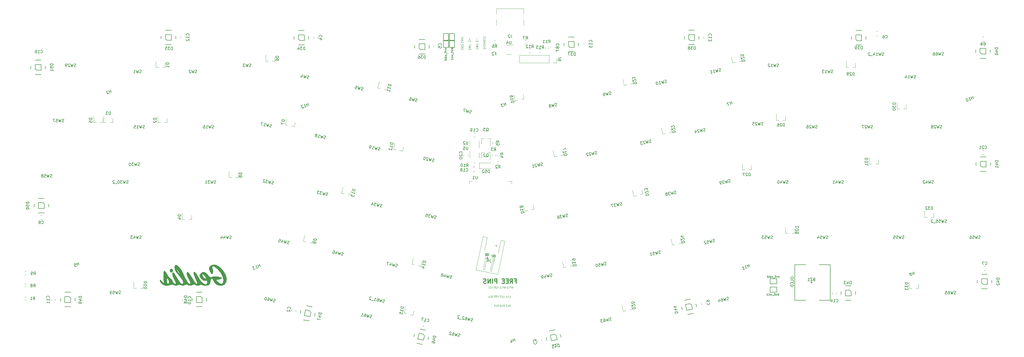
<source format=gbr>
%TF.GenerationSoftware,KiCad,Pcbnew,(5.1.10-1-10_14)*%
%TF.CreationDate,2021-06-03T00:35:35+07:00*%
%TF.ProjectId,geulis,6765756c-6973-42e6-9b69-6361645f7063,rev?*%
%TF.SameCoordinates,Original*%
%TF.FileFunction,Legend,Bot*%
%TF.FilePolarity,Positive*%
%FSLAX46Y46*%
G04 Gerber Fmt 4.6, Leading zero omitted, Abs format (unit mm)*
G04 Created by KiCad (PCBNEW (5.1.10-1-10_14)) date 2021-06-03 00:35:35*
%MOMM*%
%LPD*%
G01*
G04 APERTURE LIST*
%ADD10C,0.300000*%
%ADD11C,0.200000*%
%ADD12C,0.100000*%
%ADD13C,0.010000*%
%ADD14C,0.120000*%
%ADD15C,0.150000*%
%ADD16C,0.152400*%
%ADD17C,0.080000*%
G04 APERTURE END LIST*
D10*
X195071428Y42207142D02*
X195571428Y42207142D01*
X195571428Y41421428D02*
X195571428Y42921428D01*
X194857142Y42921428D01*
X193428571Y41421428D02*
X193928571Y42135714D01*
X194285714Y41421428D02*
X194285714Y42921428D01*
X193714285Y42921428D01*
X193571428Y42850000D01*
X193500000Y42778571D01*
X193428571Y42635714D01*
X193428571Y42421428D01*
X193500000Y42278571D01*
X193571428Y42207142D01*
X193714285Y42135714D01*
X194285714Y42135714D01*
X192785714Y42207142D02*
X192285714Y42207142D01*
X192071428Y41421428D02*
X192785714Y41421428D01*
X192785714Y42921428D01*
X192071428Y42921428D01*
X191428571Y42207142D02*
X190928571Y42207142D01*
X190714285Y41421428D02*
X191428571Y41421428D01*
X191428571Y42921428D01*
X190714285Y42921428D01*
X188928571Y41421428D02*
X188928571Y42921428D01*
X188357142Y42921428D01*
X188214285Y42850000D01*
X188142857Y42778571D01*
X188071428Y42635714D01*
X188071428Y42421428D01*
X188142857Y42278571D01*
X188214285Y42207142D01*
X188357142Y42135714D01*
X188928571Y42135714D01*
X187428571Y41421428D02*
X187428571Y42921428D01*
X186714285Y41421428D02*
X186714285Y42921428D01*
X185857142Y41421428D01*
X185857142Y42921428D01*
X185214285Y41492857D02*
X185000000Y41421428D01*
X184642857Y41421428D01*
X184500000Y41492857D01*
X184428571Y41564285D01*
X184357142Y41707142D01*
X184357142Y41850000D01*
X184428571Y41992857D01*
X184500000Y42064285D01*
X184642857Y42135714D01*
X184928571Y42207142D01*
X185071428Y42278571D01*
X185142857Y42350000D01*
X185214285Y42492857D01*
X185214285Y42635714D01*
X185142857Y42778571D01*
X185071428Y42850000D01*
X184928571Y42921428D01*
X184571428Y42921428D01*
X184357142Y42850000D01*
D11*
X185514285Y51257142D02*
X185571428Y51085714D01*
X185628571Y51028571D01*
X185742857Y50971428D01*
X185914285Y50971428D01*
X186028571Y51028571D01*
X186085714Y51085714D01*
X186142857Y51200000D01*
X186142857Y51657142D01*
X184942857Y51657142D01*
X184942857Y51257142D01*
X185000000Y51142857D01*
X185057142Y51085714D01*
X185171428Y51028571D01*
X185285714Y51028571D01*
X185400000Y51085714D01*
X185457142Y51142857D01*
X185514285Y51257142D01*
X185514285Y51657142D01*
X185685714Y50457142D02*
X185685714Y49542857D01*
X186142857Y50000000D02*
X185228571Y50000000D01*
X187814285Y50757142D02*
X187871428Y50585714D01*
X187928571Y50528571D01*
X188042857Y50471428D01*
X188214285Y50471428D01*
X188328571Y50528571D01*
X188385714Y50585714D01*
X188442857Y50700000D01*
X188442857Y51157142D01*
X187242857Y51157142D01*
X187242857Y50757142D01*
X187300000Y50642857D01*
X187357142Y50585714D01*
X187471428Y50528571D01*
X187585714Y50528571D01*
X187700000Y50585714D01*
X187757142Y50642857D01*
X187814285Y50757142D01*
X187814285Y51157142D01*
X187985714Y49957142D02*
X187985714Y49042857D01*
D12*
X191914285Y39728571D02*
X191914285Y40328571D01*
X191571428Y39728571D01*
X191571428Y40328571D01*
X191085714Y40042857D02*
X191285714Y40042857D01*
X191285714Y39728571D02*
X191285714Y40328571D01*
X191000000Y40328571D01*
X190428571Y39785714D02*
X190457142Y39757142D01*
X190542857Y39728571D01*
X190600000Y39728571D01*
X190685714Y39757142D01*
X190742857Y39814285D01*
X190771428Y39871428D01*
X190800000Y39985714D01*
X190800000Y40071428D01*
X190771428Y40185714D01*
X190742857Y40242857D01*
X190685714Y40300000D01*
X190600000Y40328571D01*
X190542857Y40328571D01*
X190457142Y40300000D01*
X190428571Y40271428D01*
X189857142Y39728571D02*
X190200000Y39728571D01*
X190028571Y39728571D02*
X190028571Y40328571D01*
X190085714Y40242857D01*
X190142857Y40185714D01*
X190200000Y40157142D01*
X194414285Y39728571D02*
X194414285Y40328571D01*
X194071428Y39728571D01*
X194071428Y40328571D01*
X193585714Y40042857D02*
X193785714Y40042857D01*
X193785714Y39728571D02*
X193785714Y40328571D01*
X193500000Y40328571D01*
X192928571Y39785714D02*
X192957142Y39757142D01*
X193042857Y39728571D01*
X193100000Y39728571D01*
X193185714Y39757142D01*
X193242857Y39814285D01*
X193271428Y39871428D01*
X193300000Y39985714D01*
X193300000Y40071428D01*
X193271428Y40185714D01*
X193242857Y40242857D01*
X193185714Y40300000D01*
X193100000Y40328571D01*
X193042857Y40328571D01*
X192957142Y40300000D01*
X192928571Y40271428D01*
X192700000Y40271428D02*
X192671428Y40300000D01*
X192614285Y40328571D01*
X192471428Y40328571D01*
X192414285Y40300000D01*
X192385714Y40271428D01*
X192357142Y40214285D01*
X192357142Y40157142D01*
X192385714Y40071428D01*
X192728571Y39728571D01*
X192357142Y39728571D01*
X189400000Y34028571D02*
X189342857Y34028571D01*
X189285714Y34000000D01*
X189257142Y33971428D01*
X189228571Y33914285D01*
X189200000Y33800000D01*
X189200000Y33657142D01*
X189228571Y33542857D01*
X189257142Y33485714D01*
X189285714Y33457142D01*
X189342857Y33428571D01*
X189400000Y33428571D01*
X189457142Y33457142D01*
X189485714Y33485714D01*
X189514285Y33542857D01*
X189542857Y33657142D01*
X189542857Y33800000D01*
X189514285Y33914285D01*
X189485714Y33971428D01*
X189457142Y34000000D01*
X189400000Y34028571D01*
X188628571Y33428571D02*
X188971428Y33428571D01*
X188800000Y33428571D02*
X188800000Y34028571D01*
X188857142Y33942857D01*
X188914285Y33885714D01*
X188971428Y33857142D01*
X188342857Y33428571D02*
X188228571Y33428571D01*
X188171428Y33457142D01*
X188142857Y33485714D01*
X188085714Y33571428D01*
X188057142Y33685714D01*
X188057142Y33914285D01*
X188085714Y33971428D01*
X188114285Y34000000D01*
X188171428Y34028571D01*
X188285714Y34028571D01*
X188342857Y34000000D01*
X188371428Y33971428D01*
X188400000Y33914285D01*
X188400000Y33771428D01*
X188371428Y33714285D01*
X188342857Y33685714D01*
X188285714Y33657142D01*
X188171428Y33657142D01*
X188114285Y33685714D01*
X188085714Y33714285D01*
X188057142Y33771428D01*
X191400000Y34028571D02*
X191342857Y34028571D01*
X191285714Y34000000D01*
X191257142Y33971428D01*
X191228571Y33914285D01*
X191200000Y33800000D01*
X191200000Y33657142D01*
X191228571Y33542857D01*
X191257142Y33485714D01*
X191285714Y33457142D01*
X191342857Y33428571D01*
X191400000Y33428571D01*
X191457142Y33457142D01*
X191485714Y33485714D01*
X191514285Y33542857D01*
X191542857Y33657142D01*
X191542857Y33800000D01*
X191514285Y33914285D01*
X191485714Y33971428D01*
X191457142Y34000000D01*
X191400000Y34028571D01*
X190628571Y33428571D02*
X190971428Y33428571D01*
X190800000Y33428571D02*
X190800000Y34028571D01*
X190857142Y33942857D01*
X190914285Y33885714D01*
X190971428Y33857142D01*
X190114285Y34028571D02*
X190228571Y34028571D01*
X190285714Y34000000D01*
X190314285Y33971428D01*
X190371428Y33885714D01*
X190400000Y33771428D01*
X190400000Y33542857D01*
X190371428Y33485714D01*
X190342857Y33457142D01*
X190285714Y33428571D01*
X190171428Y33428571D01*
X190114285Y33457142D01*
X190085714Y33485714D01*
X190057142Y33542857D01*
X190057142Y33685714D01*
X190085714Y33742857D01*
X190114285Y33771428D01*
X190171428Y33800000D01*
X190285714Y33800000D01*
X190342857Y33771428D01*
X190371428Y33742857D01*
X190400000Y33685714D01*
X193400000Y34028571D02*
X193342857Y34028571D01*
X193285714Y34000000D01*
X193257142Y33971428D01*
X193228571Y33914285D01*
X193200000Y33800000D01*
X193200000Y33657142D01*
X193228571Y33542857D01*
X193257142Y33485714D01*
X193285714Y33457142D01*
X193342857Y33428571D01*
X193400000Y33428571D01*
X193457142Y33457142D01*
X193485714Y33485714D01*
X193514285Y33542857D01*
X193542857Y33657142D01*
X193542857Y33800000D01*
X193514285Y33914285D01*
X193485714Y33971428D01*
X193457142Y34000000D01*
X193400000Y34028571D01*
X192628571Y33428571D02*
X192971428Y33428571D01*
X192800000Y33428571D02*
X192800000Y34028571D01*
X192857142Y33942857D01*
X192914285Y33885714D01*
X192971428Y33857142D01*
X192428571Y34028571D02*
X192057142Y34028571D01*
X192257142Y33800000D01*
X192171428Y33800000D01*
X192114285Y33771428D01*
X192085714Y33742857D01*
X192057142Y33685714D01*
X192057142Y33542857D01*
X192085714Y33485714D01*
X192114285Y33457142D01*
X192171428Y33428571D01*
X192342857Y33428571D01*
X192400000Y33457142D01*
X192428571Y33485714D01*
X193200000Y36528571D02*
X193542857Y36528571D01*
X193371428Y36528571D02*
X193371428Y37128571D01*
X193428571Y37042857D01*
X193485714Y36985714D01*
X193542857Y36957142D01*
X192628571Y36528571D02*
X192971428Y36528571D01*
X192800000Y36528571D02*
X192800000Y37128571D01*
X192857142Y37042857D01*
X192914285Y36985714D01*
X192971428Y36957142D01*
X192114285Y36928571D02*
X192114285Y36528571D01*
X192257142Y37157142D02*
X192400000Y36728571D01*
X192028571Y36728571D01*
X191100000Y36528571D02*
X191442857Y36528571D01*
X191271428Y36528571D02*
X191271428Y37128571D01*
X191328571Y37042857D01*
X191385714Y36985714D01*
X191442857Y36957142D01*
X190728571Y37128571D02*
X190671428Y37128571D01*
X190614285Y37100000D01*
X190585714Y37071428D01*
X190557142Y37014285D01*
X190528571Y36900000D01*
X190528571Y36757142D01*
X190557142Y36642857D01*
X190585714Y36585714D01*
X190614285Y36557142D01*
X190671428Y36528571D01*
X190728571Y36528571D01*
X190785714Y36557142D01*
X190814285Y36585714D01*
X190842857Y36642857D01*
X190871428Y36757142D01*
X190871428Y36900000D01*
X190842857Y37014285D01*
X190814285Y37071428D01*
X190785714Y37100000D01*
X190728571Y37128571D01*
X190328571Y37128571D02*
X189928571Y37128571D01*
X190185714Y36528571D01*
X189200000Y36628571D02*
X189542857Y36628571D01*
X189371428Y36628571D02*
X189371428Y37228571D01*
X189428571Y37142857D01*
X189485714Y37085714D01*
X189542857Y37057142D01*
X188828571Y37228571D02*
X188771428Y37228571D01*
X188714285Y37200000D01*
X188685714Y37171428D01*
X188657142Y37114285D01*
X188628571Y37000000D01*
X188628571Y36857142D01*
X188657142Y36742857D01*
X188685714Y36685714D01*
X188714285Y36657142D01*
X188771428Y36628571D01*
X188828571Y36628571D01*
X188885714Y36657142D01*
X188914285Y36685714D01*
X188942857Y36742857D01*
X188971428Y36857142D01*
X188971428Y37000000D01*
X188942857Y37114285D01*
X188914285Y37171428D01*
X188885714Y37200000D01*
X188828571Y37228571D01*
X188085714Y37228571D02*
X188371428Y37228571D01*
X188400000Y36942857D01*
X188371428Y36971428D01*
X188314285Y37000000D01*
X188171428Y37000000D01*
X188114285Y36971428D01*
X188085714Y36942857D01*
X188057142Y36885714D01*
X188057142Y36742857D01*
X188085714Y36685714D01*
X188114285Y36657142D01*
X188171428Y36628571D01*
X188314285Y36628571D01*
X188371428Y36657142D01*
X188400000Y36685714D01*
X187400000Y37128571D02*
X187342857Y37128571D01*
X187285714Y37100000D01*
X187257142Y37071428D01*
X187228571Y37014285D01*
X187200000Y36900000D01*
X187200000Y36757142D01*
X187228571Y36642857D01*
X187257142Y36585714D01*
X187285714Y36557142D01*
X187342857Y36528571D01*
X187400000Y36528571D01*
X187457142Y36557142D01*
X187485714Y36585714D01*
X187514285Y36642857D01*
X187542857Y36757142D01*
X187542857Y36900000D01*
X187514285Y37014285D01*
X187485714Y37071428D01*
X187457142Y37100000D01*
X187400000Y37128571D01*
X186628571Y36528571D02*
X186971428Y36528571D01*
X186800000Y36528571D02*
X186800000Y37128571D01*
X186857142Y37042857D01*
X186914285Y36985714D01*
X186971428Y36957142D01*
X186114285Y36928571D02*
X186114285Y36528571D01*
X186257142Y37157142D02*
X186400000Y36728571D01*
X186028571Y36728571D01*
X187200000Y39828571D02*
X187542857Y39828571D01*
X187371428Y39828571D02*
X187371428Y40428571D01*
X187428571Y40342857D01*
X187485714Y40285714D01*
X187542857Y40257142D01*
X186628571Y39828571D02*
X186971428Y39828571D01*
X186800000Y39828571D02*
X186800000Y40428571D01*
X186857142Y40342857D01*
X186914285Y40285714D01*
X186971428Y40257142D01*
X186400000Y40371428D02*
X186371428Y40400000D01*
X186314285Y40428571D01*
X186171428Y40428571D01*
X186114285Y40400000D01*
X186085714Y40371428D01*
X186057142Y40314285D01*
X186057142Y40257142D01*
X186085714Y40171428D01*
X186428571Y39828571D01*
X186057142Y39828571D01*
X189300000Y40328571D02*
X189242857Y40328571D01*
X189185714Y40300000D01*
X189157142Y40271428D01*
X189128571Y40214285D01*
X189100000Y40100000D01*
X189100000Y39957142D01*
X189128571Y39842857D01*
X189157142Y39785714D01*
X189185714Y39757142D01*
X189242857Y39728571D01*
X189300000Y39728571D01*
X189357142Y39757142D01*
X189385714Y39785714D01*
X189414285Y39842857D01*
X189442857Y39957142D01*
X189442857Y40100000D01*
X189414285Y40214285D01*
X189385714Y40271428D01*
X189357142Y40300000D01*
X189300000Y40328571D01*
X188871428Y40271428D02*
X188842857Y40300000D01*
X188785714Y40328571D01*
X188642857Y40328571D01*
X188585714Y40300000D01*
X188557142Y40271428D01*
X188528571Y40214285D01*
X188528571Y40157142D01*
X188557142Y40071428D01*
X188900000Y39728571D01*
X188528571Y39728571D01*
X187985714Y40328571D02*
X188271428Y40328571D01*
X188300000Y40042857D01*
X188271428Y40071428D01*
X188214285Y40100000D01*
X188071428Y40100000D01*
X188014285Y40071428D01*
X187985714Y40042857D01*
X187957142Y39985714D01*
X187957142Y39842857D01*
X187985714Y39785714D01*
X188014285Y39757142D01*
X188071428Y39728571D01*
X188214285Y39728571D01*
X188271428Y39757142D01*
X188300000Y39785714D01*
D13*
%TO.C,G\u002A\u002A\u002A*%
G36*
X90456637Y47493396D02*
G01*
X90240420Y47232681D01*
X89985908Y46747399D01*
X89984270Y46288053D01*
X90220614Y45628471D01*
X90535565Y45014776D01*
X90818671Y44685257D01*
X90874594Y44667369D01*
X91200228Y44890459D01*
X91314471Y45441896D01*
X91181489Y46144932D01*
X91176710Y46157622D01*
X90969587Y46945696D01*
X91089288Y47324242D01*
X91515919Y47290833D01*
X92229584Y46843039D01*
X92807013Y46356659D01*
X93930358Y45111221D01*
X94638265Y43811950D01*
X94885158Y42547978D01*
X94875546Y42311329D01*
X94671590Y41533316D01*
X94244489Y41235088D01*
X93617145Y41421667D01*
X93008602Y41902147D01*
X92212181Y42662105D01*
X93214664Y42795790D01*
X94017749Y42972839D01*
X94249729Y43150719D01*
X88910502Y43150719D01*
X88719609Y43047157D01*
X88354148Y43215841D01*
X87939046Y43630251D01*
X87851492Y43754777D01*
X87577817Y44279420D01*
X87543098Y44590761D01*
X87546912Y44594983D01*
X87845267Y44570226D01*
X88284868Y44232398D01*
X88708435Y43712077D01*
X88801899Y43553042D01*
X88910502Y43150719D01*
X94249729Y43150719D01*
X94308709Y43195944D01*
X94103795Y43428929D01*
X93419258Y43635619D01*
X92794591Y43730863D01*
X91657714Y43804081D01*
X90964339Y43700740D01*
X90782358Y43597231D01*
X90463513Y43463637D01*
X90098146Y43669549D01*
X89690902Y44110947D01*
X88902380Y44929813D01*
X88250119Y45302201D01*
X87642212Y45265247D01*
X87289439Y45081260D01*
X86747649Y44491486D01*
X86720920Y43790325D01*
X87208810Y43008520D01*
X87320823Y42891713D01*
X87957525Y42413654D01*
X88568725Y42354494D01*
X88657666Y42374223D01*
X89142791Y42420268D01*
X89303034Y42124350D01*
X89312632Y41880873D01*
X89217783Y41314857D01*
X89053115Y41062748D01*
X88551897Y41039229D01*
X87902217Y41384644D01*
X87224798Y42005886D01*
X86640366Y42809848D01*
X86534726Y43005015D01*
X86050417Y43881996D01*
X85552594Y44664642D01*
X85350043Y44937289D01*
X84913304Y45344214D01*
X84664085Y45320303D01*
X84611718Y44938891D01*
X84765533Y44273315D01*
X85134860Y43396912D01*
X85150202Y43366481D01*
X85652120Y42245696D01*
X85853497Y41513680D01*
X85784194Y41195916D01*
X85474075Y41317885D01*
X84953000Y41905067D01*
X84403061Y42728948D01*
X83665244Y43922023D01*
X83147409Y44712070D01*
X82798677Y45157125D01*
X82568172Y45315221D01*
X82405014Y45244393D01*
X82315141Y45110570D01*
X82275611Y44635693D01*
X82535992Y43832225D01*
X82904972Y43044969D01*
X83385687Y41993542D01*
X83549766Y41368527D01*
X83397446Y41165598D01*
X82998737Y41334720D01*
X82738089Y41547909D01*
X82464779Y41901311D01*
X82128123Y42482362D01*
X81677438Y43378498D01*
X81168903Y44451560D01*
X79950643Y44451560D01*
X79834721Y44467684D01*
X79528041Y44894659D01*
X79078181Y45664650D01*
X79002298Y45803684D01*
X78759975Y46309300D01*
X78712595Y46537827D01*
X78718304Y46538948D01*
X78913899Y46331542D01*
X79243422Y45832428D01*
X79597860Y45226262D01*
X79868195Y44697697D01*
X79950643Y44451560D01*
X81168903Y44451560D01*
X81065422Y44669914D01*
X80426794Y45867950D01*
X79776857Y46801309D01*
X79167014Y47431436D01*
X78648668Y47719779D01*
X78273225Y47627784D01*
X78092087Y47116898D01*
X78083158Y46906644D01*
X78180499Y46200229D01*
X78516028Y45470414D01*
X79155001Y44603362D01*
X79858402Y43809876D01*
X80533901Y42955166D01*
X80940505Y42181147D01*
X81052046Y41578104D01*
X80842356Y41236325D01*
X80617270Y41191579D01*
X80211794Y41439692D01*
X79620918Y42178177D01*
X78851045Y43398249D01*
X78296120Y44375481D01*
X77920302Y44927127D01*
X77595542Y45196778D01*
X77560857Y45202105D01*
X77312333Y44988960D01*
X77336652Y44400981D01*
X77620961Y43515353D01*
X77967450Y42760316D01*
X78313415Y41998784D01*
X78494198Y41438363D01*
X78489363Y41241293D01*
X78146270Y41205631D01*
X77728312Y41502965D01*
X77663729Y41599051D01*
X76164654Y41599051D01*
X76033334Y41369825D01*
X75679475Y41197014D01*
X75472103Y41535140D01*
X75409474Y42312155D01*
X75425010Y42990785D01*
X75504623Y43210746D01*
X75697820Y43047904D01*
X75802023Y42913734D01*
X76146833Y42221603D01*
X76164654Y41599051D01*
X77663729Y41599051D01*
X77401660Y41988954D01*
X77325243Y42252471D01*
X77064853Y42782012D01*
X76753419Y42983831D01*
X76363905Y43277029D01*
X75876547Y43896499D01*
X75556226Y44423403D01*
X75028085Y45301417D01*
X74650315Y45694513D01*
X74408796Y45592744D01*
X74289407Y44986165D01*
X74278029Y43864831D01*
X74289284Y43531053D01*
X74376217Y41325263D01*
X73699303Y42127369D01*
X73262023Y42597648D01*
X73057342Y42662205D01*
X73012773Y42449426D01*
X73240323Y41759980D01*
X73848912Y41155821D01*
X74685810Y40754397D01*
X75343847Y40656842D01*
X76078406Y40721305D01*
X76582989Y40880499D01*
X76637161Y40922003D01*
X77122088Y41032426D01*
X77766910Y40860819D01*
X78557538Y40675017D01*
X79081927Y40818597D01*
X79696456Y40965380D01*
X80283969Y40819018D01*
X81017086Y40675087D01*
X81596156Y40885399D01*
X82141937Y41088798D01*
X82446049Y40946162D01*
X82997924Y40702015D01*
X83733370Y40689092D01*
X84356063Y40902726D01*
X84446526Y40977684D01*
X84810359Y41160859D01*
X85088211Y40977684D01*
X85599697Y40719716D01*
X86230834Y40674984D01*
X86711956Y40851929D01*
X86773079Y40924934D01*
X87128175Y41047581D01*
X87439702Y40924934D01*
X88354816Y40679486D01*
X89368580Y40750883D01*
X89864946Y40933618D01*
X90273236Y41403674D01*
X90382105Y42136776D01*
X90510178Y42835530D01*
X90820158Y43072815D01*
X91200683Y42834309D01*
X91485493Y42278695D01*
X91896844Y41562099D01*
X92397967Y41075537D01*
X93218098Y40750632D01*
X94151595Y40677407D01*
X94972013Y40855782D01*
X95308922Y41076591D01*
X95857728Y41981861D01*
X95956608Y43104354D01*
X95610807Y44380653D01*
X94935284Y45591654D01*
X94035550Y46650686D01*
X93050344Y47400952D01*
X92067140Y47811876D01*
X91173413Y47852882D01*
X90456637Y47493396D01*
G37*
X90456637Y47493396D02*
X90240420Y47232681D01*
X89985908Y46747399D01*
X89984270Y46288053D01*
X90220614Y45628471D01*
X90535565Y45014776D01*
X90818671Y44685257D01*
X90874594Y44667369D01*
X91200228Y44890459D01*
X91314471Y45441896D01*
X91181489Y46144932D01*
X91176710Y46157622D01*
X90969587Y46945696D01*
X91089288Y47324242D01*
X91515919Y47290833D01*
X92229584Y46843039D01*
X92807013Y46356659D01*
X93930358Y45111221D01*
X94638265Y43811950D01*
X94885158Y42547978D01*
X94875546Y42311329D01*
X94671590Y41533316D01*
X94244489Y41235088D01*
X93617145Y41421667D01*
X93008602Y41902147D01*
X92212181Y42662105D01*
X93214664Y42795790D01*
X94017749Y42972839D01*
X94249729Y43150719D01*
X88910502Y43150719D01*
X88719609Y43047157D01*
X88354148Y43215841D01*
X87939046Y43630251D01*
X87851492Y43754777D01*
X87577817Y44279420D01*
X87543098Y44590761D01*
X87546912Y44594983D01*
X87845267Y44570226D01*
X88284868Y44232398D01*
X88708435Y43712077D01*
X88801899Y43553042D01*
X88910502Y43150719D01*
X94249729Y43150719D01*
X94308709Y43195944D01*
X94103795Y43428929D01*
X93419258Y43635619D01*
X92794591Y43730863D01*
X91657714Y43804081D01*
X90964339Y43700740D01*
X90782358Y43597231D01*
X90463513Y43463637D01*
X90098146Y43669549D01*
X89690902Y44110947D01*
X88902380Y44929813D01*
X88250119Y45302201D01*
X87642212Y45265247D01*
X87289439Y45081260D01*
X86747649Y44491486D01*
X86720920Y43790325D01*
X87208810Y43008520D01*
X87320823Y42891713D01*
X87957525Y42413654D01*
X88568725Y42354494D01*
X88657666Y42374223D01*
X89142791Y42420268D01*
X89303034Y42124350D01*
X89312632Y41880873D01*
X89217783Y41314857D01*
X89053115Y41062748D01*
X88551897Y41039229D01*
X87902217Y41384644D01*
X87224798Y42005886D01*
X86640366Y42809848D01*
X86534726Y43005015D01*
X86050417Y43881996D01*
X85552594Y44664642D01*
X85350043Y44937289D01*
X84913304Y45344214D01*
X84664085Y45320303D01*
X84611718Y44938891D01*
X84765533Y44273315D01*
X85134860Y43396912D01*
X85150202Y43366481D01*
X85652120Y42245696D01*
X85853497Y41513680D01*
X85784194Y41195916D01*
X85474075Y41317885D01*
X84953000Y41905067D01*
X84403061Y42728948D01*
X83665244Y43922023D01*
X83147409Y44712070D01*
X82798677Y45157125D01*
X82568172Y45315221D01*
X82405014Y45244393D01*
X82315141Y45110570D01*
X82275611Y44635693D01*
X82535992Y43832225D01*
X82904972Y43044969D01*
X83385687Y41993542D01*
X83549766Y41368527D01*
X83397446Y41165598D01*
X82998737Y41334720D01*
X82738089Y41547909D01*
X82464779Y41901311D01*
X82128123Y42482362D01*
X81677438Y43378498D01*
X81168903Y44451560D01*
X79950643Y44451560D01*
X79834721Y44467684D01*
X79528041Y44894659D01*
X79078181Y45664650D01*
X79002298Y45803684D01*
X78759975Y46309300D01*
X78712595Y46537827D01*
X78718304Y46538948D01*
X78913899Y46331542D01*
X79243422Y45832428D01*
X79597860Y45226262D01*
X79868195Y44697697D01*
X79950643Y44451560D01*
X81168903Y44451560D01*
X81065422Y44669914D01*
X80426794Y45867950D01*
X79776857Y46801309D01*
X79167014Y47431436D01*
X78648668Y47719779D01*
X78273225Y47627784D01*
X78092087Y47116898D01*
X78083158Y46906644D01*
X78180499Y46200229D01*
X78516028Y45470414D01*
X79155001Y44603362D01*
X79858402Y43809876D01*
X80533901Y42955166D01*
X80940505Y42181147D01*
X81052046Y41578104D01*
X80842356Y41236325D01*
X80617270Y41191579D01*
X80211794Y41439692D01*
X79620918Y42178177D01*
X78851045Y43398249D01*
X78296120Y44375481D01*
X77920302Y44927127D01*
X77595542Y45196778D01*
X77560857Y45202105D01*
X77312333Y44988960D01*
X77336652Y44400981D01*
X77620961Y43515353D01*
X77967450Y42760316D01*
X78313415Y41998784D01*
X78494198Y41438363D01*
X78489363Y41241293D01*
X78146270Y41205631D01*
X77728312Y41502965D01*
X77663729Y41599051D01*
X76164654Y41599051D01*
X76033334Y41369825D01*
X75679475Y41197014D01*
X75472103Y41535140D01*
X75409474Y42312155D01*
X75425010Y42990785D01*
X75504623Y43210746D01*
X75697820Y43047904D01*
X75802023Y42913734D01*
X76146833Y42221603D01*
X76164654Y41599051D01*
X77663729Y41599051D01*
X77401660Y41988954D01*
X77325243Y42252471D01*
X77064853Y42782012D01*
X76753419Y42983831D01*
X76363905Y43277029D01*
X75876547Y43896499D01*
X75556226Y44423403D01*
X75028085Y45301417D01*
X74650315Y45694513D01*
X74408796Y45592744D01*
X74289407Y44986165D01*
X74278029Y43864831D01*
X74289284Y43531053D01*
X74376217Y41325263D01*
X73699303Y42127369D01*
X73262023Y42597648D01*
X73057342Y42662205D01*
X73012773Y42449426D01*
X73240323Y41759980D01*
X73848912Y41155821D01*
X74685810Y40754397D01*
X75343847Y40656842D01*
X76078406Y40721305D01*
X76582989Y40880499D01*
X76637161Y40922003D01*
X77122088Y41032426D01*
X77766910Y40860819D01*
X78557538Y40675017D01*
X79081927Y40818597D01*
X79696456Y40965380D01*
X80283969Y40819018D01*
X81017086Y40675087D01*
X81596156Y40885399D01*
X82141937Y41088798D01*
X82446049Y40946162D01*
X82997924Y40702015D01*
X83733370Y40689092D01*
X84356063Y40902726D01*
X84446526Y40977684D01*
X84810359Y41160859D01*
X85088211Y40977684D01*
X85599697Y40719716D01*
X86230834Y40674984D01*
X86711956Y40851929D01*
X86773079Y40924934D01*
X87128175Y41047581D01*
X87439702Y40924934D01*
X88354816Y40679486D01*
X89368580Y40750883D01*
X89864946Y40933618D01*
X90273236Y41403674D01*
X90382105Y42136776D01*
X90510178Y42835530D01*
X90820158Y43072815D01*
X91200683Y42834309D01*
X91485493Y42278695D01*
X91896844Y41562099D01*
X92397967Y41075537D01*
X93218098Y40750632D01*
X94151595Y40677407D01*
X94972013Y40855782D01*
X95308922Y41076591D01*
X95857728Y41981861D01*
X95956608Y43104354D01*
X95610807Y44380653D01*
X94935284Y45591654D01*
X94035550Y46650686D01*
X93050344Y47400952D01*
X92067140Y47811876D01*
X91173413Y47852882D01*
X90456637Y47493396D01*
G36*
X76770755Y46420365D02*
G01*
X76769612Y46419661D01*
X76514229Y46042838D01*
X76514510Y45564095D01*
X76745880Y45235323D01*
X76888391Y45202105D01*
X77330084Y45419152D01*
X77458630Y45621130D01*
X77456766Y46107385D01*
X77173519Y46436328D01*
X76770755Y46420365D01*
G37*
X76770755Y46420365D02*
X76769612Y46419661D01*
X76514229Y46042838D01*
X76514510Y45564095D01*
X76745880Y45235323D01*
X76888391Y45202105D01*
X77330084Y45419152D01*
X77458630Y45621130D01*
X77456766Y46107385D01*
X77173519Y46436328D01*
X76770755Y46420365D01*
D14*
%TO.C,J4*%
X185491077Y45290043D02*
X189217820Y44497899D01*
X189217820Y44497899D02*
X191654545Y55961789D01*
X191654545Y55961789D02*
X190265575Y56257024D01*
X190265575Y56257024D02*
X189329973Y51855359D01*
X185491077Y45290043D02*
X181764335Y46082186D01*
X181764335Y46082186D02*
X184201060Y57546076D01*
X184201060Y57546076D02*
X185590030Y57250841D01*
X185590030Y57250841D02*
X184654427Y52849177D01*
X188228639Y50954657D02*
X187085125Y45574845D01*
X187085125Y45574845D02*
X186596051Y45678801D01*
X186596051Y45678801D02*
X187739565Y51058613D01*
X187739565Y51058613D02*
X188228639Y50954657D01*
X185783270Y51474436D02*
X184639756Y46094624D01*
X184639756Y46094624D02*
X184150682Y46198580D01*
X184150682Y46198580D02*
X185294196Y51578392D01*
X185294196Y51578392D02*
X185783270Y51474436D01*
X188628629Y54038892D02*
X189046820Y54563407D01*
X189046820Y54563407D02*
X188459931Y54688154D01*
X188459931Y54688154D02*
X188628629Y54038892D01*
D11*
%TO.C,D35*%
X76976492Y125197397D02*
X76976492Y127197397D01*
X76976492Y127197397D02*
X74976492Y127197397D01*
X74976492Y127197397D02*
X74976492Y125697397D01*
X74976492Y125697397D02*
X75476492Y125197397D01*
X75476492Y125197397D02*
X76976492Y125197397D01*
X76976492Y123697397D02*
X74976492Y123697397D01*
X73476492Y125697397D02*
X73476492Y126697397D01*
X76976492Y128697397D02*
X74976492Y128697397D01*
X78476492Y125697397D02*
X78476492Y126697397D01*
D14*
%TO.C,C21*%
X356361499Y87282405D02*
X355838995Y87282405D01*
X356361499Y85812405D02*
X355838995Y85812405D01*
D11*
%TO.C,D51*%
X32163993Y114859902D02*
X32163993Y116859902D01*
X32163993Y116859902D02*
X30163993Y116859902D01*
X30163993Y116859902D02*
X30163993Y115359902D01*
X30163993Y115359902D02*
X30663993Y114859902D01*
X30663993Y114859902D02*
X32163993Y114859902D01*
X32163993Y113359902D02*
X30163993Y113359902D01*
X28663993Y115359902D02*
X28663993Y116359902D01*
X32163993Y118359902D02*
X30163993Y118359902D01*
X33663993Y115359902D02*
X33663993Y116359902D01*
%TO.C,D50*%
X31300248Y69234901D02*
X31300248Y67234901D01*
X31300248Y67234901D02*
X33300248Y67234901D01*
X33300248Y67234901D02*
X33300248Y68734901D01*
X33300248Y68734901D02*
X32800248Y69234901D01*
X32800248Y69234901D02*
X31300248Y69234901D01*
X31300248Y70734901D02*
X33300248Y70734901D01*
X34800248Y68734901D02*
X34800248Y67734901D01*
X31300248Y65734901D02*
X33300248Y65734901D01*
X29800248Y68734901D02*
X29800248Y67734901D01*
%TO.C,D49*%
X40357465Y36828277D02*
X40357465Y34828277D01*
X40357465Y34828277D02*
X42357465Y34828277D01*
X42357465Y34828277D02*
X42357465Y36328277D01*
X42357465Y36328277D02*
X41857465Y36828277D01*
X41857465Y36828277D02*
X40357465Y36828277D01*
X40357465Y38328277D02*
X42357465Y38328277D01*
X43857465Y36328277D02*
X43857465Y35328277D01*
X40357465Y33328277D02*
X42357465Y33328277D01*
X38857465Y36328277D02*
X38857465Y35328277D01*
%TO.C,D48*%
X85601212Y36828278D02*
X85601212Y34828278D01*
X85601212Y34828278D02*
X87601212Y34828278D01*
X87601212Y34828278D02*
X87601212Y36328278D01*
X87601212Y36328278D02*
X87101212Y36828278D01*
X87101212Y36828278D02*
X85601212Y36828278D01*
X85601212Y38328278D02*
X87601212Y38328278D01*
X89101212Y36328278D02*
X89101212Y35328278D01*
X85601212Y33328278D02*
X87601212Y33328278D01*
X84101212Y36328278D02*
X84101212Y35328278D01*
%TO.C,D47*%
X123137227Y32251837D02*
X122721404Y30295542D01*
X122721404Y30295542D02*
X124677699Y29879719D01*
X124677699Y29879719D02*
X124989566Y31346940D01*
X124989566Y31346940D02*
X124604448Y31939970D01*
X124604448Y31939970D02*
X123137227Y32251837D01*
X123449095Y33719059D02*
X125405390Y33303235D01*
X126456788Y31035073D02*
X126248876Y30056925D01*
X122409536Y28828321D02*
X124365831Y28412497D01*
X121566050Y32074631D02*
X121358138Y31096483D01*
%TO.C,D46*%
X162156263Y24177215D02*
X161740440Y22220920D01*
X161740440Y22220920D02*
X163696735Y21805097D01*
X163696735Y21805097D02*
X164008602Y23272318D01*
X164008602Y23272318D02*
X163623484Y23865348D01*
X163623484Y23865348D02*
X162156263Y24177215D01*
X162468131Y25644437D02*
X164424426Y25228613D01*
X165475824Y22960451D02*
X165267912Y21982303D01*
X161428572Y20753699D02*
X163384867Y20337875D01*
X160585086Y24000009D02*
X160377174Y23021861D01*
%TO.C,D45*%
X207265436Y23542636D02*
X207681259Y21586341D01*
X207681259Y21586341D02*
X209637554Y22002164D01*
X209637554Y22002164D02*
X209325687Y23469385D01*
X209325687Y23469385D02*
X208732657Y23854503D01*
X208732657Y23854503D02*
X207265436Y23542636D01*
X206953568Y25009857D02*
X208909863Y25425681D01*
X210792908Y23781253D02*
X211000820Y22803105D01*
X207993127Y20119119D02*
X209949422Y20534943D01*
X205902170Y22741695D02*
X206110082Y21763547D01*
%TO.C,D44*%
X253815434Y34080133D02*
X254231257Y32123838D01*
X254231257Y32123838D02*
X256187552Y32539661D01*
X256187552Y32539661D02*
X255875685Y34006882D01*
X255875685Y34006882D02*
X255282655Y34392000D01*
X255282655Y34392000D02*
X253815434Y34080133D01*
X253503566Y35547354D02*
X255459861Y35963178D01*
X257342906Y34318750D02*
X257550818Y33340602D01*
X254543125Y30656616D02*
X256499420Y31072440D01*
X252452168Y33279192D02*
X252660080Y32301044D01*
%TO.C,D43*%
X308770246Y39072402D02*
X308770246Y37072402D01*
X308770246Y37072402D02*
X310770246Y37072402D01*
X310770246Y37072402D02*
X310770246Y38572402D01*
X310770246Y38572402D02*
X310270246Y39072402D01*
X310270246Y39072402D02*
X308770246Y39072402D01*
X308770246Y40572402D02*
X310770246Y40572402D01*
X312270246Y38572402D02*
X312270246Y37572402D01*
X308770246Y35572402D02*
X310770246Y35572402D01*
X307270246Y38572402D02*
X307270246Y37572402D01*
%TO.C,D42*%
X357601497Y41041147D02*
X357601497Y43041147D01*
X357601497Y43041147D02*
X355601497Y43041147D01*
X355601497Y43041147D02*
X355601497Y41541147D01*
X355601497Y41541147D02*
X356101497Y41041147D01*
X356101497Y41041147D02*
X357601497Y41041147D01*
X357601497Y39541147D02*
X355601497Y39541147D01*
X354101497Y41541147D02*
X354101497Y42541147D01*
X357601497Y44541147D02*
X355601497Y44541147D01*
X359101497Y41541147D02*
X359101497Y42541147D01*
%TO.C,D41*%
X357168995Y81522406D02*
X357168995Y83522406D01*
X357168995Y83522406D02*
X355168995Y83522406D01*
X355168995Y83522406D02*
X355168995Y82022406D01*
X355168995Y82022406D02*
X355668995Y81522406D01*
X355668995Y81522406D02*
X357168995Y81522406D01*
X357168995Y80022406D02*
X355168995Y80022406D01*
X353668995Y82022406D02*
X353668995Y83022406D01*
X357168995Y85022406D02*
X355168995Y85022406D01*
X358668995Y82022406D02*
X358668995Y83022406D01*
%TO.C,D40*%
X357062744Y120447404D02*
X357062744Y122447404D01*
X357062744Y122447404D02*
X355062744Y122447404D01*
X355062744Y122447404D02*
X355062744Y120947404D01*
X355062744Y120947404D02*
X355562744Y120447404D01*
X355562744Y120447404D02*
X357062744Y120447404D01*
X357062744Y118947404D02*
X355062744Y118947404D01*
X353562744Y120947404D02*
X353562744Y121947404D01*
X357062744Y123947404D02*
X355062744Y123947404D01*
X358562744Y120947404D02*
X358562744Y121947404D01*
%TO.C,D39*%
X314326490Y125072397D02*
X314326490Y127072397D01*
X314326490Y127072397D02*
X312326490Y127072397D01*
X312326490Y127072397D02*
X312326490Y125572397D01*
X312326490Y125572397D02*
X312826490Y125072397D01*
X312826490Y125072397D02*
X314326490Y125072397D01*
X314326490Y123572397D02*
X312326490Y123572397D01*
X310826490Y125572397D02*
X310826490Y126572397D01*
X314326490Y128572397D02*
X312326490Y128572397D01*
X315826490Y125572397D02*
X315826490Y126572397D01*
%TO.C,D38*%
X256901493Y125178647D02*
X256901493Y127178647D01*
X256901493Y127178647D02*
X254901493Y127178647D01*
X254901493Y127178647D02*
X254901493Y125678647D01*
X254901493Y125678647D02*
X255401493Y125178647D01*
X255401493Y125178647D02*
X256901493Y125178647D01*
X256901493Y123678647D02*
X254901493Y123678647D01*
X253401493Y125678647D02*
X253401493Y126678647D01*
X256901493Y128678647D02*
X254901493Y128678647D01*
X258401493Y125678647D02*
X258401493Y126678647D01*
%TO.C,D37*%
X215520244Y122797397D02*
X215520244Y124797397D01*
X215520244Y124797397D02*
X213520244Y124797397D01*
X213520244Y124797397D02*
X213520244Y123297397D01*
X213520244Y123297397D02*
X214020244Y122797397D01*
X214020244Y122797397D02*
X215520244Y122797397D01*
X215520244Y121297397D02*
X213520244Y121297397D01*
X212020244Y123297397D02*
X212020244Y124297397D01*
X215520244Y126297397D02*
X213520244Y126297397D01*
X217020244Y123297397D02*
X217020244Y124297397D01*
%TO.C,D36*%
X164170245Y122003657D02*
X164170245Y124003657D01*
X164170245Y124003657D02*
X162170245Y124003657D01*
X162170245Y124003657D02*
X162170245Y122503657D01*
X162170245Y122503657D02*
X162670245Y122003657D01*
X162670245Y122003657D02*
X164170245Y122003657D01*
X164170245Y120503657D02*
X162170245Y120503657D01*
X160670245Y122503657D02*
X160670245Y123503657D01*
X164170245Y125503657D02*
X162170245Y125503657D01*
X165670245Y122503657D02*
X165670245Y123503657D01*
%TO.C,D34*%
X122676492Y125097398D02*
X122676492Y127097398D01*
X122676492Y127097398D02*
X120676492Y127097398D01*
X120676492Y127097398D02*
X120676492Y125597398D01*
X120676492Y125597398D02*
X121176492Y125097398D01*
X121176492Y125097398D02*
X122676492Y125097398D01*
X122676492Y123597398D02*
X120676492Y123597398D01*
X119176492Y125597398D02*
X119176492Y126597398D01*
X122676492Y128597398D02*
X120676492Y128597398D01*
X124176492Y125597398D02*
X124176492Y126597398D01*
D15*
%TO.C,JP6*%
X172582494Y127505395D02*
X172582494Y125219395D01*
X172582494Y125219395D02*
X174360494Y125219395D01*
X174360494Y125219395D02*
X174360494Y127505395D01*
X174360494Y127505395D02*
X172582494Y127505395D01*
%TO.C,JP5*%
X170562490Y127505406D02*
X170562490Y125219406D01*
X170562490Y125219406D02*
X172340490Y125219406D01*
X172340490Y125219406D02*
X172340490Y127505406D01*
X172340490Y127505406D02*
X170562490Y127505406D01*
%TO.C,JP4*%
X285164492Y40091401D02*
X282878492Y40091401D01*
X282878492Y40091401D02*
X282878492Y38313401D01*
X282878492Y38313401D02*
X285164492Y38313401D01*
X285164492Y38313401D02*
X285164492Y40091401D01*
%TO.C,JP3*%
X285164492Y43011409D02*
X282878492Y43011409D01*
X282878492Y43011409D02*
X282878492Y41233409D01*
X282878492Y41233409D02*
X285164492Y41233409D01*
X285164492Y41233409D02*
X285164492Y43011409D01*
%TO.C,JP2*%
X174351747Y122804025D02*
X174351747Y125090025D01*
X174351747Y125090025D02*
X172573747Y125090025D01*
X172573747Y125090025D02*
X172573747Y122804025D01*
X172573747Y122804025D02*
X174351747Y122804025D01*
%TO.C,JP1*%
X172351742Y122804780D02*
X172351742Y125090780D01*
X172351742Y125090780D02*
X170573742Y125090780D01*
X170573742Y125090780D02*
X170573742Y122804780D01*
X170573742Y122804780D02*
X172351742Y122804780D01*
D14*
%TO.C,J2*%
X188771496Y134267402D02*
X188771496Y136167402D01*
X188771496Y130367402D02*
X188771496Y132367402D01*
X198171496Y134267402D02*
X198171496Y136167402D01*
X198171496Y130367402D02*
X198171496Y132367402D01*
X188771496Y136167402D02*
X198171496Y136167402D01*
%TO.C,U1*%
X179488993Y75622404D02*
X179488993Y76622404D01*
X193988993Y75622404D02*
X193988993Y76622404D01*
X192988993Y76622404D02*
X193988993Y76622404D01*
X180488993Y76622404D02*
X179488993Y76622404D01*
%TO.C,R13*%
X203395522Y121099894D02*
X203904970Y121099894D01*
X203395522Y122144894D02*
X203904970Y122144894D01*
%TO.C,R12*%
X200493719Y122144894D02*
X199984271Y122144894D01*
X200493719Y121099894D02*
X199984271Y121099894D01*
%TO.C,R11*%
X206685248Y122267678D02*
X206685248Y122777126D01*
X205640248Y122267678D02*
X205640248Y122777126D01*
%TO.C,R1*%
X26524533Y35649168D02*
X27033981Y35649168D01*
X26524533Y36694168D02*
X27033981Y36694168D01*
%TO.C,J6*%
X196672746Y117417395D02*
X196672746Y120077395D01*
X206892746Y117417395D02*
X196672746Y117417395D01*
X206892746Y120077395D02*
X196672746Y120077395D01*
X206892746Y117417395D02*
X206892746Y120077395D01*
X208162746Y117417395D02*
X209492746Y117417395D01*
X209492746Y117417395D02*
X209492746Y118747395D01*
%TO.C,C87*%
X208886489Y122498651D02*
X208886489Y123021155D01*
X207416489Y122498651D02*
X207416489Y123021155D01*
D16*
%TO.C,BZ1*%
X291330096Y35601005D02*
X291330096Y47843805D01*
X291330096Y47843805D02*
X295149856Y47843805D01*
X303572896Y47843805D02*
X303572896Y35601005D01*
X303572896Y35601005D02*
X299753136Y35601005D01*
X295149856Y35601005D02*
X291330096Y35601005D01*
X299753136Y47843805D02*
X303572896Y47843805D01*
D14*
%TO.C,D52*%
X182901495Y80972397D02*
X182901495Y82972397D01*
X182901495Y82972397D02*
X186801495Y82972397D01*
X182901495Y80972397D02*
X186801495Y80972397D01*
%TO.C,R10*%
X180784272Y81899901D02*
X181293720Y81899901D01*
X180784272Y82944901D02*
X181293720Y82944901D01*
%TO.C,R9*%
X26509273Y44399902D02*
X27018721Y44399902D01*
X26509273Y45444902D02*
X27018721Y45444902D01*
%TO.C,R8*%
X27018717Y41244899D02*
X26509269Y41244899D01*
X27018717Y40199899D02*
X26509269Y40199899D01*
%TO.C,R7*%
X198986222Y125114909D02*
X198476774Y125114909D01*
X198986222Y124069909D02*
X198476774Y124069909D01*
%TO.C,R6*%
X187881767Y124119898D02*
X188391215Y124119898D01*
X187881767Y125164898D02*
X188391215Y125164898D01*
%TO.C,R5*%
X188373990Y89517670D02*
X188373990Y90027118D01*
X187328990Y89517670D02*
X187328990Y90027118D01*
%TO.C,R4*%
X188928994Y85795875D02*
X188928994Y85286427D01*
X189973994Y85795875D02*
X189973994Y85286427D01*
%TO.C,R3*%
X187328992Y85827121D02*
X187328992Y85317673D01*
X188373992Y85827121D02*
X188373992Y85317673D01*
%TO.C,R2*%
X188996767Y82449897D02*
X189506215Y82449897D01*
X188996767Y83494897D02*
X189506215Y83494897D01*
%TO.C,C20*%
X177516497Y85802400D02*
X177516497Y85279896D01*
X178986497Y85802400D02*
X178986497Y85279896D01*
%TO.C,C19*%
X181443991Y93307395D02*
X180921487Y93307395D01*
X181443991Y91837395D02*
X180921487Y91837395D01*
%TO.C,C18*%
X181175246Y81357399D02*
X180652742Y81357399D01*
X181175246Y79887399D02*
X180652742Y79887399D01*
%TO.C,C17*%
X163354389Y26682781D02*
X163865475Y26574146D01*
X163660019Y28120658D02*
X164171105Y28012023D01*
%TO.C,C16*%
X30963988Y118912402D02*
X31486492Y118912402D01*
X30963988Y120382402D02*
X31486492Y120382402D01*
%TO.C,C15*%
X218906497Y124302406D02*
X218906497Y123779902D01*
X220376497Y124302406D02*
X220376497Y123779902D01*
%TO.C,C14*%
X305786493Y37711149D02*
X305786493Y38233653D01*
X304316493Y37711149D02*
X304316493Y38233653D01*
%TO.C,C13*%
X260027744Y126371155D02*
X260027744Y125848651D01*
X261497744Y126371155D02*
X261497744Y125848651D01*
%TO.C,C12*%
X81697744Y126023649D02*
X81697744Y126546153D01*
X80227744Y126023649D02*
X80227744Y126546153D01*
%TO.C,C11*%
X35552744Y36033650D02*
X35552744Y35511146D01*
X37022744Y36033650D02*
X37022744Y35511146D01*
%TO.C,C10*%
X82266496Y35329901D02*
X82266496Y35852405D01*
X80796496Y35329901D02*
X80796496Y35852405D01*
%TO.C,C9*%
X260682795Y34365757D02*
X260574160Y34876843D01*
X259244918Y34060127D02*
X259136283Y34571213D01*
%TO.C,C8*%
X32461495Y64882401D02*
X31938991Y64882401D01*
X32461495Y63412401D02*
X31938991Y63412401D01*
%TO.C,C7*%
X356912742Y47307397D02*
X356390238Y47307397D01*
X356912742Y45837397D02*
X356390238Y45837397D01*
%TO.C,C6*%
X319886497Y128282402D02*
X319363993Y128282402D01*
X319886497Y126812402D02*
X319363993Y126812402D01*
%TO.C,C5*%
X167166495Y123433648D02*
X167166495Y122911144D01*
X168636495Y123433648D02*
X168636495Y122911144D01*
%TO.C,C4*%
X127386495Y125911148D02*
X127386495Y126433652D01*
X125916495Y125911148D02*
X125916495Y126433652D01*
%TO.C,C3*%
X204326541Y21469672D02*
X204217906Y21980758D01*
X202888664Y21164042D02*
X202780029Y21675128D01*
%TO.C,C2*%
X118388833Y32495591D02*
X118280198Y31984505D01*
X119826710Y32189961D02*
X119718075Y31678875D01*
%TO.C,C1*%
X355838991Y124912408D02*
X356361495Y124912408D01*
X355838991Y126382408D02*
X356361495Y126382408D01*
%TO.C,D33*%
X333933991Y39693650D02*
X333003991Y39693650D01*
X330773991Y39693650D02*
X331703991Y39693650D01*
X330773991Y39693650D02*
X330773991Y41853650D01*
X333933991Y39693650D02*
X333933991Y41153650D01*
%TO.C,D32*%
X339142744Y64187398D02*
X338212744Y64187398D01*
X335982744Y64187398D02*
X336912744Y64187398D01*
X335982744Y64187398D02*
X335982744Y66347398D01*
X339142744Y64187398D02*
X339142744Y65647398D01*
%TO.C,D31*%
X320129964Y82573282D02*
X319199964Y82573282D01*
X316969964Y82573282D02*
X317899964Y82573282D01*
X316969964Y82573282D02*
X316969964Y84733282D01*
X320129964Y82573282D02*
X320129964Y84033282D01*
%TO.C,D30*%
X329654961Y101623272D02*
X328724961Y101623272D01*
X326494961Y101623272D02*
X327424961Y101623272D01*
X326494961Y101623272D02*
X326494961Y103783272D01*
X329654961Y101623272D02*
X329654961Y103083272D01*
%TO.C,D29*%
X312192462Y115910778D02*
X311262462Y115910778D01*
X309032462Y115910778D02*
X309962462Y115910778D01*
X309032462Y115910778D02*
X309032462Y118070778D01*
X312192462Y115910778D02*
X312192462Y117370778D01*
%TO.C,D28*%
X291342746Y58687404D02*
X290412746Y58687404D01*
X288182746Y58687404D02*
X289112746Y58687404D01*
X288182746Y58687404D02*
X288182746Y60847404D01*
X291342746Y58687404D02*
X291342746Y60147404D01*
%TO.C,D27*%
X276473712Y80574896D02*
X275543712Y80574896D01*
X273313712Y80574896D02*
X274243712Y80574896D01*
X273313712Y80574896D02*
X273313712Y82734896D01*
X276473712Y80574896D02*
X276473712Y82034896D01*
%TO.C,D26*%
X288153997Y97654534D02*
X287223997Y97654534D01*
X284993997Y97654534D02*
X285923997Y97654534D01*
X284993997Y97654534D02*
X284993997Y99814534D01*
X288153997Y97654534D02*
X288153997Y99114534D01*
%TO.C,D25*%
X273058316Y118110654D02*
X272148639Y117917296D01*
X269967370Y117453653D02*
X270877047Y117647011D01*
X269967370Y117453653D02*
X269518280Y119566452D01*
X273058316Y118110654D02*
X272754765Y119538750D01*
%TO.C,D24*%
X252344903Y55256845D02*
X251435226Y55063487D01*
X249253957Y54599844D02*
X250163634Y54793202D01*
X249253957Y54599844D02*
X248804867Y56712643D01*
X252344903Y55256845D02*
X252041352Y56684941D01*
%TO.C,D23*%
X239066226Y72132509D02*
X238156549Y71939151D01*
X235975280Y71475508D02*
X236884957Y71668866D01*
X235975280Y71475508D02*
X235526190Y73588307D01*
X239066226Y72132509D02*
X238762675Y73560605D01*
%TO.C,D22*%
X249058319Y93510656D02*
X248148642Y93317298D01*
X245967373Y92853655D02*
X246877050Y93047013D01*
X245967373Y92853655D02*
X245518283Y94966454D01*
X249058319Y93510656D02*
X248754768Y94938752D01*
%TO.C,D21*%
X235766233Y110332515D02*
X234856556Y110139157D01*
X232675287Y109675514D02*
X233584964Y109868872D01*
X232675287Y109675514D02*
X232226197Y111788313D01*
X235766233Y110332515D02*
X235462682Y111760611D01*
%TO.C,D20*%
X235427069Y32429405D02*
X234517392Y32236047D01*
X232336123Y31772404D02*
X233245800Y31965762D01*
X232336123Y31772404D02*
X231887033Y33885203D01*
X235427069Y32429405D02*
X235123518Y33857501D01*
%TO.C,D19*%
X214958319Y47510659D02*
X214048642Y47317301D01*
X211867373Y46853658D02*
X212777050Y47047016D01*
X211867373Y46853658D02*
X211418283Y48966457D01*
X214958319Y47510659D02*
X214654768Y48938755D01*
%TO.C,D18*%
X201643902Y66973054D02*
X200734225Y66779696D01*
X198552956Y66316053D02*
X199462633Y66509411D01*
X198552956Y66316053D02*
X198103866Y68428852D01*
X201643902Y66973054D02*
X201340351Y68401150D01*
%TO.C,D17*%
X211758318Y85710662D02*
X210848641Y85517304D01*
X208667372Y85053661D02*
X209577049Y85247019D01*
X208667372Y85053661D02*
X208218282Y87166460D01*
X211758318Y85710662D02*
X211454767Y87138758D01*
%TO.C,D16*%
X198253130Y105050144D02*
X197343453Y104856786D01*
X195162184Y104393143D02*
X196071861Y104586501D01*
X195162184Y104393143D02*
X194713094Y106505942D01*
X198253130Y105050144D02*
X197949579Y106478240D01*
%TO.C,D15*%
X160050205Y30475507D02*
X159140528Y30668865D01*
X156959259Y31132508D02*
X157868936Y30939150D01*
X156959259Y31132508D02*
X157408348Y33245307D01*
X160050205Y30475507D02*
X160353756Y31903603D01*
%TO.C,D14*%
X162774922Y47336393D02*
X161865245Y47529751D01*
X159683976Y47993394D02*
X160593653Y47800036D01*
X159683976Y47993394D02*
X160133065Y50106193D01*
X162774922Y47336393D02*
X163078473Y48764489D01*
%TO.C,D13*%
X138558114Y71853659D02*
X137648437Y72047017D01*
X135467168Y72510660D02*
X136376845Y72317302D01*
X135467168Y72510660D02*
X135916257Y74623459D01*
X138558114Y71853659D02*
X138861665Y73281755D01*
%TO.C,D12*%
X156424919Y87023879D02*
X155515242Y87217237D01*
X153333973Y87680880D02*
X154243650Y87487522D01*
X153333973Y87680880D02*
X153783062Y89793679D01*
X156424919Y87023879D02*
X156728470Y88451975D01*
%TO.C,D11*%
X151058121Y108153658D02*
X150148444Y108347016D01*
X147967175Y108810659D02*
X148876852Y108617301D01*
X147967175Y108810659D02*
X148416264Y110923458D01*
X151058121Y108153658D02*
X151361672Y109581754D01*
%TO.C,D10*%
X67233997Y39693655D02*
X66303997Y39693655D01*
X64073997Y39693655D02*
X65003997Y39693655D01*
X64073997Y39693655D02*
X64073997Y41853655D01*
X67233997Y39693655D02*
X67233997Y41153655D01*
%TO.C,D9*%
X125468674Y55273881D02*
X124558997Y55467239D01*
X122377728Y55930882D02*
X123287405Y55737524D01*
X122377728Y55930882D02*
X122826817Y58043681D01*
X125468674Y55273881D02*
X125772225Y56701977D01*
%TO.C,D8*%
X99973995Y77887403D02*
X99043995Y77887403D01*
X96813995Y77887403D02*
X97743995Y77887403D01*
X96813995Y77887403D02*
X96813995Y80047403D01*
X99973995Y77887403D02*
X99973995Y79347403D01*
%TO.C,D7*%
X119258116Y95453654D02*
X118348439Y95647012D01*
X116167170Y96110655D02*
X117076847Y95917297D01*
X116167170Y96110655D02*
X116616259Y98223454D01*
X119258116Y95453654D02*
X119561667Y96881750D01*
%TO.C,D6*%
X112553991Y118033650D02*
X111623991Y118033650D01*
X109393991Y118033650D02*
X110323991Y118033650D01*
X109393991Y118033650D02*
X109393991Y120193650D01*
X112553991Y118033650D02*
X112553991Y119493650D01*
%TO.C,D5*%
X53381491Y96843646D02*
X52451491Y96843646D01*
X50221491Y96843646D02*
X51151491Y96843646D01*
X50221491Y96843646D02*
X50221491Y99003646D01*
X53381491Y96843646D02*
X53381491Y98303646D01*
%TO.C,D4*%
X83892741Y63506150D02*
X82962741Y63506150D01*
X80732741Y63506150D02*
X81662741Y63506150D01*
X80732741Y63506150D02*
X80732741Y65666150D01*
X83892741Y63506150D02*
X83892741Y64966150D01*
%TO.C,D3*%
X56868992Y96843651D02*
X55938992Y96843651D01*
X53708992Y96843651D02*
X54638992Y96843651D01*
X53708992Y96843651D02*
X53708992Y99003651D01*
X56868992Y96843651D02*
X56868992Y98303651D01*
%TO.C,D2*%
X75463997Y96843655D02*
X74533997Y96843655D01*
X72303997Y96843655D02*
X73233997Y96843655D01*
X72303997Y96843655D02*
X72303997Y99003655D01*
X75463997Y96843655D02*
X75463997Y98303655D01*
%TO.C,D1*%
X74812746Y115893648D02*
X73882746Y115893648D01*
X71652746Y115893648D02*
X72582746Y115893648D01*
X71652746Y115893648D02*
X71652746Y118053648D01*
X74812746Y115893648D02*
X74812746Y117353648D01*
%TO.C,U5*%
X182792743Y86441147D02*
X182792743Y84641147D01*
X179572743Y84641147D02*
X179572743Y87091147D01*
%TO.C,U4*%
X193951490Y120412399D02*
X192151490Y120412399D01*
X192151490Y123632399D02*
X194601490Y123632399D01*
%TO.C,U2*%
X179572740Y88672400D02*
X179572740Y90472400D01*
X182792740Y90472400D02*
X182792740Y88022400D01*
%TO.C,Q3*%
X184651489Y91361666D02*
X183601489Y91361666D01*
X183601489Y91361666D02*
X183601489Y89511666D01*
X186651489Y91361666D02*
X185651489Y91361666D01*
X186661489Y91341666D02*
X186661489Y88911666D01*
%TO.C,Q2*%
X184651492Y86491148D02*
X183601492Y86491148D01*
X183601492Y86491148D02*
X183601492Y84641148D01*
X186651492Y86491148D02*
X185651492Y86491148D01*
X186661492Y86471148D02*
X186661492Y84041148D01*
%TO.C,F2*%
X187676491Y121437401D02*
X188198995Y121437401D01*
X187676491Y122857401D02*
X188198995Y122857401D01*
%TO.C,OL1*%
D15*
X289925012Y43386057D02*
X289925012Y43195581D01*
X289972632Y43100343D01*
X290067870Y43005105D01*
X290258346Y42957486D01*
X290591679Y42957486D01*
X290782155Y43005105D01*
X290877393Y43100343D01*
X290925012Y43195581D01*
X290925012Y43386057D01*
X290877393Y43481296D01*
X290782155Y43576534D01*
X290591679Y43624153D01*
X290258346Y43624153D01*
X290067870Y43576534D01*
X289972632Y43481296D01*
X289925012Y43386057D01*
X290925012Y42052724D02*
X290925012Y42528915D01*
X289925012Y42528915D01*
X290401203Y41719391D02*
X290401203Y41386057D01*
X290925012Y41243200D02*
X290925012Y41719391D01*
X289925012Y41719391D01*
X289925012Y41243200D01*
X290925012Y40814629D02*
X289925012Y40814629D01*
X289925012Y40576534D01*
X289972632Y40433677D01*
X290067870Y40338438D01*
X290163108Y40290819D01*
X290353584Y40243200D01*
X290496441Y40243200D01*
X290686917Y40290819D01*
X290782155Y40338438D01*
X290877393Y40433677D01*
X290925012Y40576534D01*
X290925012Y40814629D01*
%TO.C,J4*%
X186739905Y49666348D02*
X186591397Y48967671D01*
X186608274Y48818035D01*
X186681629Y48705077D01*
X186811464Y48628797D01*
X186904621Y48608996D01*
X185785611Y49528409D02*
X185647003Y48876311D01*
X186097707Y49851534D02*
X186182091Y49103354D01*
X185576571Y49232062D01*
%TO.C,D35*%
D11*
X77414285Y121947619D02*
X77414285Y122947619D01*
X77176190Y122947619D01*
X77033333Y122900000D01*
X76938095Y122804761D01*
X76890476Y122709523D01*
X76842857Y122519047D01*
X76842857Y122376190D01*
X76890476Y122185714D01*
X76938095Y122090476D01*
X77033333Y121995238D01*
X77176190Y121947619D01*
X77414285Y121947619D01*
X76509523Y122947619D02*
X75890476Y122947619D01*
X76223809Y122566666D01*
X76080952Y122566666D01*
X75985714Y122519047D01*
X75938095Y122471428D01*
X75890476Y122376190D01*
X75890476Y122138095D01*
X75938095Y122042857D01*
X75985714Y121995238D01*
X76080952Y121947619D01*
X76366666Y121947619D01*
X76461904Y121995238D01*
X76509523Y122042857D01*
X74985714Y122947619D02*
X75461904Y122947619D01*
X75509523Y122471428D01*
X75461904Y122519047D01*
X75366666Y122566666D01*
X75128571Y122566666D01*
X75033333Y122519047D01*
X74985714Y122471428D01*
X74938095Y122376190D01*
X74938095Y122138095D01*
X74985714Y122042857D01*
X75033333Y121995238D01*
X75128571Y121947619D01*
X75366666Y121947619D01*
X75461904Y121995238D01*
X75509523Y122042857D01*
%TO.C,C21*%
D15*
X356743104Y87870262D02*
X356790723Y87822643D01*
X356933580Y87775024D01*
X357028818Y87775024D01*
X357171675Y87822643D01*
X357266913Y87917881D01*
X357314532Y88013119D01*
X357362151Y88203595D01*
X357362151Y88346452D01*
X357314532Y88536928D01*
X357266913Y88632166D01*
X357171675Y88727405D01*
X357028818Y88775024D01*
X356933580Y88775024D01*
X356790723Y88727405D01*
X356743104Y88679785D01*
X356362151Y88679785D02*
X356314532Y88727405D01*
X356219294Y88775024D01*
X355981199Y88775024D01*
X355885961Y88727405D01*
X355838342Y88679785D01*
X355790723Y88584547D01*
X355790723Y88489309D01*
X355838342Y88346452D01*
X356409770Y87775024D01*
X355790723Y87775024D01*
X354838342Y87775024D02*
X355409770Y87775024D01*
X355124056Y87775024D02*
X355124056Y88775024D01*
X355219294Y88632166D01*
X355314532Y88536928D01*
X355409770Y88489309D01*
%TO.C,D51*%
D11*
X36316373Y117074187D02*
X35316373Y117074187D01*
X35316373Y116836092D01*
X35363993Y116693235D01*
X35459231Y116597997D01*
X35554469Y116550378D01*
X35744945Y116502759D01*
X35887802Y116502759D01*
X36078278Y116550378D01*
X36173516Y116597997D01*
X36268754Y116693235D01*
X36316373Y116836092D01*
X36316373Y117074187D01*
X35316373Y115597997D02*
X35316373Y116074187D01*
X35792564Y116121806D01*
X35744945Y116074187D01*
X35697326Y115978949D01*
X35697326Y115740854D01*
X35744945Y115645616D01*
X35792564Y115597997D01*
X35887802Y115550378D01*
X36125897Y115550378D01*
X36221135Y115597997D01*
X36268754Y115645616D01*
X36316373Y115740854D01*
X36316373Y115978949D01*
X36268754Y116074187D01*
X36221135Y116121806D01*
X36316373Y114597997D02*
X36316373Y115169425D01*
X36316373Y114883711D02*
X35316373Y114883711D01*
X35459231Y114978949D01*
X35554469Y115074187D01*
X35602088Y115169425D01*
%TO.C,D50*%
X28052628Y69449186D02*
X27052628Y69449186D01*
X27052628Y69211091D01*
X27100248Y69068234D01*
X27195486Y68972996D01*
X27290724Y68925377D01*
X27481200Y68877758D01*
X27624057Y68877758D01*
X27814533Y68925377D01*
X27909771Y68972996D01*
X28005009Y69068234D01*
X28052628Y69211091D01*
X28052628Y69449186D01*
X27052628Y67972996D02*
X27052628Y68449186D01*
X27528819Y68496805D01*
X27481200Y68449186D01*
X27433581Y68353948D01*
X27433581Y68115853D01*
X27481200Y68020615D01*
X27528819Y67972996D01*
X27624057Y67925377D01*
X27862152Y67925377D01*
X27957390Y67972996D01*
X28005009Y68020615D01*
X28052628Y68115853D01*
X28052628Y68353948D01*
X28005009Y68449186D01*
X27957390Y68496805D01*
X27052628Y67306329D02*
X27052628Y67211091D01*
X27100248Y67115853D01*
X27147867Y67068234D01*
X27243105Y67020615D01*
X27433581Y66972996D01*
X27671676Y66972996D01*
X27862152Y67020615D01*
X27957390Y67068234D01*
X28005009Y67115853D01*
X28052628Y67211091D01*
X28052628Y67306329D01*
X28005009Y67401567D01*
X27957390Y67449186D01*
X27862152Y67496805D01*
X27671676Y67544424D01*
X27433581Y67544424D01*
X27243105Y67496805D01*
X27147867Y67449186D01*
X27100248Y67401567D01*
X27052628Y67306329D01*
%TO.C,D49*%
X46152380Y36914285D02*
X45152380Y36914285D01*
X45152380Y36676190D01*
X45200000Y36533333D01*
X45295238Y36438095D01*
X45390476Y36390476D01*
X45580952Y36342857D01*
X45723809Y36342857D01*
X45914285Y36390476D01*
X46009523Y36438095D01*
X46104761Y36533333D01*
X46152380Y36676190D01*
X46152380Y36914285D01*
X45485714Y35485714D02*
X46152380Y35485714D01*
X45104761Y35723809D02*
X45819047Y35961904D01*
X45819047Y35342857D01*
X46152380Y34914285D02*
X46152380Y34723809D01*
X46104761Y34628571D01*
X46057142Y34580952D01*
X45914285Y34485714D01*
X45723809Y34438095D01*
X45342857Y34438095D01*
X45247619Y34485714D01*
X45200000Y34533333D01*
X45152380Y34628571D01*
X45152380Y34819047D01*
X45200000Y34914285D01*
X45247619Y34961904D01*
X45342857Y35009523D01*
X45580952Y35009523D01*
X45676190Y34961904D01*
X45723809Y34914285D01*
X45771428Y34819047D01*
X45771428Y34628571D01*
X45723809Y34533333D01*
X45676190Y34485714D01*
X45580952Y34438095D01*
%TO.C,D48*%
X82353592Y37042563D02*
X81353592Y37042563D01*
X81353592Y36804468D01*
X81401212Y36661611D01*
X81496450Y36566373D01*
X81591688Y36518754D01*
X81782164Y36471135D01*
X81925021Y36471135D01*
X82115497Y36518754D01*
X82210735Y36566373D01*
X82305973Y36661611D01*
X82353592Y36804468D01*
X82353592Y37042563D01*
X81686926Y35613992D02*
X82353592Y35613992D01*
X81305973Y35852087D02*
X82020259Y36090182D01*
X82020259Y35471135D01*
X81782164Y34947325D02*
X81734545Y35042563D01*
X81686926Y35090182D01*
X81591688Y35137801D01*
X81544069Y35137801D01*
X81448831Y35090182D01*
X81401212Y35042563D01*
X81353592Y34947325D01*
X81353592Y34756849D01*
X81401212Y34661611D01*
X81448831Y34613992D01*
X81544069Y34566373D01*
X81591688Y34566373D01*
X81686926Y34613992D01*
X81734545Y34661611D01*
X81782164Y34756849D01*
X81782164Y34947325D01*
X81829783Y35042563D01*
X81877402Y35090182D01*
X81972640Y35137801D01*
X82163116Y35137801D01*
X82258354Y35090182D01*
X82305973Y35042563D01*
X82353592Y34947325D01*
X82353592Y34756849D01*
X82305973Y34661611D01*
X82258354Y34613992D01*
X82163116Y34566373D01*
X81972640Y34566373D01*
X81877402Y34613992D01*
X81829783Y34661611D01*
X81782164Y34756849D01*
%TO.C,D47*%
X128694959Y31093695D02*
X127716811Y31301607D01*
X127667309Y31068714D01*
X127684185Y30919078D01*
X127757541Y30806120D01*
X127840798Y30739741D01*
X128017211Y30653560D01*
X128156946Y30623858D01*
X128353161Y30630835D01*
X128456218Y30657612D01*
X128569176Y30730968D01*
X128645456Y30860803D01*
X128694959Y31093695D01*
X127745844Y29834949D02*
X128397942Y29696341D01*
X127422719Y30147046D02*
X128170899Y30231430D01*
X128042191Y29625910D01*
X127330690Y29485047D02*
X127192082Y28832948D01*
X128259335Y29044243D01*
%TO.C,D46*%
X167994959Y23093695D02*
X167016811Y23301607D01*
X166967309Y23068714D01*
X166984185Y22919078D01*
X167057541Y22806120D01*
X167140798Y22739741D01*
X167317211Y22653560D01*
X167456946Y22623858D01*
X167653161Y22630835D01*
X167756218Y22657612D01*
X167869176Y22730968D01*
X167945456Y22860803D01*
X167994959Y23093695D01*
X167045844Y21834949D02*
X167697942Y21696341D01*
X166722719Y22147046D02*
X167470899Y22231430D01*
X167342191Y21625910D01*
X166521784Y20972684D02*
X166561386Y21158998D01*
X166627765Y21242254D01*
X166684244Y21278932D01*
X166843781Y21342387D01*
X167039995Y21349363D01*
X167412623Y21270159D01*
X167495879Y21203779D01*
X167532557Y21147300D01*
X167559335Y21044243D01*
X167519732Y20857929D01*
X167453353Y20774673D01*
X167396874Y20737995D01*
X167293816Y20711217D01*
X167060924Y20760720D01*
X166977668Y20827100D01*
X166940990Y20883579D01*
X166914212Y20986636D01*
X166953815Y21172950D01*
X167020194Y21256206D01*
X167076673Y21292884D01*
X167179731Y21319662D01*
%TO.C,D45*%
X210481805Y19509968D02*
X210273894Y20488116D01*
X210041001Y20438613D01*
X209911167Y20362333D01*
X209837811Y20249375D01*
X209811034Y20146318D01*
X209804057Y19950103D01*
X209833759Y19810368D01*
X209919940Y19633955D01*
X209986319Y19550698D01*
X210099277Y19477342D01*
X210248913Y19460466D01*
X210481805Y19509968D01*
X208945844Y19865050D02*
X209084452Y19212952D01*
X209099532Y20287180D02*
X209480932Y19638006D01*
X208875412Y19509299D01*
X207898392Y19983188D02*
X208364177Y20082193D01*
X208509761Y19626309D01*
X208453282Y19662987D01*
X208350225Y19689764D01*
X208117332Y19640262D01*
X208034076Y19573882D01*
X207997398Y19517403D01*
X207970621Y19414346D01*
X208020123Y19181453D01*
X208086503Y19098197D01*
X208142982Y19061519D01*
X208246040Y19034742D01*
X208478932Y19084244D01*
X208562188Y19150624D01*
X208598866Y19207103D01*
%TO.C,D44*%
X250214167Y31050906D02*
X251192315Y31258817D01*
X251142812Y31491710D01*
X251066532Y31621544D01*
X250953574Y31694900D01*
X250850517Y31721677D01*
X250654302Y31728654D01*
X250514567Y31698952D01*
X250338154Y31612771D01*
X250254897Y31546392D01*
X250181541Y31433434D01*
X250164665Y31283798D01*
X250214167Y31050906D01*
X250569249Y32586867D02*
X249917151Y32448259D01*
X250991379Y32433179D02*
X250342205Y32051779D01*
X250213498Y32657299D01*
X250371238Y33518436D02*
X249719140Y33379828D01*
X250793368Y33364748D02*
X250144194Y32983348D01*
X250015487Y33588868D01*
%TO.C,D43*%
X310814285Y41147619D02*
X310814285Y42147619D01*
X310576190Y42147619D01*
X310433333Y42100000D01*
X310338095Y42004761D01*
X310290476Y41909523D01*
X310242857Y41719047D01*
X310242857Y41576190D01*
X310290476Y41385714D01*
X310338095Y41290476D01*
X310433333Y41195238D01*
X310576190Y41147619D01*
X310814285Y41147619D01*
X309385714Y41814285D02*
X309385714Y41147619D01*
X309623809Y42195238D02*
X309861904Y41480952D01*
X309242857Y41480952D01*
X308957142Y42147619D02*
X308338095Y42147619D01*
X308671428Y41766666D01*
X308528571Y41766666D01*
X308433333Y41719047D01*
X308385714Y41671428D01*
X308338095Y41576190D01*
X308338095Y41338095D01*
X308385714Y41242857D01*
X308433333Y41195238D01*
X308528571Y41147619D01*
X308814285Y41147619D01*
X308909523Y41195238D01*
X308957142Y41242857D01*
%TO.C,D42*%
X361753877Y43255432D02*
X360753877Y43255432D01*
X360753877Y43017337D01*
X360801497Y42874480D01*
X360896735Y42779242D01*
X360991973Y42731623D01*
X361182449Y42684004D01*
X361325306Y42684004D01*
X361515782Y42731623D01*
X361611020Y42779242D01*
X361706258Y42874480D01*
X361753877Y43017337D01*
X361753877Y43255432D01*
X361087211Y41826861D02*
X361753877Y41826861D01*
X360706258Y42064956D02*
X361420544Y42303051D01*
X361420544Y41684004D01*
X360849116Y41350670D02*
X360801497Y41303051D01*
X360753877Y41207813D01*
X360753877Y40969718D01*
X360801497Y40874480D01*
X360849116Y40826861D01*
X360944354Y40779242D01*
X361039592Y40779242D01*
X361182449Y40826861D01*
X361753877Y41398289D01*
X361753877Y40779242D01*
%TO.C,D41*%
X361321375Y83736691D02*
X360321375Y83736691D01*
X360321375Y83498596D01*
X360368995Y83355739D01*
X360464233Y83260501D01*
X360559471Y83212882D01*
X360749947Y83165263D01*
X360892804Y83165263D01*
X361083280Y83212882D01*
X361178518Y83260501D01*
X361273756Y83355739D01*
X361321375Y83498596D01*
X361321375Y83736691D01*
X360654709Y82308120D02*
X361321375Y82308120D01*
X360273756Y82546215D02*
X360988042Y82784310D01*
X360988042Y82165263D01*
X361321375Y81260501D02*
X361321375Y81831929D01*
X361321375Y81546215D02*
X360321375Y81546215D01*
X360464233Y81641453D01*
X360559471Y81736691D01*
X360607090Y81831929D01*
%TO.C,D40*%
X361215124Y122661689D02*
X360215124Y122661689D01*
X360215124Y122423594D01*
X360262744Y122280737D01*
X360357982Y122185499D01*
X360453220Y122137880D01*
X360643696Y122090261D01*
X360786553Y122090261D01*
X360977029Y122137880D01*
X361072267Y122185499D01*
X361167505Y122280737D01*
X361215124Y122423594D01*
X361215124Y122661689D01*
X360548458Y121233118D02*
X361215124Y121233118D01*
X360167505Y121471213D02*
X360881791Y121709308D01*
X360881791Y121090261D01*
X360215124Y120518832D02*
X360215124Y120423594D01*
X360262744Y120328356D01*
X360310363Y120280737D01*
X360405601Y120233118D01*
X360596077Y120185499D01*
X360834172Y120185499D01*
X361024648Y120233118D01*
X361119886Y120280737D01*
X361167505Y120328356D01*
X361215124Y120423594D01*
X361215124Y120518832D01*
X361167505Y120614070D01*
X361119886Y120661689D01*
X361024648Y120709308D01*
X360834172Y120756927D01*
X360596077Y120756927D01*
X360405601Y120709308D01*
X360310363Y120661689D01*
X360262744Y120614070D01*
X360215124Y120518832D01*
%TO.C,D39*%
X314614285Y122147619D02*
X314614285Y123147619D01*
X314376190Y123147619D01*
X314233333Y123100000D01*
X314138095Y123004761D01*
X314090476Y122909523D01*
X314042857Y122719047D01*
X314042857Y122576190D01*
X314090476Y122385714D01*
X314138095Y122290476D01*
X314233333Y122195238D01*
X314376190Y122147619D01*
X314614285Y122147619D01*
X313709523Y123147619D02*
X313090476Y123147619D01*
X313423809Y122766666D01*
X313280952Y122766666D01*
X313185714Y122719047D01*
X313138095Y122671428D01*
X313090476Y122576190D01*
X313090476Y122338095D01*
X313138095Y122242857D01*
X313185714Y122195238D01*
X313280952Y122147619D01*
X313566666Y122147619D01*
X313661904Y122195238D01*
X313709523Y122242857D01*
X312614285Y122147619D02*
X312423809Y122147619D01*
X312328571Y122195238D01*
X312280952Y122242857D01*
X312185714Y122385714D01*
X312138095Y122576190D01*
X312138095Y122957142D01*
X312185714Y123052380D01*
X312233333Y123100000D01*
X312328571Y123147619D01*
X312519047Y123147619D01*
X312614285Y123100000D01*
X312661904Y123052380D01*
X312709523Y122957142D01*
X312709523Y122719047D01*
X312661904Y122623809D01*
X312614285Y122576190D01*
X312519047Y122528571D01*
X312328571Y122528571D01*
X312233333Y122576190D01*
X312185714Y122623809D01*
X312138095Y122719047D01*
%TO.C,D38*%
X257214285Y122047619D02*
X257214285Y123047619D01*
X256976190Y123047619D01*
X256833333Y123000000D01*
X256738095Y122904761D01*
X256690476Y122809523D01*
X256642857Y122619047D01*
X256642857Y122476190D01*
X256690476Y122285714D01*
X256738095Y122190476D01*
X256833333Y122095238D01*
X256976190Y122047619D01*
X257214285Y122047619D01*
X256309523Y123047619D02*
X255690476Y123047619D01*
X256023809Y122666666D01*
X255880952Y122666666D01*
X255785714Y122619047D01*
X255738095Y122571428D01*
X255690476Y122476190D01*
X255690476Y122238095D01*
X255738095Y122142857D01*
X255785714Y122095238D01*
X255880952Y122047619D01*
X256166666Y122047619D01*
X256261904Y122095238D01*
X256309523Y122142857D01*
X255119047Y122619047D02*
X255214285Y122666666D01*
X255261904Y122714285D01*
X255309523Y122809523D01*
X255309523Y122857142D01*
X255261904Y122952380D01*
X255214285Y123000000D01*
X255119047Y123047619D01*
X254928571Y123047619D01*
X254833333Y123000000D01*
X254785714Y122952380D01*
X254738095Y122857142D01*
X254738095Y122809523D01*
X254785714Y122714285D01*
X254833333Y122666666D01*
X254928571Y122619047D01*
X255119047Y122619047D01*
X255214285Y122571428D01*
X255261904Y122523809D01*
X255309523Y122428571D01*
X255309523Y122238095D01*
X255261904Y122142857D01*
X255214285Y122095238D01*
X255119047Y122047619D01*
X254928571Y122047619D01*
X254833333Y122095238D01*
X254785714Y122142857D01*
X254738095Y122238095D01*
X254738095Y122428571D01*
X254785714Y122523809D01*
X254833333Y122571428D01*
X254928571Y122619047D01*
%TO.C,D37*%
X215914285Y119947619D02*
X215914285Y120947619D01*
X215676190Y120947619D01*
X215533333Y120900000D01*
X215438095Y120804761D01*
X215390476Y120709523D01*
X215342857Y120519047D01*
X215342857Y120376190D01*
X215390476Y120185714D01*
X215438095Y120090476D01*
X215533333Y119995238D01*
X215676190Y119947619D01*
X215914285Y119947619D01*
X215009523Y120947619D02*
X214390476Y120947619D01*
X214723809Y120566666D01*
X214580952Y120566666D01*
X214485714Y120519047D01*
X214438095Y120471428D01*
X214390476Y120376190D01*
X214390476Y120138095D01*
X214438095Y120042857D01*
X214485714Y119995238D01*
X214580952Y119947619D01*
X214866666Y119947619D01*
X214961904Y119995238D01*
X215009523Y120042857D01*
X214057142Y120947619D02*
X213390476Y120947619D01*
X213819047Y119947619D01*
%TO.C,D36*%
X164314285Y118947619D02*
X164314285Y119947619D01*
X164076190Y119947619D01*
X163933333Y119900000D01*
X163838095Y119804761D01*
X163790476Y119709523D01*
X163742857Y119519047D01*
X163742857Y119376190D01*
X163790476Y119185714D01*
X163838095Y119090476D01*
X163933333Y118995238D01*
X164076190Y118947619D01*
X164314285Y118947619D01*
X163409523Y119947619D02*
X162790476Y119947619D01*
X163123809Y119566666D01*
X162980952Y119566666D01*
X162885714Y119519047D01*
X162838095Y119471428D01*
X162790476Y119376190D01*
X162790476Y119138095D01*
X162838095Y119042857D01*
X162885714Y118995238D01*
X162980952Y118947619D01*
X163266666Y118947619D01*
X163361904Y118995238D01*
X163409523Y119042857D01*
X161933333Y119947619D02*
X162123809Y119947619D01*
X162219047Y119900000D01*
X162266666Y119852380D01*
X162361904Y119709523D01*
X162409523Y119519047D01*
X162409523Y119138095D01*
X162361904Y119042857D01*
X162314285Y118995238D01*
X162219047Y118947619D01*
X162028571Y118947619D01*
X161933333Y118995238D01*
X161885714Y119042857D01*
X161838095Y119138095D01*
X161838095Y119376190D01*
X161885714Y119471428D01*
X161933333Y119519047D01*
X162028571Y119566666D01*
X162219047Y119566666D01*
X162314285Y119519047D01*
X162361904Y119471428D01*
X162409523Y119376190D01*
%TO.C,D34*%
X122914285Y121947619D02*
X122914285Y122947619D01*
X122676190Y122947619D01*
X122533333Y122900000D01*
X122438095Y122804761D01*
X122390476Y122709523D01*
X122342857Y122519047D01*
X122342857Y122376190D01*
X122390476Y122185714D01*
X122438095Y122090476D01*
X122533333Y121995238D01*
X122676190Y121947619D01*
X122914285Y121947619D01*
X122009523Y122947619D02*
X121390476Y122947619D01*
X121723809Y122566666D01*
X121580952Y122566666D01*
X121485714Y122519047D01*
X121438095Y122471428D01*
X121390476Y122376190D01*
X121390476Y122138095D01*
X121438095Y122042857D01*
X121485714Y121995238D01*
X121580952Y121947619D01*
X121866666Y121947619D01*
X121961904Y121995238D01*
X122009523Y122042857D01*
X120533333Y122614285D02*
X120533333Y121947619D01*
X120771428Y122995238D02*
X121009523Y122280952D01*
X120390476Y122280952D01*
%TO.C,JP4*%
D15*
X285522361Y37271009D02*
X285599771Y37232304D01*
X285754590Y37232304D01*
X285832000Y37271009D01*
X285870704Y37348419D01*
X285870704Y37658057D01*
X285832000Y37735466D01*
X285754590Y37774171D01*
X285599771Y37774171D01*
X285522361Y37735466D01*
X285483657Y37658057D01*
X285483657Y37580647D01*
X285870704Y37503238D01*
X285212723Y37232304D02*
X284786971Y37774171D01*
X285212723Y37774171D02*
X284786971Y37232304D01*
X284593447Y37774171D02*
X284283809Y37774171D01*
X284477333Y38045104D02*
X284477333Y37348419D01*
X284438628Y37271009D01*
X284361219Y37232304D01*
X284283809Y37232304D01*
X284206400Y37154895D02*
X283587123Y37154895D01*
X283471009Y37774171D02*
X283277485Y37232304D01*
X283083961Y37774171D01*
X282425980Y37271009D02*
X282503390Y37232304D01*
X282658209Y37232304D01*
X282735619Y37271009D01*
X282774323Y37309714D01*
X282813028Y37387123D01*
X282813028Y37619352D01*
X282774323Y37696761D01*
X282735619Y37735466D01*
X282658209Y37774171D01*
X282503390Y37774171D01*
X282425980Y37735466D01*
X281729295Y37271009D02*
X281806704Y37232304D01*
X281961523Y37232304D01*
X282038933Y37271009D01*
X282077638Y37309714D01*
X282116342Y37387123D01*
X282116342Y37619352D01*
X282077638Y37696761D01*
X282038933Y37735466D01*
X281961523Y37774171D01*
X281806704Y37774171D01*
X281729295Y37735466D01*
%TO.C,JP3*%
X286012647Y43874171D02*
X286012647Y43332304D01*
X286012647Y43796761D02*
X285973942Y43835466D01*
X285896533Y43874171D01*
X285780419Y43874171D01*
X285703009Y43835466D01*
X285664304Y43758057D01*
X285664304Y43332304D01*
X285277257Y43332304D02*
X285277257Y43874171D01*
X285277257Y43719352D02*
X285238552Y43796761D01*
X285199847Y43835466D01*
X285122438Y43874171D01*
X285045028Y43874171D01*
X284890209Y43874171D02*
X284580571Y43874171D01*
X284774095Y43332304D02*
X284774095Y44028990D01*
X284735390Y44106400D01*
X284657980Y44145104D01*
X284580571Y44145104D01*
X284503161Y43254895D02*
X283883885Y43254895D01*
X283767771Y43874171D02*
X283574247Y43332304D01*
X283380723Y43874171D01*
X282722742Y43332304D02*
X282722742Y44145104D01*
X282722742Y43371009D02*
X282800152Y43332304D01*
X282954971Y43332304D01*
X283032380Y43371009D01*
X283071085Y43409714D01*
X283109790Y43487123D01*
X283109790Y43719352D01*
X283071085Y43796761D01*
X283032380Y43835466D01*
X282954971Y43874171D01*
X282800152Y43874171D01*
X282722742Y43835466D01*
X281987352Y43332304D02*
X281987352Y44145104D01*
X281987352Y43371009D02*
X282064761Y43332304D01*
X282219580Y43332304D01*
X282296990Y43371009D01*
X282335695Y43409714D01*
X282374400Y43487123D01*
X282374400Y43719352D01*
X282335695Y43796761D01*
X282296990Y43835466D01*
X282219580Y43874171D01*
X282064761Y43874171D01*
X281987352Y43835466D01*
%TO.C,JP2*%
X173828990Y122222361D02*
X173867695Y122299771D01*
X173867695Y122454590D01*
X173828990Y122532000D01*
X173751580Y122570704D01*
X173441942Y122570704D01*
X173364533Y122532000D01*
X173325828Y122454590D01*
X173325828Y122299771D01*
X173364533Y122222361D01*
X173441942Y122183657D01*
X173519352Y122183657D01*
X173596761Y122570704D01*
X173867695Y121912723D02*
X173325828Y121486971D01*
X173325828Y121912723D02*
X173867695Y121486971D01*
X173325828Y121293447D02*
X173325828Y120983809D01*
X173054895Y121177333D02*
X173751580Y121177333D01*
X173828990Y121138628D01*
X173867695Y121061219D01*
X173867695Y120983809D01*
X173945104Y120906400D02*
X173945104Y120287123D01*
X173325828Y120171009D02*
X173867695Y119977485D01*
X173325828Y119783961D01*
X173828990Y119125980D02*
X173867695Y119203390D01*
X173867695Y119358209D01*
X173828990Y119435619D01*
X173790285Y119474323D01*
X173712876Y119513028D01*
X173480647Y119513028D01*
X173403238Y119474323D01*
X173364533Y119435619D01*
X173325828Y119358209D01*
X173325828Y119203390D01*
X173364533Y119125980D01*
X173828990Y118429295D02*
X173867695Y118506704D01*
X173867695Y118661523D01*
X173828990Y118738933D01*
X173790285Y118777638D01*
X173712876Y118816342D01*
X173480647Y118816342D01*
X173403238Y118777638D01*
X173364533Y118738933D01*
X173325828Y118661523D01*
X173325828Y118506704D01*
X173364533Y118429295D01*
%TO.C,JP1*%
X171125828Y122412647D02*
X171667695Y122412647D01*
X171203238Y122412647D02*
X171164533Y122373942D01*
X171125828Y122296533D01*
X171125828Y122180419D01*
X171164533Y122103009D01*
X171241942Y122064304D01*
X171667695Y122064304D01*
X171667695Y121677257D02*
X171125828Y121677257D01*
X171280647Y121677257D02*
X171203238Y121638552D01*
X171164533Y121599847D01*
X171125828Y121522438D01*
X171125828Y121445028D01*
X171125828Y121290209D02*
X171125828Y120980571D01*
X171667695Y121174095D02*
X170971009Y121174095D01*
X170893600Y121135390D01*
X170854895Y121057980D01*
X170854895Y120980571D01*
X171745104Y120903161D02*
X171745104Y120283885D01*
X171125828Y120167771D02*
X171667695Y119974247D01*
X171125828Y119780723D01*
X171667695Y119122742D02*
X170854895Y119122742D01*
X171628990Y119122742D02*
X171667695Y119200152D01*
X171667695Y119354971D01*
X171628990Y119432380D01*
X171590285Y119471085D01*
X171512876Y119509790D01*
X171280647Y119509790D01*
X171203238Y119471085D01*
X171164533Y119432380D01*
X171125828Y119354971D01*
X171125828Y119200152D01*
X171164533Y119122742D01*
X171667695Y118387352D02*
X170854895Y118387352D01*
X171628990Y118387352D02*
X171667695Y118464761D01*
X171667695Y118619580D01*
X171628990Y118696990D01*
X171590285Y118735695D01*
X171512876Y118774400D01*
X171280647Y118774400D01*
X171203238Y118735695D01*
X171164533Y118696990D01*
X171125828Y118619580D01*
X171125828Y118464761D01*
X171164533Y118387352D01*
%TO.C,SW55_2*%
X343566666Y62395238D02*
X343423809Y62347619D01*
X343185714Y62347619D01*
X343090476Y62395238D01*
X343042857Y62442857D01*
X342995238Y62538095D01*
X342995238Y62633333D01*
X343042857Y62728571D01*
X343090476Y62776190D01*
X343185714Y62823809D01*
X343376190Y62871428D01*
X343471428Y62919047D01*
X343519047Y62966666D01*
X343566666Y63061904D01*
X343566666Y63157142D01*
X343519047Y63252380D01*
X343471428Y63300000D01*
X343376190Y63347619D01*
X343138095Y63347619D01*
X342995238Y63300000D01*
X342661904Y63347619D02*
X342423809Y62347619D01*
X342233333Y63061904D01*
X342042857Y62347619D01*
X341804761Y63347619D01*
X340947619Y63347619D02*
X341423809Y63347619D01*
X341471428Y62871428D01*
X341423809Y62919047D01*
X341328571Y62966666D01*
X341090476Y62966666D01*
X340995238Y62919047D01*
X340947619Y62871428D01*
X340900000Y62776190D01*
X340900000Y62538095D01*
X340947619Y62442857D01*
X340995238Y62395238D01*
X341090476Y62347619D01*
X341328571Y62347619D01*
X341423809Y62395238D01*
X341471428Y62442857D01*
X339995238Y63347619D02*
X340471428Y63347619D01*
X340519047Y62871428D01*
X340471428Y62919047D01*
X340376190Y62966666D01*
X340138095Y62966666D01*
X340042857Y62919047D01*
X339995238Y62871428D01*
X339947619Y62776190D01*
X339947619Y62538095D01*
X339995238Y62442857D01*
X340042857Y62395238D01*
X340138095Y62347619D01*
X340376190Y62347619D01*
X340471428Y62395238D01*
X340519047Y62442857D01*
X339757142Y62252380D02*
X338995238Y62252380D01*
X338804761Y63252380D02*
X338757142Y63300000D01*
X338661904Y63347619D01*
X338423809Y63347619D01*
X338328571Y63300000D01*
X338280952Y63252380D01*
X338233333Y63157142D01*
X338233333Y63061904D01*
X338280952Y62919047D01*
X338852380Y62347619D01*
X338233333Y62347619D01*
%TO.C,J2*%
X193804829Y127170021D02*
X193804829Y126455735D01*
X193852448Y126312878D01*
X193947686Y126217640D01*
X194090543Y126170021D01*
X194185781Y126170021D01*
X193376257Y127074782D02*
X193328638Y127122402D01*
X193233400Y127170021D01*
X192995305Y127170021D01*
X192900067Y127122402D01*
X192852448Y127074782D01*
X192804829Y126979544D01*
X192804829Y126884306D01*
X192852448Y126741449D01*
X193423876Y126170021D01*
X192804829Y126170021D01*
%TO.C,U1*%
X182200897Y78420023D02*
X182200897Y77610499D01*
X182153278Y77515261D01*
X182105659Y77467642D01*
X182010421Y77420023D01*
X181819945Y77420023D01*
X181724707Y77467642D01*
X181677088Y77515261D01*
X181629469Y77610499D01*
X181629469Y78420023D01*
X180629469Y77420023D02*
X181200897Y77420023D01*
X180915183Y77420023D02*
X180915183Y78420023D01*
X181010421Y78277165D01*
X181105659Y78181927D01*
X181200897Y78134308D01*
%TO.C,R13*%
X204442857Y122347619D02*
X204776190Y122823809D01*
X205014285Y122347619D02*
X205014285Y123347619D01*
X204633333Y123347619D01*
X204538095Y123300000D01*
X204490476Y123252380D01*
X204442857Y123157142D01*
X204442857Y123014285D01*
X204490476Y122919047D01*
X204538095Y122871428D01*
X204633333Y122823809D01*
X205014285Y122823809D01*
X203490476Y122347619D02*
X204061904Y122347619D01*
X203776190Y122347619D02*
X203776190Y123347619D01*
X203871428Y123204761D01*
X203966666Y123109523D01*
X204061904Y123061904D01*
X203157142Y123347619D02*
X202538095Y123347619D01*
X202871428Y122966666D01*
X202728571Y122966666D01*
X202633333Y122919047D01*
X202585714Y122871428D01*
X202538095Y122776190D01*
X202538095Y122538095D01*
X202585714Y122442857D01*
X202633333Y122395238D01*
X202728571Y122347619D01*
X203014285Y122347619D01*
X203109523Y122395238D01*
X203157142Y122442857D01*
%TO.C,R12*%
X200881852Y122600013D02*
X201215185Y123076203D01*
X201453280Y122600013D02*
X201453280Y123600013D01*
X201072328Y123600013D01*
X200977090Y123552394D01*
X200929471Y123504774D01*
X200881852Y123409536D01*
X200881852Y123266679D01*
X200929471Y123171441D01*
X200977090Y123123822D01*
X201072328Y123076203D01*
X201453280Y123076203D01*
X199929471Y122600013D02*
X200500899Y122600013D01*
X200215185Y122600013D02*
X200215185Y123600013D01*
X200310423Y123457155D01*
X200405661Y123361917D01*
X200500899Y123314298D01*
X199548518Y123504774D02*
X199500899Y123552394D01*
X199405661Y123600013D01*
X199167566Y123600013D01*
X199072328Y123552394D01*
X199024709Y123504774D01*
X198977090Y123409536D01*
X198977090Y123314298D01*
X199024709Y123171441D01*
X199596137Y122600013D01*
X198977090Y122600013D01*
%TO.C,R11*%
X206642857Y124347619D02*
X206976190Y124823809D01*
X207214285Y124347619D02*
X207214285Y125347619D01*
X206833333Y125347619D01*
X206738095Y125300000D01*
X206690476Y125252380D01*
X206642857Y125157142D01*
X206642857Y125014285D01*
X206690476Y124919047D01*
X206738095Y124871428D01*
X206833333Y124823809D01*
X207214285Y124823809D01*
X205690476Y124347619D02*
X206261904Y124347619D01*
X205976190Y124347619D02*
X205976190Y125347619D01*
X206071428Y125204761D01*
X206166666Y125109523D01*
X206261904Y125061904D01*
X204738095Y124347619D02*
X205309523Y124347619D01*
X205023809Y124347619D02*
X205023809Y125347619D01*
X205119047Y125204761D01*
X205214285Y125109523D01*
X205309523Y125061904D01*
%TO.C,R1*%
X29466666Y35747619D02*
X29800000Y36223809D01*
X30038095Y35747619D02*
X30038095Y36747619D01*
X29657142Y36747619D01*
X29561904Y36700000D01*
X29514285Y36652380D01*
X29466666Y36557142D01*
X29466666Y36414285D01*
X29514285Y36319047D01*
X29561904Y36271428D01*
X29657142Y36223809D01*
X30038095Y36223809D01*
X28514285Y35747619D02*
X29085714Y35747619D01*
X28800000Y35747619D02*
X28800000Y36747619D01*
X28895238Y36604761D01*
X28990476Y36509523D01*
X29085714Y36461904D01*
%TO.C,J6*%
X209945126Y119080728D02*
X210659412Y119080728D01*
X210802269Y119128347D01*
X210897507Y119223585D01*
X210945126Y119366442D01*
X210945126Y119461680D01*
X209945126Y118175966D02*
X209945126Y118366442D01*
X209992746Y118461680D01*
X210040365Y118509299D01*
X210183222Y118604537D01*
X210373698Y118652156D01*
X210754650Y118652156D01*
X210849888Y118604537D01*
X210897507Y118556918D01*
X210945126Y118461680D01*
X210945126Y118271204D01*
X210897507Y118175966D01*
X210849888Y118128347D01*
X210754650Y118080728D01*
X210516555Y118080728D01*
X210421317Y118128347D01*
X210373698Y118175966D01*
X210326079Y118271204D01*
X210326079Y118461680D01*
X210373698Y118556918D01*
X210421317Y118604537D01*
X210516555Y118652156D01*
%TO.C,C87*%
X210188631Y123402760D02*
X210236250Y123450379D01*
X210283869Y123593236D01*
X210283869Y123688474D01*
X210236250Y123831331D01*
X210141012Y123926569D01*
X210045774Y123974188D01*
X209855298Y124021807D01*
X209712441Y124021807D01*
X209521965Y123974188D01*
X209426727Y123926569D01*
X209331489Y123831331D01*
X209283869Y123688474D01*
X209283869Y123593236D01*
X209331489Y123450379D01*
X209379108Y123402760D01*
X209712441Y122831331D02*
X209664822Y122926569D01*
X209617203Y122974188D01*
X209521965Y123021807D01*
X209474346Y123021807D01*
X209379108Y122974188D01*
X209331489Y122926569D01*
X209283869Y122831331D01*
X209283869Y122640855D01*
X209331489Y122545617D01*
X209379108Y122497998D01*
X209474346Y122450379D01*
X209521965Y122450379D01*
X209617203Y122497998D01*
X209664822Y122545617D01*
X209712441Y122640855D01*
X209712441Y122831331D01*
X209760060Y122926569D01*
X209807679Y122974188D01*
X209902917Y123021807D01*
X210093393Y123021807D01*
X210188631Y122974188D01*
X210236250Y122926569D01*
X210283869Y122831331D01*
X210283869Y122640855D01*
X210236250Y122545617D01*
X210188631Y122497998D01*
X210093393Y122450379D01*
X209902917Y122450379D01*
X209807679Y122497998D01*
X209760060Y122545617D01*
X209712441Y122640855D01*
X209283869Y122117045D02*
X209283869Y121450379D01*
X210283869Y121878950D01*
%TO.C,BZ1*%
X297980952Y42771428D02*
X297838095Y42723809D01*
X297790476Y42676190D01*
X297742857Y42580952D01*
X297742857Y42438095D01*
X297790476Y42342857D01*
X297838095Y42295238D01*
X297933333Y42247619D01*
X298314285Y42247619D01*
X298314285Y43247619D01*
X297980952Y43247619D01*
X297885714Y43200000D01*
X297838095Y43152380D01*
X297790476Y43057142D01*
X297790476Y42961904D01*
X297838095Y42866666D01*
X297885714Y42819047D01*
X297980952Y42771428D01*
X298314285Y42771428D01*
X297409523Y43247619D02*
X296742857Y43247619D01*
X297409523Y42247619D01*
X296742857Y42247619D01*
X295838095Y42247619D02*
X296409523Y42247619D01*
X296123809Y42247619D02*
X296123809Y43247619D01*
X296219047Y43104761D01*
X296314285Y43009523D01*
X296409523Y42961904D01*
X296903876Y41722405D02*
X297141972Y41722405D01*
X297046734Y41960500D02*
X297141972Y41722405D01*
X297046734Y41484309D01*
X297332448Y41865262D02*
X297141972Y41722405D01*
X297332448Y41579547D01*
%TO.C,D52*%
X186365780Y79520016D02*
X186365780Y80520016D01*
X186127685Y80520016D01*
X185984828Y80472397D01*
X185889590Y80377158D01*
X185841971Y80281920D01*
X185794352Y80091444D01*
X185794352Y79948587D01*
X185841971Y79758111D01*
X185889590Y79662873D01*
X185984828Y79567635D01*
X186127685Y79520016D01*
X186365780Y79520016D01*
X184889590Y80520016D02*
X185365780Y80520016D01*
X185413399Y80043825D01*
X185365780Y80091444D01*
X185270542Y80139063D01*
X185032447Y80139063D01*
X184937209Y80091444D01*
X184889590Y80043825D01*
X184841971Y79948587D01*
X184841971Y79710492D01*
X184889590Y79615254D01*
X184937209Y79567635D01*
X185032447Y79520016D01*
X185270542Y79520016D01*
X185365780Y79567635D01*
X185413399Y79615254D01*
X184461018Y80424777D02*
X184413399Y80472397D01*
X184318161Y80520016D01*
X184080066Y80520016D01*
X183984828Y80472397D01*
X183937209Y80424777D01*
X183889590Y80329539D01*
X183889590Y80234301D01*
X183937209Y80091444D01*
X184508637Y79520016D01*
X183889590Y79520016D01*
%TO.C,SW63*%
X228284344Y28686305D02*
X228154509Y28610025D01*
X227921617Y28560522D01*
X227818559Y28587299D01*
X227762080Y28623977D01*
X227695700Y28707233D01*
X227675899Y28800390D01*
X227702677Y28903448D01*
X227739355Y28959927D01*
X227822611Y29026306D01*
X227999024Y29112487D01*
X228082281Y29178867D01*
X228118958Y29235346D01*
X228145736Y29338403D01*
X228125935Y29431560D01*
X228059555Y29514816D01*
X228003076Y29551494D01*
X227900019Y29578272D01*
X227667126Y29528769D01*
X227537292Y29452489D01*
X227201342Y29429763D02*
X227176361Y28402113D01*
X226841539Y29061188D01*
X226803734Y28322908D01*
X226362930Y29251553D01*
X225571096Y29083244D02*
X225757410Y29122846D01*
X225860467Y29096069D01*
X225916946Y29059391D01*
X226039805Y28939457D01*
X226125985Y28763043D01*
X226205190Y28390416D01*
X226178412Y28287358D01*
X226141735Y28230879D01*
X226058478Y28164500D01*
X225872164Y28124897D01*
X225769107Y28151675D01*
X225712628Y28188353D01*
X225646248Y28271609D01*
X225596746Y28504501D01*
X225623523Y28607559D01*
X225660201Y28664038D01*
X225743457Y28730417D01*
X225929771Y28770020D01*
X226032828Y28743242D01*
X226089307Y28706564D01*
X226155687Y28623308D01*
X225151890Y28994139D02*
X224546370Y28865432D01*
X224951623Y28562108D01*
X224811888Y28532406D01*
X224728632Y28466027D01*
X224691954Y28409548D01*
X224665176Y28306490D01*
X224714679Y28073598D01*
X224781059Y27990341D01*
X224837538Y27953664D01*
X224940595Y27926886D01*
X225220066Y27986290D01*
X225303322Y28052669D01*
X225340000Y28109148D01*
%TO.C,R10*%
X178442857Y81647619D02*
X178776190Y82123809D01*
X179014285Y81647619D02*
X179014285Y82647619D01*
X178633333Y82647619D01*
X178538095Y82600000D01*
X178490476Y82552380D01*
X178442857Y82457142D01*
X178442857Y82314285D01*
X178490476Y82219047D01*
X178538095Y82171428D01*
X178633333Y82123809D01*
X179014285Y82123809D01*
X177490476Y81647619D02*
X178061904Y81647619D01*
X177776190Y81647619D02*
X177776190Y82647619D01*
X177871428Y82504761D01*
X177966666Y82409523D01*
X178061904Y82361904D01*
X176871428Y82647619D02*
X176776190Y82647619D01*
X176680952Y82600000D01*
X176633333Y82552380D01*
X176585714Y82457142D01*
X176538095Y82266666D01*
X176538095Y82028571D01*
X176585714Y81838095D01*
X176633333Y81742857D01*
X176680952Y81695238D01*
X176776190Y81647619D01*
X176871428Y81647619D01*
X176966666Y81695238D01*
X177014285Y81742857D01*
X177061904Y81838095D01*
X177109523Y82028571D01*
X177109523Y82266666D01*
X177061904Y82457142D01*
X177014285Y82552380D01*
X176966666Y82600000D01*
X176871428Y82647619D01*
%TO.C,R9*%
X29666666Y44347619D02*
X30000000Y44823809D01*
X30238095Y44347619D02*
X30238095Y45347619D01*
X29857142Y45347619D01*
X29761904Y45300000D01*
X29714285Y45252380D01*
X29666666Y45157142D01*
X29666666Y45014285D01*
X29714285Y44919047D01*
X29761904Y44871428D01*
X29857142Y44823809D01*
X30238095Y44823809D01*
X29190476Y44347619D02*
X29000000Y44347619D01*
X28904761Y44395238D01*
X28857142Y44442857D01*
X28761904Y44585714D01*
X28714285Y44776190D01*
X28714285Y45157142D01*
X28761904Y45252380D01*
X28809523Y45300000D01*
X28904761Y45347619D01*
X29095238Y45347619D01*
X29190476Y45300000D01*
X29238095Y45252380D01*
X29285714Y45157142D01*
X29285714Y44919047D01*
X29238095Y44823809D01*
X29190476Y44776190D01*
X29095238Y44728571D01*
X28904761Y44728571D01*
X28809523Y44776190D01*
X28761904Y44823809D01*
X28714285Y44919047D01*
%TO.C,R8*%
X29566666Y40147619D02*
X29900000Y40623809D01*
X30138095Y40147619D02*
X30138095Y41147619D01*
X29757142Y41147619D01*
X29661904Y41100000D01*
X29614285Y41052380D01*
X29566666Y40957142D01*
X29566666Y40814285D01*
X29614285Y40719047D01*
X29661904Y40671428D01*
X29757142Y40623809D01*
X30138095Y40623809D01*
X28995238Y40719047D02*
X29090476Y40766666D01*
X29138095Y40814285D01*
X29185714Y40909523D01*
X29185714Y40957142D01*
X29138095Y41052380D01*
X29090476Y41100000D01*
X28995238Y41147619D01*
X28804761Y41147619D01*
X28709523Y41100000D01*
X28661904Y41052380D01*
X28614285Y40957142D01*
X28614285Y40909523D01*
X28661904Y40814285D01*
X28709523Y40766666D01*
X28804761Y40719047D01*
X28995238Y40719047D01*
X29090476Y40671428D01*
X29138095Y40623809D01*
X29185714Y40528571D01*
X29185714Y40338095D01*
X29138095Y40242857D01*
X29090476Y40195238D01*
X28995238Y40147619D01*
X28804761Y40147619D01*
X28709523Y40195238D01*
X28661904Y40242857D01*
X28614285Y40338095D01*
X28614285Y40528571D01*
X28661904Y40623809D01*
X28709523Y40671428D01*
X28804761Y40719047D01*
%TO.C,R7*%
X198898164Y125570028D02*
X199231498Y126046218D01*
X199469593Y125570028D02*
X199469593Y126570028D01*
X199088640Y126570028D01*
X198993402Y126522409D01*
X198945783Y126474789D01*
X198898164Y126379551D01*
X198898164Y126236694D01*
X198945783Y126141456D01*
X198993402Y126093837D01*
X199088640Y126046218D01*
X199469593Y126046218D01*
X198564831Y126570028D02*
X197898164Y126570028D01*
X198326736Y125570028D01*
%TO.C,R6*%
X188303157Y122760017D02*
X188636491Y123236207D01*
X188874586Y122760017D02*
X188874586Y123760017D01*
X188493633Y123760017D01*
X188398395Y123712398D01*
X188350776Y123664778D01*
X188303157Y123569540D01*
X188303157Y123426683D01*
X188350776Y123331445D01*
X188398395Y123283826D01*
X188493633Y123236207D01*
X188874586Y123236207D01*
X187446014Y123760017D02*
X187636491Y123760017D01*
X187731729Y123712398D01*
X187779348Y123664778D01*
X187874586Y123521921D01*
X187922205Y123331445D01*
X187922205Y122950493D01*
X187874586Y122855255D01*
X187826967Y122807636D01*
X187731729Y122760017D01*
X187541252Y122760017D01*
X187446014Y122807636D01*
X187398395Y122855255D01*
X187350776Y122950493D01*
X187350776Y123188588D01*
X187398395Y123283826D01*
X187446014Y123331445D01*
X187541252Y123379064D01*
X187731729Y123379064D01*
X187826967Y123331445D01*
X187874586Y123283826D01*
X187922205Y123188588D01*
%TO.C,R5*%
X189733870Y89939060D02*
X189257680Y90272394D01*
X189733870Y90510489D02*
X188733870Y90510489D01*
X188733870Y90129536D01*
X188781490Y90034298D01*
X188829109Y89986679D01*
X188924347Y89939060D01*
X189067204Y89939060D01*
X189162442Y89986679D01*
X189210061Y90034298D01*
X189257680Y90129536D01*
X189257680Y90510489D01*
X188733870Y89034298D02*
X188733870Y89510489D01*
X189210061Y89558108D01*
X189162442Y89510489D01*
X189114823Y89415251D01*
X189114823Y89177155D01*
X189162442Y89081917D01*
X189210061Y89034298D01*
X189305299Y88986679D01*
X189543394Y88986679D01*
X189638632Y89034298D01*
X189686251Y89081917D01*
X189733870Y89177155D01*
X189733870Y89415251D01*
X189686251Y89510489D01*
X189638632Y89558108D01*
%TO.C,R4*%
X191152380Y85766666D02*
X190676190Y86100000D01*
X191152380Y86338095D02*
X190152380Y86338095D01*
X190152380Y85957142D01*
X190200000Y85861904D01*
X190247619Y85814285D01*
X190342857Y85766666D01*
X190485714Y85766666D01*
X190580952Y85814285D01*
X190628571Y85861904D01*
X190676190Y85957142D01*
X190676190Y86338095D01*
X190485714Y84909523D02*
X191152380Y84909523D01*
X190104761Y85147619D02*
X190819047Y85385714D01*
X190819047Y84766666D01*
%TO.C,R3*%
X187966666Y87147619D02*
X188300000Y87623809D01*
X188538095Y87147619D02*
X188538095Y88147619D01*
X188157142Y88147619D01*
X188061904Y88100000D01*
X188014285Y88052380D01*
X187966666Y87957142D01*
X187966666Y87814285D01*
X188014285Y87719047D01*
X188061904Y87671428D01*
X188157142Y87623809D01*
X188538095Y87623809D01*
X187633333Y88147619D02*
X187014285Y88147619D01*
X187347619Y87766666D01*
X187204761Y87766666D01*
X187109523Y87719047D01*
X187061904Y87671428D01*
X187014285Y87576190D01*
X187014285Y87338095D01*
X187061904Y87242857D01*
X187109523Y87195238D01*
X187204761Y87147619D01*
X187490476Y87147619D01*
X187585714Y87195238D01*
X187633333Y87242857D01*
%TO.C,R2*%
X189418157Y81090016D02*
X189751491Y81566206D01*
X189989586Y81090016D02*
X189989586Y82090016D01*
X189608633Y82090016D01*
X189513395Y82042397D01*
X189465776Y81994777D01*
X189418157Y81899539D01*
X189418157Y81756682D01*
X189465776Y81661444D01*
X189513395Y81613825D01*
X189608633Y81566206D01*
X189989586Y81566206D01*
X189037205Y81994777D02*
X188989586Y82042397D01*
X188894348Y82090016D01*
X188656252Y82090016D01*
X188561014Y82042397D01*
X188513395Y81994777D01*
X188465776Y81899539D01*
X188465776Y81804301D01*
X188513395Y81661444D01*
X189084824Y81090016D01*
X188465776Y81090016D01*
%TO.C,C20*%
X176928639Y86184005D02*
X176976258Y86231624D01*
X177023877Y86374481D01*
X177023877Y86469719D01*
X176976258Y86612576D01*
X176881020Y86707814D01*
X176785782Y86755433D01*
X176595306Y86803052D01*
X176452449Y86803052D01*
X176261973Y86755433D01*
X176166735Y86707814D01*
X176071497Y86612576D01*
X176023877Y86469719D01*
X176023877Y86374481D01*
X176071497Y86231624D01*
X176119116Y86184005D01*
X176119116Y85803052D02*
X176071497Y85755433D01*
X176023877Y85660195D01*
X176023877Y85422100D01*
X176071497Y85326862D01*
X176119116Y85279243D01*
X176214354Y85231624D01*
X176309592Y85231624D01*
X176452449Y85279243D01*
X177023877Y85850671D01*
X177023877Y85231624D01*
X176023877Y84612576D02*
X176023877Y84517338D01*
X176071497Y84422100D01*
X176119116Y84374481D01*
X176214354Y84326862D01*
X176404830Y84279243D01*
X176642925Y84279243D01*
X176833401Y84326862D01*
X176928639Y84374481D01*
X176976258Y84422100D01*
X177023877Y84517338D01*
X177023877Y84612576D01*
X176976258Y84707814D01*
X176928639Y84755433D01*
X176833401Y84803052D01*
X176642925Y84850671D01*
X176404830Y84850671D01*
X176214354Y84803052D01*
X176119116Y84755433D01*
X176071497Y84707814D01*
X176023877Y84612576D01*
%TO.C,C19*%
X181825596Y93895252D02*
X181873215Y93847633D01*
X182016072Y93800014D01*
X182111310Y93800014D01*
X182254167Y93847633D01*
X182349405Y93942871D01*
X182397024Y94038109D01*
X182444643Y94228585D01*
X182444643Y94371442D01*
X182397024Y94561918D01*
X182349405Y94657156D01*
X182254167Y94752395D01*
X182111310Y94800014D01*
X182016072Y94800014D01*
X181873215Y94752395D01*
X181825596Y94704775D01*
X180873215Y93800014D02*
X181444643Y93800014D01*
X181158929Y93800014D02*
X181158929Y94800014D01*
X181254167Y94657156D01*
X181349405Y94561918D01*
X181444643Y94514299D01*
X180397024Y93800014D02*
X180206548Y93800014D01*
X180111310Y93847633D01*
X180063691Y93895252D01*
X179968453Y94038109D01*
X179920834Y94228585D01*
X179920834Y94609537D01*
X179968453Y94704775D01*
X180016072Y94752395D01*
X180111310Y94800014D01*
X180301786Y94800014D01*
X180397024Y94752395D01*
X180444643Y94704775D01*
X180492262Y94609537D01*
X180492262Y94371442D01*
X180444643Y94276204D01*
X180397024Y94228585D01*
X180301786Y94180966D01*
X180111310Y94180966D01*
X180016072Y94228585D01*
X179968453Y94276204D01*
X179920834Y94371442D01*
%TO.C,C18*%
X178342857Y80142857D02*
X178390476Y80095238D01*
X178533333Y80047619D01*
X178628571Y80047619D01*
X178771428Y80095238D01*
X178866666Y80190476D01*
X178914285Y80285714D01*
X178961904Y80476190D01*
X178961904Y80619047D01*
X178914285Y80809523D01*
X178866666Y80904761D01*
X178771428Y81000000D01*
X178628571Y81047619D01*
X178533333Y81047619D01*
X178390476Y81000000D01*
X178342857Y80952380D01*
X177390476Y80047619D02*
X177961904Y80047619D01*
X177676190Y80047619D02*
X177676190Y81047619D01*
X177771428Y80904761D01*
X177866666Y80809523D01*
X177961904Y80761904D01*
X176819047Y80619047D02*
X176914285Y80666666D01*
X176961904Y80714285D01*
X177009523Y80809523D01*
X177009523Y80857142D01*
X176961904Y80952380D01*
X176914285Y81000000D01*
X176819047Y81047619D01*
X176628571Y81047619D01*
X176533333Y81000000D01*
X176485714Y80952380D01*
X176438095Y80857142D01*
X176438095Y80809523D01*
X176485714Y80714285D01*
X176533333Y80666666D01*
X176628571Y80619047D01*
X176819047Y80619047D01*
X176914285Y80571428D01*
X176961904Y80523809D01*
X177009523Y80428571D01*
X177009523Y80238095D01*
X176961904Y80142857D01*
X176914285Y80095238D01*
X176819047Y80047619D01*
X176628571Y80047619D01*
X176533333Y80095238D01*
X176485714Y80142857D01*
X176438095Y80238095D01*
X176438095Y80428571D01*
X176485714Y80523809D01*
X176533333Y80571428D01*
X176628571Y80619047D01*
%TO.C,C17*%
X164854554Y28317004D02*
X164891232Y28260525D01*
X165021067Y28184244D01*
X165114224Y28164443D01*
X165263860Y28181320D01*
X165376818Y28254676D01*
X165443198Y28337932D01*
X165529378Y28514346D01*
X165559080Y28654081D01*
X165552104Y28850295D01*
X165525326Y28953353D01*
X165451971Y29066311D01*
X165322136Y29142591D01*
X165228979Y29162392D01*
X165079343Y29145515D01*
X165022864Y29108837D01*
X163903184Y28421858D02*
X164462126Y28303051D01*
X164182655Y28362454D02*
X164390567Y29340602D01*
X164454022Y29181066D01*
X164527378Y29068108D01*
X164610634Y29001728D01*
X163785047Y29469309D02*
X163132948Y29607917D01*
X163344243Y28540664D01*
%TO.C,C16*%
X32042857Y120942857D02*
X32090476Y120895238D01*
X32233333Y120847619D01*
X32328571Y120847619D01*
X32471428Y120895238D01*
X32566666Y120990476D01*
X32614285Y121085714D01*
X32661904Y121276190D01*
X32661904Y121419047D01*
X32614285Y121609523D01*
X32566666Y121704761D01*
X32471428Y121800000D01*
X32328571Y121847619D01*
X32233333Y121847619D01*
X32090476Y121800000D01*
X32042857Y121752380D01*
X31090476Y120847619D02*
X31661904Y120847619D01*
X31376190Y120847619D02*
X31376190Y121847619D01*
X31471428Y121704761D01*
X31566666Y121609523D01*
X31661904Y121561904D01*
X30233333Y121847619D02*
X30423809Y121847619D01*
X30519047Y121800000D01*
X30566666Y121752380D01*
X30661904Y121609523D01*
X30709523Y121419047D01*
X30709523Y121038095D01*
X30661904Y120942857D01*
X30614285Y120895238D01*
X30519047Y120847619D01*
X30328571Y120847619D01*
X30233333Y120895238D01*
X30185714Y120942857D01*
X30138095Y121038095D01*
X30138095Y121276190D01*
X30185714Y121371428D01*
X30233333Y121419047D01*
X30328571Y121466666D01*
X30519047Y121466666D01*
X30614285Y121419047D01*
X30661904Y121371428D01*
X30709523Y121276190D01*
%TO.C,C15*%
X221557142Y124642857D02*
X221604761Y124690476D01*
X221652380Y124833333D01*
X221652380Y124928571D01*
X221604761Y125071428D01*
X221509523Y125166666D01*
X221414285Y125214285D01*
X221223809Y125261904D01*
X221080952Y125261904D01*
X220890476Y125214285D01*
X220795238Y125166666D01*
X220700000Y125071428D01*
X220652380Y124928571D01*
X220652380Y124833333D01*
X220700000Y124690476D01*
X220747619Y124642857D01*
X221652380Y123690476D02*
X221652380Y124261904D01*
X221652380Y123976190D02*
X220652380Y123976190D01*
X220795238Y124071428D01*
X220890476Y124166666D01*
X220938095Y124261904D01*
X220652380Y122785714D02*
X220652380Y123261904D01*
X221128571Y123309523D01*
X221080952Y123261904D01*
X221033333Y123166666D01*
X221033333Y122928571D01*
X221080952Y122833333D01*
X221128571Y122785714D01*
X221223809Y122738095D01*
X221461904Y122738095D01*
X221557142Y122785714D01*
X221604761Y122833333D01*
X221652380Y122928571D01*
X221652380Y123166666D01*
X221604761Y123261904D01*
X221557142Y123309523D01*
%TO.C,C14*%
X305642857Y35042857D02*
X305690476Y34995238D01*
X305833333Y34947619D01*
X305928571Y34947619D01*
X306071428Y34995238D01*
X306166666Y35090476D01*
X306214285Y35185714D01*
X306261904Y35376190D01*
X306261904Y35519047D01*
X306214285Y35709523D01*
X306166666Y35804761D01*
X306071428Y35900000D01*
X305928571Y35947619D01*
X305833333Y35947619D01*
X305690476Y35900000D01*
X305642857Y35852380D01*
X304690476Y34947619D02*
X305261904Y34947619D01*
X304976190Y34947619D02*
X304976190Y35947619D01*
X305071428Y35804761D01*
X305166666Y35709523D01*
X305261904Y35661904D01*
X303833333Y35614285D02*
X303833333Y34947619D01*
X304071428Y35995238D02*
X304309523Y35280952D01*
X303690476Y35280952D01*
%TO.C,C13*%
X262657142Y126842857D02*
X262704761Y126890476D01*
X262752380Y127033333D01*
X262752380Y127128571D01*
X262704761Y127271428D01*
X262609523Y127366666D01*
X262514285Y127414285D01*
X262323809Y127461904D01*
X262180952Y127461904D01*
X261990476Y127414285D01*
X261895238Y127366666D01*
X261800000Y127271428D01*
X261752380Y127128571D01*
X261752380Y127033333D01*
X261800000Y126890476D01*
X261847619Y126842857D01*
X262752380Y125890476D02*
X262752380Y126461904D01*
X262752380Y126176190D02*
X261752380Y126176190D01*
X261895238Y126271428D01*
X261990476Y126366666D01*
X262038095Y126461904D01*
X261752380Y125557142D02*
X261752380Y124938095D01*
X262133333Y125271428D01*
X262133333Y125128571D01*
X262180952Y125033333D01*
X262228571Y124985714D01*
X262323809Y124938095D01*
X262561904Y124938095D01*
X262657142Y124985714D01*
X262704761Y125033333D01*
X262752380Y125128571D01*
X262752380Y125414285D01*
X262704761Y125509523D01*
X262657142Y125557142D01*
%TO.C,C12*%
X82999886Y126927758D02*
X83047505Y126975377D01*
X83095124Y127118234D01*
X83095124Y127213472D01*
X83047505Y127356329D01*
X82952267Y127451567D01*
X82857029Y127499186D01*
X82666553Y127546805D01*
X82523696Y127546805D01*
X82333220Y127499186D01*
X82237982Y127451567D01*
X82142744Y127356329D01*
X82095124Y127213472D01*
X82095124Y127118234D01*
X82142744Y126975377D01*
X82190363Y126927758D01*
X83095124Y125975377D02*
X83095124Y126546805D01*
X83095124Y126261091D02*
X82095124Y126261091D01*
X82237982Y126356329D01*
X82333220Y126451567D01*
X82380839Y126546805D01*
X82190363Y125594424D02*
X82142744Y125546805D01*
X82095124Y125451567D01*
X82095124Y125213472D01*
X82142744Y125118234D01*
X82190363Y125070615D01*
X82285601Y125022996D01*
X82380839Y125022996D01*
X82523696Y125070615D01*
X83095124Y125642043D01*
X83095124Y125022996D01*
%TO.C,C11*%
X34964886Y36415255D02*
X35012505Y36462874D01*
X35060124Y36605731D01*
X35060124Y36700969D01*
X35012505Y36843826D01*
X34917267Y36939064D01*
X34822029Y36986683D01*
X34631553Y37034302D01*
X34488696Y37034302D01*
X34298220Y36986683D01*
X34202982Y36939064D01*
X34107744Y36843826D01*
X34060124Y36700969D01*
X34060124Y36605731D01*
X34107744Y36462874D01*
X34155363Y36415255D01*
X35060124Y35462874D02*
X35060124Y36034302D01*
X35060124Y35748588D02*
X34060124Y35748588D01*
X34202982Y35843826D01*
X34298220Y35939064D01*
X34345839Y36034302D01*
X35060124Y34510493D02*
X35060124Y35081921D01*
X35060124Y34796207D02*
X34060124Y34796207D01*
X34202982Y34891445D01*
X34298220Y34986683D01*
X34345839Y35081921D01*
%TO.C,C10*%
X83568638Y36234010D02*
X83616257Y36281629D01*
X83663876Y36424486D01*
X83663876Y36519724D01*
X83616257Y36662581D01*
X83521019Y36757819D01*
X83425781Y36805438D01*
X83235305Y36853057D01*
X83092448Y36853057D01*
X82901972Y36805438D01*
X82806734Y36757819D01*
X82711496Y36662581D01*
X82663876Y36519724D01*
X82663876Y36424486D01*
X82711496Y36281629D01*
X82759115Y36234010D01*
X83663876Y35281629D02*
X83663876Y35853057D01*
X83663876Y35567343D02*
X82663876Y35567343D01*
X82806734Y35662581D01*
X82901972Y35757819D01*
X82949591Y35853057D01*
X82663876Y34662581D02*
X82663876Y34567343D01*
X82711496Y34472105D01*
X82759115Y34424486D01*
X82854353Y34376867D01*
X83044829Y34329248D01*
X83282924Y34329248D01*
X83473400Y34376867D01*
X83568638Y34424486D01*
X83616257Y34472105D01*
X83663876Y34567343D01*
X83663876Y34662581D01*
X83616257Y34757819D01*
X83568638Y34805438D01*
X83473400Y34853057D01*
X83282924Y34900676D01*
X83044829Y34900676D01*
X82854353Y34853057D01*
X82759115Y34805438D01*
X82711496Y34757819D01*
X82663876Y34662581D01*
%TO.C,C9*%
X261238140Y34580499D02*
X261201462Y34524020D01*
X261184585Y34374384D01*
X261204386Y34281227D01*
X261280667Y34151392D01*
X261393625Y34078036D01*
X261496682Y34051259D01*
X261692896Y34044283D01*
X261832632Y34073984D01*
X262009045Y34160165D01*
X262092301Y34226545D01*
X262165657Y34339503D01*
X262182534Y34489139D01*
X262162733Y34582295D01*
X262086453Y34712130D01*
X262029974Y34748808D01*
X261045978Y35026482D02*
X261006375Y35212796D01*
X261033153Y35315853D01*
X261069831Y35372332D01*
X261189765Y35495191D01*
X261366178Y35581372D01*
X261738806Y35660576D01*
X261841863Y35633799D01*
X261898342Y35597121D01*
X261964722Y35513865D01*
X262004324Y35327551D01*
X261977547Y35224493D01*
X261940869Y35168014D01*
X261857612Y35101635D01*
X261624720Y35052132D01*
X261521663Y35078909D01*
X261465184Y35115587D01*
X261398804Y35198844D01*
X261359202Y35385157D01*
X261385979Y35488215D01*
X261422657Y35544694D01*
X261505913Y35611073D01*
%TO.C,C8*%
X32366666Y62042857D02*
X32414285Y61995238D01*
X32557142Y61947619D01*
X32652380Y61947619D01*
X32795238Y61995238D01*
X32890476Y62090476D01*
X32938095Y62185714D01*
X32985714Y62376190D01*
X32985714Y62519047D01*
X32938095Y62709523D01*
X32890476Y62804761D01*
X32795238Y62900000D01*
X32652380Y62947619D01*
X32557142Y62947619D01*
X32414285Y62900000D01*
X32366666Y62852380D01*
X31795238Y62519047D02*
X31890476Y62566666D01*
X31938095Y62614285D01*
X31985714Y62709523D01*
X31985714Y62757142D01*
X31938095Y62852380D01*
X31890476Y62900000D01*
X31795238Y62947619D01*
X31604761Y62947619D01*
X31509523Y62900000D01*
X31461904Y62852380D01*
X31414285Y62757142D01*
X31414285Y62709523D01*
X31461904Y62614285D01*
X31509523Y62566666D01*
X31604761Y62519047D01*
X31795238Y62519047D01*
X31890476Y62471428D01*
X31938095Y62423809D01*
X31985714Y62328571D01*
X31985714Y62138095D01*
X31938095Y62042857D01*
X31890476Y61995238D01*
X31795238Y61947619D01*
X31604761Y61947619D01*
X31509523Y61995238D01*
X31461904Y62042857D01*
X31414285Y62138095D01*
X31414285Y62328571D01*
X31461904Y62423809D01*
X31509523Y62471428D01*
X31604761Y62519047D01*
%TO.C,C7*%
X356818156Y47895254D02*
X356865775Y47847635D01*
X357008632Y47800016D01*
X357103870Y47800016D01*
X357246728Y47847635D01*
X357341966Y47942873D01*
X357389585Y48038111D01*
X357437204Y48228587D01*
X357437204Y48371444D01*
X357389585Y48561920D01*
X357341966Y48657158D01*
X357246728Y48752397D01*
X357103870Y48800016D01*
X357008632Y48800016D01*
X356865775Y48752397D01*
X356818156Y48704777D01*
X356484823Y48800016D02*
X355818156Y48800016D01*
X356246728Y47800016D01*
%TO.C,C6*%
X322566666Y126042857D02*
X322614285Y125995238D01*
X322757142Y125947619D01*
X322852380Y125947619D01*
X322995238Y125995238D01*
X323090476Y126090476D01*
X323138095Y126185714D01*
X323185714Y126376190D01*
X323185714Y126519047D01*
X323138095Y126709523D01*
X323090476Y126804761D01*
X322995238Y126900000D01*
X322852380Y126947619D01*
X322757142Y126947619D01*
X322614285Y126900000D01*
X322566666Y126852380D01*
X321709523Y126947619D02*
X321900000Y126947619D01*
X321995238Y126900000D01*
X322042857Y126852380D01*
X322138095Y126709523D01*
X322185714Y126519047D01*
X322185714Y126138095D01*
X322138095Y126042857D01*
X322090476Y125995238D01*
X321995238Y125947619D01*
X321804761Y125947619D01*
X321709523Y125995238D01*
X321661904Y126042857D01*
X321614285Y126138095D01*
X321614285Y126376190D01*
X321661904Y126471428D01*
X321709523Y126519047D01*
X321804761Y126566666D01*
X321995238Y126566666D01*
X322090476Y126519047D01*
X322138095Y126471428D01*
X322185714Y126376190D01*
%TO.C,C5*%
X169757142Y123466666D02*
X169804761Y123514285D01*
X169852380Y123657142D01*
X169852380Y123752380D01*
X169804761Y123895238D01*
X169709523Y123990476D01*
X169614285Y124038095D01*
X169423809Y124085714D01*
X169280952Y124085714D01*
X169090476Y124038095D01*
X168995238Y123990476D01*
X168900000Y123895238D01*
X168852380Y123752380D01*
X168852380Y123657142D01*
X168900000Y123514285D01*
X168947619Y123466666D01*
X168852380Y122561904D02*
X168852380Y123038095D01*
X169328571Y123085714D01*
X169280952Y123038095D01*
X169233333Y122942857D01*
X169233333Y122704761D01*
X169280952Y122609523D01*
X169328571Y122561904D01*
X169423809Y122514285D01*
X169661904Y122514285D01*
X169757142Y122561904D01*
X169804761Y122609523D01*
X169852380Y122704761D01*
X169852380Y122942857D01*
X169804761Y123038095D01*
X169757142Y123085714D01*
%TO.C,C4*%
X128688637Y126339066D02*
X128736256Y126386685D01*
X128783875Y126529542D01*
X128783875Y126624780D01*
X128736256Y126767638D01*
X128641018Y126862876D01*
X128545780Y126910495D01*
X128355304Y126958114D01*
X128212447Y126958114D01*
X128021971Y126910495D01*
X127926733Y126862876D01*
X127831495Y126767638D01*
X127783875Y126624780D01*
X127783875Y126529542D01*
X127831495Y126386685D01*
X127879114Y126339066D01*
X128117209Y125481923D02*
X128783875Y125481923D01*
X127736256Y125720019D02*
X128450542Y125958114D01*
X128450542Y125339066D01*
%TO.C,C3*%
X201685313Y20962721D02*
X201648635Y20906242D01*
X201631758Y20756606D01*
X201651559Y20663449D01*
X201727840Y20533614D01*
X201840798Y20460258D01*
X201943855Y20433481D01*
X202140069Y20426505D01*
X202279805Y20456206D01*
X202456218Y20542387D01*
X202539474Y20608767D01*
X202612830Y20721725D01*
X202629707Y20871361D01*
X202609906Y20964517D01*
X202533626Y21094352D01*
X202477147Y21131030D01*
X202501000Y21476881D02*
X202372293Y22082400D01*
X202068969Y21677147D01*
X202039267Y21816882D01*
X201972888Y21900139D01*
X201916409Y21936816D01*
X201813351Y21963594D01*
X201580459Y21914091D01*
X201497202Y21847711D01*
X201460525Y21791232D01*
X201433747Y21688175D01*
X201493151Y21408704D01*
X201559530Y21325448D01*
X201616009Y21288770D01*
%TO.C,C2*%
X117794156Y32525295D02*
X117850635Y32561973D01*
X117926915Y32691808D01*
X117946716Y32784965D01*
X117929839Y32934600D01*
X117856484Y33047559D01*
X117773227Y33113938D01*
X117596814Y33200119D01*
X117457079Y33229820D01*
X117260864Y33222844D01*
X117157807Y33196067D01*
X117044849Y33122711D01*
X116968569Y32992876D01*
X116948767Y32899719D01*
X116965644Y32750083D01*
X117002322Y32693604D01*
X116923118Y32320977D02*
X116866639Y32284299D01*
X116800259Y32201042D01*
X116750756Y31968150D01*
X116777534Y31865093D01*
X116814212Y31808614D01*
X116897468Y31742234D01*
X116990625Y31722433D01*
X117140261Y31739310D01*
X117818009Y32179445D01*
X117689302Y31573925D01*
%TO.C,C1*%
X356266909Y123610265D02*
X356314528Y123562646D01*
X356457385Y123515027D01*
X356552623Y123515027D01*
X356695481Y123562646D01*
X356790719Y123657884D01*
X356838338Y123753122D01*
X356885957Y123943598D01*
X356885957Y124086455D01*
X356838338Y124276931D01*
X356790719Y124372169D01*
X356695481Y124467408D01*
X356552623Y124515027D01*
X356457385Y124515027D01*
X356314528Y124467408D01*
X356266909Y124419788D01*
X355314528Y123515027D02*
X355885957Y123515027D01*
X355600243Y123515027D02*
X355600243Y124515027D01*
X355695481Y124372169D01*
X355790719Y124276931D01*
X355885957Y124229312D01*
%TO.C,SW40*%
X289066015Y75894638D02*
X288923158Y75847019D01*
X288685063Y75847019D01*
X288589825Y75894638D01*
X288542206Y75942257D01*
X288494587Y76037495D01*
X288494587Y76132733D01*
X288542206Y76227971D01*
X288589825Y76275590D01*
X288685063Y76323209D01*
X288875539Y76370828D01*
X288970777Y76418447D01*
X289018396Y76466066D01*
X289066015Y76561304D01*
X289066015Y76656542D01*
X289018396Y76751780D01*
X288970777Y76799400D01*
X288875539Y76847019D01*
X288637444Y76847019D01*
X288494587Y76799400D01*
X288161253Y76847019D02*
X287923158Y75847019D01*
X287732682Y76561304D01*
X287542206Y75847019D01*
X287304111Y76847019D01*
X286494587Y76513685D02*
X286494587Y75847019D01*
X286732682Y76894638D02*
X286970777Y76180352D01*
X286351730Y76180352D01*
X285780301Y76847019D02*
X285685063Y76847019D01*
X285589825Y76799400D01*
X285542206Y76751780D01*
X285494587Y76656542D01*
X285446968Y76466066D01*
X285446968Y76227971D01*
X285494587Y76037495D01*
X285542206Y75942257D01*
X285589825Y75894638D01*
X285685063Y75847019D01*
X285780301Y75847019D01*
X285875539Y75894638D01*
X285923158Y75942257D01*
X285970777Y76037495D01*
X286018396Y76227971D01*
X286018396Y76466066D01*
X285970777Y76656542D01*
X285923158Y76751780D01*
X285875539Y76799400D01*
X285780301Y76847019D01*
%TO.C,SW10*%
X247350638Y110645596D02*
X247220803Y110569316D01*
X246987911Y110519813D01*
X246884853Y110546590D01*
X246828374Y110583268D01*
X246761994Y110666524D01*
X246742193Y110759681D01*
X246768971Y110862739D01*
X246805649Y110919218D01*
X246888905Y110985597D01*
X247065318Y111071778D01*
X247148575Y111138158D01*
X247185252Y111194637D01*
X247212030Y111297694D01*
X247192229Y111390851D01*
X247125849Y111474107D01*
X247069370Y111510785D01*
X246966313Y111537563D01*
X246733420Y111488060D01*
X246603586Y111411780D01*
X246267636Y111389054D02*
X246242655Y110361404D01*
X245907833Y111020479D01*
X245870028Y110282199D01*
X245429224Y111210844D01*
X244752145Y110044586D02*
X245311086Y110163393D01*
X245031615Y110103989D02*
X244823704Y111082137D01*
X244946562Y110962203D01*
X245059520Y110888847D01*
X245162578Y110862070D01*
X243938713Y110894026D02*
X243845556Y110874225D01*
X243762300Y110807846D01*
X243725622Y110751367D01*
X243698844Y110648309D01*
X243691868Y110452095D01*
X243741371Y110219203D01*
X243827552Y110042789D01*
X243893931Y109959533D01*
X243950410Y109922855D01*
X244053468Y109896078D01*
X244146625Y109915879D01*
X244229881Y109982258D01*
X244266559Y110038737D01*
X244293336Y110141795D01*
X244300312Y110338009D01*
X244250810Y110570902D01*
X244164629Y110747315D01*
X244098249Y110830571D01*
X244041770Y110867249D01*
X243938713Y110894026D01*
%TO.C,D33*%
X330306371Y41667935D02*
X329306371Y41667935D01*
X329306371Y41429840D01*
X329353991Y41286983D01*
X329449229Y41191745D01*
X329544467Y41144126D01*
X329734943Y41096507D01*
X329877800Y41096507D01*
X330068276Y41144126D01*
X330163514Y41191745D01*
X330258752Y41286983D01*
X330306371Y41429840D01*
X330306371Y41667935D01*
X329306371Y40763173D02*
X329306371Y40144126D01*
X329687324Y40477459D01*
X329687324Y40334602D01*
X329734943Y40239364D01*
X329782562Y40191745D01*
X329877800Y40144126D01*
X330115895Y40144126D01*
X330211133Y40191745D01*
X330258752Y40239364D01*
X330306371Y40334602D01*
X330306371Y40620316D01*
X330258752Y40715554D01*
X330211133Y40763173D01*
X329306371Y39810792D02*
X329306371Y39191745D01*
X329687324Y39525078D01*
X329687324Y39382221D01*
X329734943Y39286983D01*
X329782562Y39239364D01*
X329877800Y39191745D01*
X330115895Y39191745D01*
X330211133Y39239364D01*
X330258752Y39286983D01*
X330306371Y39382221D01*
X330306371Y39667935D01*
X330258752Y39763173D01*
X330211133Y39810792D01*
%TO.C,D32*%
X338814285Y66847619D02*
X338814285Y67847619D01*
X338576190Y67847619D01*
X338433333Y67800000D01*
X338338095Y67704761D01*
X338290476Y67609523D01*
X338242857Y67419047D01*
X338242857Y67276190D01*
X338290476Y67085714D01*
X338338095Y66990476D01*
X338433333Y66895238D01*
X338576190Y66847619D01*
X338814285Y66847619D01*
X337909523Y67847619D02*
X337290476Y67847619D01*
X337623809Y67466666D01*
X337480952Y67466666D01*
X337385714Y67419047D01*
X337338095Y67371428D01*
X337290476Y67276190D01*
X337290476Y67038095D01*
X337338095Y66942857D01*
X337385714Y66895238D01*
X337480952Y66847619D01*
X337766666Y66847619D01*
X337861904Y66895238D01*
X337909523Y66942857D01*
X336909523Y67752380D02*
X336861904Y67800000D01*
X336766666Y67847619D01*
X336528571Y67847619D01*
X336433333Y67800000D01*
X336385714Y67752380D01*
X336338095Y67657142D01*
X336338095Y67561904D01*
X336385714Y67419047D01*
X336957142Y66847619D01*
X336338095Y66847619D01*
%TO.C,D31*%
X316502344Y84547567D02*
X315502344Y84547567D01*
X315502344Y84309472D01*
X315549964Y84166615D01*
X315645202Y84071377D01*
X315740440Y84023758D01*
X315930916Y83976139D01*
X316073773Y83976139D01*
X316264249Y84023758D01*
X316359487Y84071377D01*
X316454725Y84166615D01*
X316502344Y84309472D01*
X316502344Y84547567D01*
X315502344Y83642805D02*
X315502344Y83023758D01*
X315883297Y83357091D01*
X315883297Y83214234D01*
X315930916Y83118996D01*
X315978535Y83071377D01*
X316073773Y83023758D01*
X316311868Y83023758D01*
X316407106Y83071377D01*
X316454725Y83118996D01*
X316502344Y83214234D01*
X316502344Y83499948D01*
X316454725Y83595186D01*
X316407106Y83642805D01*
X316502344Y82071377D02*
X316502344Y82642805D01*
X316502344Y82357091D02*
X315502344Y82357091D01*
X315645202Y82452329D01*
X315740440Y82547567D01*
X315788059Y82642805D01*
%TO.C,D30*%
X326027341Y103597557D02*
X325027341Y103597557D01*
X325027341Y103359462D01*
X325074961Y103216605D01*
X325170199Y103121367D01*
X325265437Y103073748D01*
X325455913Y103026129D01*
X325598770Y103026129D01*
X325789246Y103073748D01*
X325884484Y103121367D01*
X325979722Y103216605D01*
X326027341Y103359462D01*
X326027341Y103597557D01*
X325027341Y102692795D02*
X325027341Y102073748D01*
X325408294Y102407081D01*
X325408294Y102264224D01*
X325455913Y102168986D01*
X325503532Y102121367D01*
X325598770Y102073748D01*
X325836865Y102073748D01*
X325932103Y102121367D01*
X325979722Y102168986D01*
X326027341Y102264224D01*
X326027341Y102549938D01*
X325979722Y102645176D01*
X325932103Y102692795D01*
X325027341Y101454700D02*
X325027341Y101359462D01*
X325074961Y101264224D01*
X325122580Y101216605D01*
X325217818Y101168986D01*
X325408294Y101121367D01*
X325646389Y101121367D01*
X325836865Y101168986D01*
X325932103Y101216605D01*
X325979722Y101264224D01*
X326027341Y101359462D01*
X326027341Y101454700D01*
X325979722Y101549938D01*
X325932103Y101597557D01*
X325836865Y101645176D01*
X325646389Y101692795D01*
X325408294Y101692795D01*
X325217818Y101645176D01*
X325122580Y101597557D01*
X325074961Y101549938D01*
X325027341Y101454700D01*
%TO.C,D29*%
X311814285Y113147619D02*
X311814285Y114147619D01*
X311576190Y114147619D01*
X311433333Y114100000D01*
X311338095Y114004761D01*
X311290476Y113909523D01*
X311242857Y113719047D01*
X311242857Y113576190D01*
X311290476Y113385714D01*
X311338095Y113290476D01*
X311433333Y113195238D01*
X311576190Y113147619D01*
X311814285Y113147619D01*
X310861904Y114052380D02*
X310814285Y114100000D01*
X310719047Y114147619D01*
X310480952Y114147619D01*
X310385714Y114100000D01*
X310338095Y114052380D01*
X310290476Y113957142D01*
X310290476Y113861904D01*
X310338095Y113719047D01*
X310909523Y113147619D01*
X310290476Y113147619D01*
X309814285Y113147619D02*
X309623809Y113147619D01*
X309528571Y113195238D01*
X309480952Y113242857D01*
X309385714Y113385714D01*
X309338095Y113576190D01*
X309338095Y113957142D01*
X309385714Y114052380D01*
X309433333Y114100000D01*
X309528571Y114147619D01*
X309719047Y114147619D01*
X309814285Y114100000D01*
X309861904Y114052380D01*
X309909523Y113957142D01*
X309909523Y113719047D01*
X309861904Y113623809D01*
X309814285Y113576190D01*
X309719047Y113528571D01*
X309528571Y113528571D01*
X309433333Y113576190D01*
X309385714Y113623809D01*
X309338095Y113719047D01*
%TO.C,D28*%
X292652380Y61014285D02*
X291652380Y61014285D01*
X291652380Y60776190D01*
X291700000Y60633333D01*
X291795238Y60538095D01*
X291890476Y60490476D01*
X292080952Y60442857D01*
X292223809Y60442857D01*
X292414285Y60490476D01*
X292509523Y60538095D01*
X292604761Y60633333D01*
X292652380Y60776190D01*
X292652380Y61014285D01*
X291747619Y60061904D02*
X291700000Y60014285D01*
X291652380Y59919047D01*
X291652380Y59680952D01*
X291700000Y59585714D01*
X291747619Y59538095D01*
X291842857Y59490476D01*
X291938095Y59490476D01*
X292080952Y59538095D01*
X292652380Y60109523D01*
X292652380Y59490476D01*
X292080952Y58919047D02*
X292033333Y59014285D01*
X291985714Y59061904D01*
X291890476Y59109523D01*
X291842857Y59109523D01*
X291747619Y59061904D01*
X291700000Y59014285D01*
X291652380Y58919047D01*
X291652380Y58728571D01*
X291700000Y58633333D01*
X291747619Y58585714D01*
X291842857Y58538095D01*
X291890476Y58538095D01*
X291985714Y58585714D01*
X292033333Y58633333D01*
X292080952Y58728571D01*
X292080952Y58919047D01*
X292128571Y59014285D01*
X292176190Y59061904D01*
X292271428Y59109523D01*
X292461904Y59109523D01*
X292557142Y59061904D01*
X292604761Y59014285D01*
X292652380Y58919047D01*
X292652380Y58728571D01*
X292604761Y58633333D01*
X292557142Y58585714D01*
X292461904Y58538095D01*
X292271428Y58538095D01*
X292176190Y58585714D01*
X292128571Y58633333D01*
X292080952Y58728571D01*
%TO.C,D27*%
X276014285Y78447619D02*
X276014285Y79447619D01*
X275776190Y79447619D01*
X275633333Y79400000D01*
X275538095Y79304761D01*
X275490476Y79209523D01*
X275442857Y79019047D01*
X275442857Y78876190D01*
X275490476Y78685714D01*
X275538095Y78590476D01*
X275633333Y78495238D01*
X275776190Y78447619D01*
X276014285Y78447619D01*
X275061904Y79352380D02*
X275014285Y79400000D01*
X274919047Y79447619D01*
X274680952Y79447619D01*
X274585714Y79400000D01*
X274538095Y79352380D01*
X274490476Y79257142D01*
X274490476Y79161904D01*
X274538095Y79019047D01*
X275109523Y78447619D01*
X274490476Y78447619D01*
X274157142Y79447619D02*
X273490476Y79447619D01*
X273919047Y78447619D01*
%TO.C,D26*%
X287814285Y95547619D02*
X287814285Y96547619D01*
X287576190Y96547619D01*
X287433333Y96500000D01*
X287338095Y96404761D01*
X287290476Y96309523D01*
X287242857Y96119047D01*
X287242857Y95976190D01*
X287290476Y95785714D01*
X287338095Y95690476D01*
X287433333Y95595238D01*
X287576190Y95547619D01*
X287814285Y95547619D01*
X286861904Y96452380D02*
X286814285Y96500000D01*
X286719047Y96547619D01*
X286480952Y96547619D01*
X286385714Y96500000D01*
X286338095Y96452380D01*
X286290476Y96357142D01*
X286290476Y96261904D01*
X286338095Y96119047D01*
X286909523Y95547619D01*
X286290476Y95547619D01*
X285433333Y96547619D02*
X285623809Y96547619D01*
X285719047Y96500000D01*
X285766666Y96452380D01*
X285861904Y96309523D01*
X285909523Y96119047D01*
X285909523Y95738095D01*
X285861904Y95642857D01*
X285814285Y95595238D01*
X285719047Y95547619D01*
X285528571Y95547619D01*
X285433333Y95595238D01*
X285385714Y95642857D01*
X285338095Y95738095D01*
X285338095Y95976190D01*
X285385714Y96071428D01*
X285433333Y96119047D01*
X285528571Y96166666D01*
X285719047Y96166666D01*
X285814285Y96119047D01*
X285861904Y96071428D01*
X285909523Y95976190D01*
%TO.C,D25*%
X273309968Y117818194D02*
X274288116Y118026105D01*
X274238613Y118258998D01*
X274162333Y118388832D01*
X274049375Y118462188D01*
X273946318Y118488965D01*
X273750103Y118495942D01*
X273610368Y118466240D01*
X273433955Y118380059D01*
X273350698Y118313680D01*
X273277342Y118200722D01*
X273260466Y118051086D01*
X273309968Y117818194D01*
X273996948Y118937873D02*
X274033626Y118994352D01*
X274060403Y119097410D01*
X274010900Y119330302D01*
X273944521Y119413558D01*
X273888042Y119450236D01*
X273784984Y119477014D01*
X273691827Y119457213D01*
X273561993Y119380932D01*
X273121858Y118703184D01*
X272993151Y119308704D01*
X273783188Y120401607D02*
X273882193Y119935822D01*
X273426309Y119790238D01*
X273462987Y119846717D01*
X273489764Y119949774D01*
X273440262Y120182667D01*
X273373882Y120265923D01*
X273317403Y120302601D01*
X273214346Y120329378D01*
X272981453Y120279876D01*
X272898197Y120213496D01*
X272861519Y120157017D01*
X272834742Y120053959D01*
X272884244Y119821067D01*
X272950624Y119737811D01*
X273007103Y119701133D01*
%TO.C,D24*%
X252609968Y55318194D02*
X253588116Y55526105D01*
X253538613Y55758998D01*
X253462333Y55888832D01*
X253349375Y55962188D01*
X253246318Y55988965D01*
X253050103Y55995942D01*
X252910368Y55966240D01*
X252733955Y55880059D01*
X252650698Y55813680D01*
X252577342Y55700722D01*
X252560466Y55551086D01*
X252609968Y55318194D01*
X253296948Y56437873D02*
X253333626Y56494352D01*
X253360403Y56597410D01*
X253310900Y56830302D01*
X253244521Y56913558D01*
X253188042Y56950236D01*
X253084984Y56977014D01*
X252991827Y56957213D01*
X252861993Y56880932D01*
X252421858Y56203184D01*
X252293151Y56808704D01*
X252767039Y57785724D02*
X252114941Y57647116D01*
X253189169Y57632036D02*
X252539995Y57250636D01*
X252411288Y57856156D01*
%TO.C,D23*%
X240209968Y71618194D02*
X241188116Y71826105D01*
X241138613Y72058998D01*
X241062333Y72188832D01*
X240949375Y72262188D01*
X240846318Y72288965D01*
X240650103Y72295942D01*
X240510368Y72266240D01*
X240333955Y72180059D01*
X240250698Y72113680D01*
X240177342Y72000722D01*
X240160466Y71851086D01*
X240209968Y71618194D01*
X240896948Y72737873D02*
X240933626Y72794352D01*
X240960403Y72897410D01*
X240910900Y73130302D01*
X240844521Y73213558D01*
X240788042Y73250236D01*
X240684984Y73277014D01*
X240591827Y73257213D01*
X240461993Y73180932D01*
X240021858Y72503184D01*
X239893151Y73108704D01*
X240801994Y73642665D02*
X240673287Y74248185D01*
X240369963Y73842931D01*
X240340262Y73982667D01*
X240273882Y74065923D01*
X240217403Y74102601D01*
X240114346Y74129378D01*
X239881453Y74079876D01*
X239798197Y74013496D01*
X239761519Y73957017D01*
X239734742Y73853959D01*
X239794145Y73574489D01*
X239860525Y73491232D01*
X239917004Y73454554D01*
%TO.C,D22*%
X249409968Y93318194D02*
X250388116Y93526105D01*
X250338613Y93758998D01*
X250262333Y93888832D01*
X250149375Y93962188D01*
X250046318Y93988965D01*
X249850103Y93995942D01*
X249710368Y93966240D01*
X249533955Y93880059D01*
X249450698Y93813680D01*
X249377342Y93700722D01*
X249360466Y93551086D01*
X249409968Y93318194D01*
X250096948Y94437873D02*
X250133626Y94494352D01*
X250160403Y94597410D01*
X250110900Y94830302D01*
X250044521Y94913558D01*
X249988042Y94950236D01*
X249884984Y94977014D01*
X249791827Y94957213D01*
X249661993Y94880932D01*
X249221858Y94203184D01*
X249093151Y94808704D01*
X249898937Y95369442D02*
X249935615Y95425921D01*
X249962392Y95528979D01*
X249912889Y95761871D01*
X249846510Y95845128D01*
X249790031Y95881805D01*
X249686973Y95908583D01*
X249593816Y95888782D01*
X249463981Y95812502D01*
X249023847Y95134753D01*
X248895139Y95740273D01*
%TO.C,D21*%
X236009968Y110118194D02*
X236988116Y110326105D01*
X236938613Y110558998D01*
X236862333Y110688832D01*
X236749375Y110762188D01*
X236646318Y110788965D01*
X236450103Y110795942D01*
X236310368Y110766240D01*
X236133955Y110680059D01*
X236050698Y110613680D01*
X235977342Y110500722D01*
X235960466Y110351086D01*
X236009968Y110118194D01*
X236696948Y111237873D02*
X236733626Y111294352D01*
X236760403Y111397410D01*
X236710900Y111630302D01*
X236644521Y111713558D01*
X236588042Y111750236D01*
X236484984Y111777014D01*
X236391827Y111757213D01*
X236261993Y111680932D01*
X235821858Y111003184D01*
X235693151Y111608704D01*
X235495139Y112540273D02*
X235613946Y111981332D01*
X235554543Y112260803D02*
X236532690Y112468714D01*
X236412756Y112345856D01*
X236339400Y112232898D01*
X236312623Y112129840D01*
%TO.C,D20*%
X235709968Y32518194D02*
X236688116Y32726105D01*
X236638613Y32958998D01*
X236562333Y33088832D01*
X236449375Y33162188D01*
X236346318Y33188965D01*
X236150103Y33195942D01*
X236010368Y33166240D01*
X235833955Y33080059D01*
X235750698Y33013680D01*
X235677342Y32900722D01*
X235660466Y32751086D01*
X235709968Y32518194D01*
X236396948Y33637873D02*
X236433626Y33694352D01*
X236460403Y33797410D01*
X236410900Y34030302D01*
X236344521Y34113558D01*
X236288042Y34150236D01*
X236184984Y34177014D01*
X236091827Y34157213D01*
X235961993Y34080932D01*
X235521858Y33403184D01*
X235393151Y34008704D01*
X236242591Y34822136D02*
X236222790Y34915293D01*
X236156410Y34998549D01*
X236099931Y35035227D01*
X235996874Y35062004D01*
X235800659Y35068981D01*
X235567767Y35019478D01*
X235391354Y34933297D01*
X235308097Y34866918D01*
X235271420Y34810439D01*
X235244642Y34707381D01*
X235264443Y34614224D01*
X235330823Y34530968D01*
X235387302Y34494290D01*
X235490359Y34467513D01*
X235686574Y34460536D01*
X235919466Y34510039D01*
X236095879Y34596220D01*
X236179136Y34662599D01*
X236215814Y34719078D01*
X236242591Y34822136D01*
%TO.C,D19*%
X215309968Y47318194D02*
X216288116Y47526105D01*
X216238613Y47758998D01*
X216162333Y47888832D01*
X216049375Y47962188D01*
X215946318Y47988965D01*
X215750103Y47995942D01*
X215610368Y47966240D01*
X215433955Y47880059D01*
X215350698Y47813680D01*
X215277342Y47700722D01*
X215260466Y47551086D01*
X215309968Y47318194D01*
X214993151Y48808704D02*
X215111957Y48249763D01*
X215052554Y48529233D02*
X216030701Y48737145D01*
X215910767Y48614287D01*
X215837411Y48501329D01*
X215810634Y48398271D01*
X214894145Y49274489D02*
X214854543Y49460803D01*
X214881320Y49563860D01*
X214917998Y49620339D01*
X215037932Y49743198D01*
X215214346Y49829378D01*
X215586973Y49908583D01*
X215690031Y49881805D01*
X215746510Y49845128D01*
X215812889Y49761871D01*
X215852491Y49575557D01*
X215825714Y49472500D01*
X215789036Y49416021D01*
X215705780Y49349641D01*
X215472888Y49300139D01*
X215369830Y49326916D01*
X215313351Y49363594D01*
X215246972Y49446850D01*
X215207369Y49633164D01*
X215234147Y49736221D01*
X215270825Y49792700D01*
X215354081Y49859080D01*
%TO.C,D18*%
X197305015Y65586361D02*
X198283163Y65794272D01*
X198233660Y66027165D01*
X198157380Y66156999D01*
X198044422Y66230355D01*
X197941365Y66257132D01*
X197745150Y66264109D01*
X197605415Y66234407D01*
X197429002Y66148226D01*
X197345745Y66081847D01*
X197272389Y65968889D01*
X197255513Y65819253D01*
X197305015Y65586361D01*
X196988198Y67076871D02*
X197107004Y66517930D01*
X197047601Y66797400D02*
X198025748Y67005312D01*
X197905814Y66882454D01*
X197832458Y66769496D01*
X197805681Y66666438D01*
X197428332Y67754619D02*
X197494712Y67671363D01*
X197551191Y67634685D01*
X197654248Y67607908D01*
X197700827Y67617808D01*
X197784083Y67684188D01*
X197820761Y67740667D01*
X197847538Y67843724D01*
X197807936Y68030038D01*
X197741557Y68113295D01*
X197685078Y68149972D01*
X197582020Y68176750D01*
X197535442Y68166849D01*
X197452185Y68100470D01*
X197415507Y68043991D01*
X197388730Y67940933D01*
X197428332Y67754619D01*
X197401555Y67651562D01*
X197364877Y67595083D01*
X197281621Y67528703D01*
X197095307Y67489101D01*
X196992249Y67515878D01*
X196935770Y67552556D01*
X196869391Y67635813D01*
X196829789Y67822126D01*
X196856566Y67925184D01*
X196893244Y67981663D01*
X196976500Y68048043D01*
X197162814Y68087645D01*
X197265872Y68060867D01*
X197322351Y68024190D01*
X197388730Y67940933D01*
%TO.C,D17*%
X212109968Y85418194D02*
X213088116Y85626105D01*
X213038613Y85858998D01*
X212962333Y85988832D01*
X212849375Y86062188D01*
X212746318Y86088965D01*
X212550103Y86095942D01*
X212410368Y86066240D01*
X212233955Y85980059D01*
X212150698Y85913680D01*
X212077342Y85800722D01*
X212060466Y85651086D01*
X212109968Y85418194D01*
X211793151Y86908704D02*
X211911957Y86349763D01*
X211852554Y86629233D02*
X212830701Y86837145D01*
X212710767Y86714287D01*
X212637411Y86601329D01*
X212610634Y86498271D01*
X212701994Y87442665D02*
X212563386Y88094763D01*
X211674344Y87467646D01*
%TO.C,D16*%
X193914243Y103663451D02*
X194892391Y103871362D01*
X194842888Y104104255D01*
X194766608Y104234089D01*
X194653650Y104307445D01*
X194550593Y104334222D01*
X194354378Y104341199D01*
X194214643Y104311497D01*
X194038230Y104225316D01*
X193954973Y104158937D01*
X193881617Y104045979D01*
X193864741Y103896343D01*
X193914243Y103663451D01*
X193597426Y105153961D02*
X193716232Y104595020D01*
X193656829Y104874490D02*
X194634976Y105082402D01*
X194515042Y104959544D01*
X194441686Y104846586D01*
X194414909Y104743528D01*
X194397363Y106200285D02*
X194436965Y106013971D01*
X194410188Y105910914D01*
X194373510Y105854435D01*
X194253576Y105731576D01*
X194077163Y105645396D01*
X193704535Y105566191D01*
X193601477Y105592968D01*
X193544998Y105629646D01*
X193478619Y105712903D01*
X193439017Y105899216D01*
X193465794Y106002274D01*
X193502472Y106058753D01*
X193585728Y106125133D01*
X193818621Y106174635D01*
X193921678Y106147858D01*
X193978157Y106111180D01*
X194044537Y106027924D01*
X194084139Y105841610D01*
X194057361Y105738552D01*
X194020684Y105682073D01*
X193937427Y105615694D01*
%TO.C,D15*%
X156912335Y33160874D02*
X155934187Y33368786D01*
X155884685Y33135893D01*
X155901561Y32986257D01*
X155974917Y32873299D01*
X156058174Y32806920D01*
X156234587Y32720739D01*
X156374322Y32691037D01*
X156570537Y32698014D01*
X156673594Y32724791D01*
X156786552Y32798147D01*
X156862832Y32927982D01*
X156912335Y33160874D01*
X156595517Y31670363D02*
X156714324Y32229305D01*
X156654921Y31949834D02*
X155676773Y32157746D01*
X155836309Y32221201D01*
X155949267Y32294557D01*
X156015647Y32377813D01*
X155429259Y30993284D02*
X155528265Y31459069D01*
X156003950Y31406642D01*
X155947471Y31369964D01*
X155881091Y31286707D01*
X155831588Y31053815D01*
X155858366Y30950758D01*
X155895044Y30894279D01*
X155978300Y30827899D01*
X156211192Y30778396D01*
X156314250Y30805174D01*
X156370729Y30841852D01*
X156437108Y30925108D01*
X156486611Y31158000D01*
X156459834Y31261058D01*
X156423156Y31317537D01*
%TO.C,D14*%
X164494959Y48993695D02*
X163516811Y49201607D01*
X163467309Y48968714D01*
X163484185Y48819078D01*
X163557541Y48706120D01*
X163640798Y48639741D01*
X163817211Y48553560D01*
X163956946Y48523858D01*
X164153161Y48530835D01*
X164256218Y48557612D01*
X164369176Y48630968D01*
X164445456Y48760803D01*
X164494959Y48993695D01*
X164178141Y47503184D02*
X164296948Y48062126D01*
X164237545Y47782655D02*
X163259397Y47990567D01*
X163418933Y48054022D01*
X163531891Y48127378D01*
X163598271Y48210634D01*
X163347833Y46803380D02*
X163999931Y46664772D01*
X163024708Y47115477D02*
X163772888Y47199860D01*
X163644180Y46594341D01*
%TO.C,D13*%
X140294959Y73693695D02*
X139316811Y73901607D01*
X139267309Y73668714D01*
X139284185Y73519078D01*
X139357541Y73406120D01*
X139440798Y73339741D01*
X139617211Y73253560D01*
X139756946Y73223858D01*
X139953161Y73230835D01*
X140056218Y73257612D01*
X140169176Y73330968D01*
X140245456Y73460803D01*
X140294959Y73693695D01*
X139978141Y72203184D02*
X140096948Y72762126D01*
X140037545Y72482655D02*
X139059397Y72690567D01*
X139218933Y72754022D01*
X139331891Y72827378D01*
X139398271Y72910634D01*
X138930690Y72085047D02*
X138801982Y71479527D01*
X139243914Y71726372D01*
X139214212Y71586636D01*
X139240990Y71483579D01*
X139277668Y71427100D01*
X139360924Y71360720D01*
X139593816Y71311217D01*
X139696874Y71337995D01*
X139753353Y71374673D01*
X139819732Y71457929D01*
X139879136Y71737400D01*
X139852358Y71840457D01*
X139815680Y71896936D01*
%TO.C,D12*%
X153287049Y89709246D02*
X152308901Y89917158D01*
X152259399Y89684265D01*
X152276275Y89534629D01*
X152349631Y89421671D01*
X152432888Y89355292D01*
X152609301Y89269111D01*
X152749036Y89239409D01*
X152945251Y89246386D01*
X153048308Y89273163D01*
X153161266Y89346519D01*
X153237546Y89476354D01*
X153287049Y89709246D01*
X152970231Y88218735D02*
X153089038Y88777677D01*
X153029635Y88498206D02*
X152051487Y88706118D01*
X152211023Y88769573D01*
X152323981Y88842929D01*
X152390361Y88926185D01*
X152006036Y88034218D02*
X151949557Y87997540D01*
X151883178Y87914284D01*
X151833675Y87681392D01*
X151860452Y87578334D01*
X151897130Y87521855D01*
X151980386Y87455476D01*
X152073543Y87435674D01*
X152223179Y87452551D01*
X152900927Y87892686D01*
X152772220Y87287166D01*
%TO.C,D11*%
X152594959Y109893695D02*
X151616811Y110101607D01*
X151567309Y109868714D01*
X151584185Y109719078D01*
X151657541Y109606120D01*
X151740798Y109539741D01*
X151917211Y109453560D01*
X152056946Y109423858D01*
X152253161Y109430835D01*
X152356218Y109457612D01*
X152469176Y109530968D01*
X152545456Y109660803D01*
X152594959Y109893695D01*
X152278141Y108403184D02*
X152396948Y108962126D01*
X152337545Y108682655D02*
X151359397Y108890567D01*
X151518933Y108954022D01*
X151631891Y109027378D01*
X151698271Y109110634D01*
X152080130Y107471615D02*
X152198937Y108030557D01*
X152139533Y107751086D02*
X151161386Y107958998D01*
X151320922Y108022453D01*
X151433880Y108095809D01*
X151500260Y108179065D01*
%TO.C,D10*%
X68552380Y42014285D02*
X67552380Y42014285D01*
X67552380Y41776190D01*
X67600000Y41633333D01*
X67695238Y41538095D01*
X67790476Y41490476D01*
X67980952Y41442857D01*
X68123809Y41442857D01*
X68314285Y41490476D01*
X68409523Y41538095D01*
X68504761Y41633333D01*
X68552380Y41776190D01*
X68552380Y42014285D01*
X68552380Y40490476D02*
X68552380Y41061904D01*
X68552380Y40776190D02*
X67552380Y40776190D01*
X67695238Y40871428D01*
X67790476Y40966666D01*
X67838095Y41061904D01*
X67552380Y39871428D02*
X67552380Y39776190D01*
X67600000Y39680952D01*
X67647619Y39633333D01*
X67742857Y39585714D01*
X67933333Y39538095D01*
X68171428Y39538095D01*
X68361904Y39585714D01*
X68457142Y39633333D01*
X68504761Y39680952D01*
X68552380Y39776190D01*
X68552380Y39871428D01*
X68504761Y39966666D01*
X68457142Y40014285D01*
X68361904Y40061904D01*
X68171428Y40109523D01*
X67933333Y40109523D01*
X67742857Y40061904D01*
X67647619Y40014285D01*
X67600000Y39966666D01*
X67552380Y39871428D01*
%TO.C,D9*%
X126995953Y56627910D02*
X126017806Y56835822D01*
X125968303Y56602930D01*
X125985180Y56453294D01*
X126058536Y56340336D01*
X126141792Y56273956D01*
X126318205Y56187775D01*
X126457941Y56158074D01*
X126654155Y56165050D01*
X126757213Y56191827D01*
X126870171Y56265183D01*
X126946451Y56395018D01*
X126995953Y56627910D01*
X126778141Y55603184D02*
X126738539Y55416870D01*
X126672159Y55333614D01*
X126615680Y55296936D01*
X126456144Y55233481D01*
X126259930Y55226505D01*
X125887302Y55305709D01*
X125804046Y55372089D01*
X125767368Y55428568D01*
X125740590Y55531625D01*
X125780193Y55717939D01*
X125846572Y55801195D01*
X125903051Y55837873D01*
X126006109Y55864651D01*
X126239001Y55815148D01*
X126322257Y55748768D01*
X126358935Y55692289D01*
X126385712Y55589232D01*
X126346110Y55402918D01*
X126279731Y55319662D01*
X126223252Y55282984D01*
X126120194Y55256206D01*
%TO.C,D8*%
X101252380Y79538095D02*
X100252380Y79538095D01*
X100252380Y79300000D01*
X100300000Y79157142D01*
X100395238Y79061904D01*
X100490476Y79014285D01*
X100680952Y78966666D01*
X100823809Y78966666D01*
X101014285Y79014285D01*
X101109523Y79061904D01*
X101204761Y79157142D01*
X101252380Y79300000D01*
X101252380Y79538095D01*
X100680952Y78395238D02*
X100633333Y78490476D01*
X100585714Y78538095D01*
X100490476Y78585714D01*
X100442857Y78585714D01*
X100347619Y78538095D01*
X100300000Y78490476D01*
X100252380Y78395238D01*
X100252380Y78204761D01*
X100300000Y78109523D01*
X100347619Y78061904D01*
X100442857Y78014285D01*
X100490476Y78014285D01*
X100585714Y78061904D01*
X100633333Y78109523D01*
X100680952Y78204761D01*
X100680952Y78395238D01*
X100728571Y78490476D01*
X100776190Y78538095D01*
X100871428Y78585714D01*
X101061904Y78585714D01*
X101157142Y78538095D01*
X101204761Y78490476D01*
X101252380Y78395238D01*
X101252380Y78204761D01*
X101204761Y78109523D01*
X101157142Y78061904D01*
X101061904Y78014285D01*
X100871428Y78014285D01*
X100776190Y78061904D01*
X100728571Y78109523D01*
X100680952Y78204761D01*
%TO.C,D7*%
X116021240Y97673236D02*
X115043093Y97881148D01*
X114993590Y97648256D01*
X115010467Y97498620D01*
X115083823Y97385662D01*
X115167079Y97319282D01*
X115343492Y97233101D01*
X115483228Y97203400D01*
X115679442Y97210376D01*
X115782500Y97237153D01*
X115895458Y97310509D01*
X115971738Y97440344D01*
X116021240Y97673236D01*
X114854982Y96996157D02*
X114716375Y96344059D01*
X115783627Y96555353D01*
%TO.C,D6*%
X113852380Y119738095D02*
X112852380Y119738095D01*
X112852380Y119500000D01*
X112900000Y119357142D01*
X112995238Y119261904D01*
X113090476Y119214285D01*
X113280952Y119166666D01*
X113423809Y119166666D01*
X113614285Y119214285D01*
X113709523Y119261904D01*
X113804761Y119357142D01*
X113852380Y119500000D01*
X113852380Y119738095D01*
X112852380Y118309523D02*
X112852380Y118500000D01*
X112900000Y118595238D01*
X112947619Y118642857D01*
X113090476Y118738095D01*
X113280952Y118785714D01*
X113661904Y118785714D01*
X113757142Y118738095D01*
X113804761Y118690476D01*
X113852380Y118595238D01*
X113852380Y118404761D01*
X113804761Y118309523D01*
X113757142Y118261904D01*
X113661904Y118214285D01*
X113423809Y118214285D01*
X113328571Y118261904D01*
X113280952Y118309523D01*
X113233333Y118404761D01*
X113233333Y118595238D01*
X113280952Y118690476D01*
X113328571Y118738095D01*
X113423809Y118785714D01*
%TO.C,D5*%
X49753871Y98341741D02*
X48753871Y98341741D01*
X48753871Y98103646D01*
X48801491Y97960788D01*
X48896729Y97865550D01*
X48991967Y97817931D01*
X49182443Y97770312D01*
X49325300Y97770312D01*
X49515776Y97817931D01*
X49611014Y97865550D01*
X49706252Y97960788D01*
X49753871Y98103646D01*
X49753871Y98341741D01*
X48753871Y96865550D02*
X48753871Y97341741D01*
X49230062Y97389360D01*
X49182443Y97341741D01*
X49134824Y97246503D01*
X49134824Y97008407D01*
X49182443Y96913169D01*
X49230062Y96865550D01*
X49325300Y96817931D01*
X49563395Y96817931D01*
X49658633Y96865550D01*
X49706252Y96913169D01*
X49753871Y97008407D01*
X49753871Y97246503D01*
X49706252Y97341741D01*
X49658633Y97389360D01*
%TO.C,D4*%
X80265121Y65004245D02*
X79265121Y65004245D01*
X79265121Y64766150D01*
X79312741Y64623292D01*
X79407979Y64528054D01*
X79503217Y64480435D01*
X79693693Y64432816D01*
X79836550Y64432816D01*
X80027026Y64480435D01*
X80122264Y64528054D01*
X80217502Y64623292D01*
X80265121Y64766150D01*
X80265121Y65004245D01*
X79598455Y63575673D02*
X80265121Y63575673D01*
X79217502Y63813769D02*
X79931788Y64051864D01*
X79931788Y63432816D01*
%TO.C,D3*%
X56038095Y99547619D02*
X56038095Y100547619D01*
X55800000Y100547619D01*
X55657142Y100500000D01*
X55561904Y100404761D01*
X55514285Y100309523D01*
X55466666Y100119047D01*
X55466666Y99976190D01*
X55514285Y99785714D01*
X55561904Y99690476D01*
X55657142Y99595238D01*
X55800000Y99547619D01*
X56038095Y99547619D01*
X55133333Y100547619D02*
X54514285Y100547619D01*
X54847619Y100166666D01*
X54704761Y100166666D01*
X54609523Y100119047D01*
X54561904Y100071428D01*
X54514285Y99976190D01*
X54514285Y99738095D01*
X54561904Y99642857D01*
X54609523Y99595238D01*
X54704761Y99547619D01*
X54990476Y99547619D01*
X55085714Y99595238D01*
X55133333Y99642857D01*
%TO.C,D2*%
X71836377Y98341750D02*
X70836377Y98341750D01*
X70836377Y98103655D01*
X70883997Y97960797D01*
X70979235Y97865559D01*
X71074473Y97817940D01*
X71264949Y97770321D01*
X71407806Y97770321D01*
X71598282Y97817940D01*
X71693520Y97865559D01*
X71788758Y97960797D01*
X71836377Y98103655D01*
X71836377Y98341750D01*
X70931616Y97389369D02*
X70883997Y97341750D01*
X70836377Y97246512D01*
X70836377Y97008416D01*
X70883997Y96913178D01*
X70931616Y96865559D01*
X71026854Y96817940D01*
X71122092Y96817940D01*
X71264949Y96865559D01*
X71836377Y97436988D01*
X71836377Y96817940D01*
%TO.C,D1*%
X76152380Y117391743D02*
X75152380Y117391743D01*
X75152380Y117153648D01*
X75200000Y117010790D01*
X75295238Y116915552D01*
X75390476Y116867933D01*
X75580952Y116820314D01*
X75723809Y116820314D01*
X75914285Y116867933D01*
X76009523Y116915552D01*
X76104761Y117010790D01*
X76152380Y117153648D01*
X76152380Y117391743D01*
X76152380Y115867933D02*
X76152380Y116439362D01*
X76152380Y116153648D02*
X75152380Y116153648D01*
X75295238Y116248886D01*
X75390476Y116344124D01*
X75438095Y116439362D01*
%TO.C,U5*%
X178961904Y88447619D02*
X178961904Y87638095D01*
X178914285Y87542857D01*
X178866666Y87495238D01*
X178771428Y87447619D01*
X178580952Y87447619D01*
X178485714Y87495238D01*
X178438095Y87542857D01*
X178390476Y87638095D01*
X178390476Y88447619D01*
X177438095Y88447619D02*
X177914285Y88447619D01*
X177961904Y87971428D01*
X177914285Y88019047D01*
X177819047Y88066666D01*
X177580952Y88066666D01*
X177485714Y88019047D01*
X177438095Y87971428D01*
X177390476Y87876190D01*
X177390476Y87638095D01*
X177438095Y87542857D01*
X177485714Y87495238D01*
X177580952Y87447619D01*
X177819047Y87447619D01*
X177914285Y87495238D01*
X177961904Y87542857D01*
%TO.C,U4*%
X193813394Y124970018D02*
X193813394Y124160494D01*
X193765775Y124065256D01*
X193718156Y124017637D01*
X193622918Y123970018D01*
X193432442Y123970018D01*
X193337204Y124017637D01*
X193289585Y124065256D01*
X193241966Y124160494D01*
X193241966Y124970018D01*
X192337204Y124636684D02*
X192337204Y123970018D01*
X192575299Y125017637D02*
X192813394Y124303351D01*
X192194347Y124303351D01*
%TO.C,U2*%
X178961904Y90347619D02*
X178961904Y89538095D01*
X178914285Y89442857D01*
X178866666Y89395238D01*
X178771428Y89347619D01*
X178580952Y89347619D01*
X178485714Y89395238D01*
X178438095Y89442857D01*
X178390476Y89538095D01*
X178390476Y90347619D01*
X177961904Y90252380D02*
X177914285Y90300000D01*
X177819047Y90347619D01*
X177580952Y90347619D01*
X177485714Y90300000D01*
X177438095Y90252380D01*
X177390476Y90157142D01*
X177390476Y90061904D01*
X177438095Y89919047D01*
X178009523Y89347619D01*
X177390476Y89347619D01*
%TO.C,Q3*%
X185295238Y93852380D02*
X185390476Y93900000D01*
X185485714Y93995238D01*
X185628571Y94138095D01*
X185723809Y94185714D01*
X185819047Y94185714D01*
X185771428Y93947619D02*
X185866666Y93995238D01*
X185961904Y94090476D01*
X186009523Y94280952D01*
X186009523Y94614285D01*
X185961904Y94804761D01*
X185866666Y94900000D01*
X185771428Y94947619D01*
X185580952Y94947619D01*
X185485714Y94900000D01*
X185390476Y94804761D01*
X185342857Y94614285D01*
X185342857Y94280952D01*
X185390476Y94090476D01*
X185485714Y93995238D01*
X185580952Y93947619D01*
X185771428Y93947619D01*
X185009523Y94947619D02*
X184390476Y94947619D01*
X184723809Y94566666D01*
X184580952Y94566666D01*
X184485714Y94519047D01*
X184438095Y94471428D01*
X184390476Y94376190D01*
X184390476Y94138095D01*
X184438095Y94042857D01*
X184485714Y93995238D01*
X184580952Y93947619D01*
X184866666Y93947619D01*
X184961904Y93995238D01*
X185009523Y94042857D01*
%TO.C,Q2*%
X185295238Y84952380D02*
X185390476Y85000000D01*
X185485714Y85095238D01*
X185628571Y85238095D01*
X185723809Y85285714D01*
X185819047Y85285714D01*
X185771428Y85047619D02*
X185866666Y85095238D01*
X185961904Y85190476D01*
X186009523Y85380952D01*
X186009523Y85714285D01*
X185961904Y85904761D01*
X185866666Y86000000D01*
X185771428Y86047619D01*
X185580952Y86047619D01*
X185485714Y86000000D01*
X185390476Y85904761D01*
X185342857Y85714285D01*
X185342857Y85380952D01*
X185390476Y85190476D01*
X185485714Y85095238D01*
X185580952Y85047619D01*
X185771428Y85047619D01*
X184961904Y85952380D02*
X184914285Y86000000D01*
X184819047Y86047619D01*
X184580952Y86047619D01*
X184485714Y86000000D01*
X184438095Y85952380D01*
X184390476Y85857142D01*
X184390476Y85761904D01*
X184438095Y85619047D01*
X185009523Y85047619D01*
X184390476Y85047619D01*
%TO.C,J5*%
D17*
X184948830Y124079068D02*
X184248830Y124312402D01*
X184948830Y124545735D01*
X184615497Y125012402D02*
X184582163Y125112402D01*
X184548830Y125145735D01*
X184482163Y125179068D01*
X184382163Y125179068D01*
X184315497Y125145735D01*
X184282163Y125112402D01*
X184248830Y125045735D01*
X184248830Y124779068D01*
X184948830Y124779068D01*
X184948830Y125012402D01*
X184915497Y125079068D01*
X184882163Y125112402D01*
X184815497Y125145735D01*
X184748830Y125145735D01*
X184682163Y125112402D01*
X184648830Y125079068D01*
X184615497Y125012402D01*
X184615497Y124779068D01*
X184948830Y125479068D02*
X184382163Y125479068D01*
X184315497Y125512402D01*
X184282163Y125545735D01*
X184248830Y125612402D01*
X184248830Y125745735D01*
X184282163Y125812402D01*
X184315497Y125845735D01*
X184382163Y125879068D01*
X184948830Y125879068D01*
X184282163Y126179068D02*
X184248830Y126279068D01*
X184248830Y126445735D01*
X184282163Y126512402D01*
X184315497Y126545735D01*
X184382163Y126579068D01*
X184448830Y126579068D01*
X184515497Y126545735D01*
X184548830Y126512402D01*
X184582163Y126445735D01*
X184615497Y126312402D01*
X184648830Y126245735D01*
X184682163Y126212402D01*
X184748830Y126179068D01*
X184815497Y126179068D01*
X184882163Y126212402D01*
X184915497Y126245735D01*
X184948830Y126312402D01*
X184948830Y126479068D01*
X184915497Y126579068D01*
X181708830Y124745735D02*
X182408830Y124745735D01*
X182408830Y124912402D01*
X182375497Y125012402D01*
X182308830Y125079068D01*
X182242163Y125112402D01*
X182108830Y125145735D01*
X182008830Y125145735D01*
X181875497Y125112402D01*
X181808830Y125079068D01*
X181742163Y125012402D01*
X181708830Y124912402D01*
X181708830Y124745735D01*
X181975497Y125445735D02*
X181975497Y125979068D01*
X179168830Y124779735D02*
X179868830Y124779735D01*
X179868830Y124946402D01*
X179835497Y125046402D01*
X179768830Y125113068D01*
X179702163Y125146402D01*
X179568830Y125179735D01*
X179468830Y125179735D01*
X179335497Y125146402D01*
X179268830Y125113068D01*
X179202163Y125046402D01*
X179168830Y124946402D01*
X179168830Y124779735D01*
X179435497Y125479735D02*
X179435497Y126013068D01*
X179168830Y125746402D02*
X179702163Y125746402D01*
X177295497Y124829068D02*
X177328830Y124762402D01*
X177328830Y124662402D01*
X177295497Y124562402D01*
X177228830Y124495735D01*
X177162163Y124462402D01*
X177028830Y124429068D01*
X176928830Y124429068D01*
X176795497Y124462402D01*
X176728830Y124495735D01*
X176662163Y124562402D01*
X176628830Y124662402D01*
X176628830Y124729068D01*
X176662163Y124829068D01*
X176695497Y124862402D01*
X176928830Y124862402D01*
X176928830Y124729068D01*
X176628830Y125162402D02*
X177328830Y125162402D01*
X176628830Y125562402D01*
X177328830Y125562402D01*
X176628830Y125895735D02*
X177328830Y125895735D01*
X177328830Y126062402D01*
X177295497Y126162402D01*
X177228830Y126229068D01*
X177162163Y126262402D01*
X177028830Y126295735D01*
X176928830Y126295735D01*
X176795497Y126262402D01*
X176728830Y126229068D01*
X176662163Y126162402D01*
X176628830Y126062402D01*
X176628830Y125895735D01*
%TO.C,J3*%
X184983333Y122166666D02*
X184983333Y122600000D01*
X184716666Y122366666D01*
X184716666Y122466666D01*
X184683333Y122533333D01*
X184650000Y122566666D01*
X184583333Y122600000D01*
X184416666Y122600000D01*
X184350000Y122566666D01*
X184316666Y122533333D01*
X184283333Y122466666D01*
X184283333Y122266666D01*
X184316666Y122200000D01*
X184350000Y122166666D01*
X184750000Y122833333D02*
X184283333Y123000000D01*
X184750000Y123166666D01*
X184983333Y123366666D02*
X184983333Y123800000D01*
X184716666Y123566666D01*
X184716666Y123666666D01*
X184683333Y123733333D01*
X184650000Y123766666D01*
X184583333Y123800000D01*
X184416666Y123800000D01*
X184350000Y123766666D01*
X184316666Y123733333D01*
X184283333Y123666666D01*
X184283333Y123466666D01*
X184316666Y123400000D01*
X184350000Y123366666D01*
X177350000Y122366666D02*
X177383333Y122300000D01*
X177383333Y122200000D01*
X177350000Y122100000D01*
X177283333Y122033333D01*
X177216666Y122000000D01*
X177083333Y121966666D01*
X176983333Y121966666D01*
X176850000Y122000000D01*
X176783333Y122033333D01*
X176716666Y122100000D01*
X176683333Y122200000D01*
X176683333Y122266666D01*
X176716666Y122366666D01*
X176750000Y122400000D01*
X176983333Y122400000D01*
X176983333Y122266666D01*
X176683333Y122700000D02*
X177383333Y122700000D01*
X176683333Y123100000D01*
X177383333Y123100000D01*
X176683333Y123433333D02*
X177383333Y123433333D01*
X177383333Y123600000D01*
X177350000Y123700000D01*
X177283333Y123766666D01*
X177216666Y123800000D01*
X177083333Y123833333D01*
X176983333Y123833333D01*
X176850000Y123800000D01*
X176783333Y123766666D01*
X176716666Y123700000D01*
X176683333Y123600000D01*
X176683333Y123433333D01*
X181816666Y122150000D02*
X181783333Y122250000D01*
X181783333Y122416666D01*
X181816666Y122483333D01*
X181850000Y122516666D01*
X181916666Y122550000D01*
X181983333Y122550000D01*
X182050000Y122516666D01*
X182083333Y122483333D01*
X182116666Y122416666D01*
X182150000Y122283333D01*
X182183333Y122216666D01*
X182216666Y122183333D01*
X182283333Y122150000D01*
X182350000Y122150000D01*
X182416666Y122183333D01*
X182450000Y122216666D01*
X182483333Y122283333D01*
X182483333Y122450000D01*
X182450000Y122550000D01*
X182483333Y122783333D02*
X181783333Y122950000D01*
X182283333Y123083333D01*
X181783333Y123216666D01*
X182483333Y123383333D01*
X181783333Y123650000D02*
X182483333Y123650000D01*
X182483333Y123816666D01*
X182450000Y123916666D01*
X182383333Y123983333D01*
X182316666Y124016666D01*
X182183333Y124050000D01*
X182083333Y124050000D01*
X181950000Y124016666D01*
X181883333Y123983333D01*
X181816666Y123916666D01*
X181783333Y123816666D01*
X181783333Y123650000D01*
X179316666Y121950000D02*
X179283333Y122050000D01*
X179283333Y122216666D01*
X179316666Y122283333D01*
X179350000Y122316666D01*
X179416666Y122350000D01*
X179483333Y122350000D01*
X179550000Y122316666D01*
X179583333Y122283333D01*
X179616666Y122216666D01*
X179650000Y122083333D01*
X179683333Y122016666D01*
X179716666Y121983333D01*
X179783333Y121950000D01*
X179850000Y121950000D01*
X179916666Y121983333D01*
X179950000Y122016666D01*
X179983333Y122083333D01*
X179983333Y122250000D01*
X179950000Y122350000D01*
X179983333Y122583333D02*
X179283333Y122750000D01*
X179783333Y122883333D01*
X179283333Y123016666D01*
X179983333Y123183333D01*
X179350000Y123850000D02*
X179316666Y123816666D01*
X179283333Y123716666D01*
X179283333Y123650000D01*
X179316666Y123550000D01*
X179383333Y123483333D01*
X179450000Y123450000D01*
X179583333Y123416666D01*
X179683333Y123416666D01*
X179816666Y123450000D01*
X179883333Y123483333D01*
X179950000Y123550000D01*
X179983333Y123650000D01*
X179983333Y123716666D01*
X179950000Y123816666D01*
X179916666Y123850000D01*
%TO.C,H13*%
D15*
X107599355Y47145619D02*
X107192618Y48059164D01*
X107386302Y47624142D02*
X106864276Y47391722D01*
X107077329Y46913198D02*
X106670592Y47826743D01*
X106163783Y46506461D02*
X106685809Y46738882D01*
X106424796Y46622672D02*
X106018060Y47536217D01*
X106163169Y47444447D01*
X106288910Y47396180D01*
X106395283Y47391414D01*
X105452531Y47284428D02*
X104887003Y47032638D01*
X105346466Y46820200D01*
X105215959Y46762095D01*
X105148323Y46679856D01*
X105124190Y46616985D01*
X105119424Y46510612D01*
X105216266Y46293101D01*
X105298505Y46225466D01*
X105361376Y46201332D01*
X105467749Y46196566D01*
X105728762Y46312777D01*
X105796398Y46395016D01*
X105820531Y46457887D01*
%TO.C,H12*%
X124268103Y102708113D02*
X123861366Y103621658D01*
X124055050Y103186636D02*
X123533024Y102954216D01*
X123746077Y102475692D02*
X123339340Y103389237D01*
X122832531Y102068955D02*
X123354557Y102301376D01*
X123093544Y102185166D02*
X122686808Y103098711D01*
X122831917Y103006941D01*
X122957658Y102958674D01*
X123064031Y102953908D01*
X122116514Y102740549D02*
X122053644Y102764683D01*
X121947271Y102769448D01*
X121729760Y102672606D01*
X121662124Y102590367D01*
X121637990Y102527496D01*
X121633225Y102421124D01*
X121671962Y102334119D01*
X121773569Y102222981D01*
X122528016Y101933376D01*
X121962488Y101681587D01*
%TO.C,H11*%
X275874360Y47145621D02*
X275467623Y48059166D01*
X275661307Y47624144D02*
X275139281Y47391724D01*
X275352334Y46913200D02*
X274945597Y47826745D01*
X274438788Y46506463D02*
X274960814Y46738884D01*
X274699801Y46622674D02*
X274293065Y47536219D01*
X274438174Y47444449D01*
X274563915Y47396182D01*
X274670288Y47391416D01*
X273568745Y46119095D02*
X274090771Y46351516D01*
X273829758Y46235305D02*
X273423021Y47148851D01*
X273568131Y47057081D01*
X273693872Y47008814D01*
X273800245Y47004048D01*
%TO.C,H10*%
X352868100Y105089364D02*
X352461363Y106002909D01*
X352655047Y105567887D02*
X352133021Y105335467D01*
X352346074Y104856943D02*
X351939337Y105770488D01*
X351432528Y104450206D02*
X351954554Y104682627D01*
X351693541Y104566417D02*
X351286805Y105479962D01*
X351431914Y105388192D01*
X351557655Y105339925D01*
X351664028Y105335159D01*
X350460263Y105111962D02*
X350373259Y105073225D01*
X350305623Y104990986D01*
X350281489Y104928116D01*
X350276724Y104821743D01*
X350310696Y104628366D01*
X350407538Y104410855D01*
X350528513Y104256215D01*
X350610752Y104188579D01*
X350673623Y104164445D01*
X350779996Y104159680D01*
X350867000Y104198417D01*
X350934636Y104280656D01*
X350958770Y104343526D01*
X350963535Y104449899D01*
X350929564Y104643276D01*
X350832722Y104860787D01*
X350711746Y105015427D01*
X350629507Y105083063D01*
X350566636Y105107197D01*
X350460263Y105111962D01*
%TO.C,H8*%
X332589335Y44570677D02*
X332182598Y45484222D01*
X332376283Y45049200D02*
X331854257Y44816779D01*
X332067309Y44338256D02*
X331660572Y45251801D01*
X331269360Y44608492D02*
X331336996Y44690731D01*
X331361130Y44753602D01*
X331365895Y44859975D01*
X331346527Y44903477D01*
X331264288Y44971113D01*
X331201417Y44995246D01*
X331095044Y45000012D01*
X330921036Y44922538D01*
X330853400Y44840299D01*
X330829266Y44777428D01*
X330824501Y44671056D01*
X330843869Y44627554D01*
X330926108Y44559918D01*
X330988979Y44535784D01*
X331095351Y44531019D01*
X331269360Y44608492D01*
X331375733Y44603727D01*
X331438603Y44579593D01*
X331520842Y44511957D01*
X331598316Y44337949D01*
X331593551Y44231576D01*
X331569417Y44168705D01*
X331501781Y44086466D01*
X331327772Y44008993D01*
X331221400Y44013758D01*
X331158529Y44037892D01*
X331076290Y44105528D01*
X330998816Y44279536D01*
X331003582Y44385909D01*
X331027715Y44448780D01*
X331095351Y44531019D01*
%TO.C,H7*%
X269883082Y103308176D02*
X269476345Y104221721D01*
X269670030Y103786699D02*
X269148004Y103554278D01*
X269361056Y103075755D02*
X268954319Y103989300D01*
X268606302Y103834353D02*
X267997272Y103563195D01*
X268795528Y102823965D01*
%TO.C,H5*%
X45251835Y47745676D02*
X44845098Y48659221D01*
X45038783Y48224199D02*
X44516757Y47991778D01*
X44729809Y47513255D02*
X44323072Y48426800D01*
X43453029Y48039432D02*
X43888051Y48233116D01*
X44125237Y47817463D01*
X44062366Y47841596D01*
X43955994Y47846362D01*
X43738483Y47749520D01*
X43670847Y47667281D01*
X43646713Y47604410D01*
X43641948Y47498037D01*
X43738790Y47280527D01*
X43821029Y47212891D01*
X43883900Y47188757D01*
X43990272Y47183992D01*
X44207783Y47280834D01*
X44275419Y47363073D01*
X44299553Y47425943D01*
%TO.C,H4*%
X195270586Y21551931D02*
X194863849Y22465476D01*
X195057534Y22030454D02*
X194535508Y21798033D01*
X194748560Y21319510D02*
X194341823Y22233055D01*
X193650861Y21560540D02*
X193922019Y20951510D01*
X193713425Y22005399D02*
X194221462Y21449709D01*
X193655934Y21197920D01*
%TO.C,H3*%
X192141226Y102867374D02*
X191734489Y103780919D01*
X191928174Y103345897D02*
X191406148Y103113476D01*
X191619200Y102634953D02*
X191212463Y103548498D01*
X190864446Y103393551D02*
X190298918Y103141761D01*
X190758380Y102929323D01*
X190627874Y102871218D01*
X190560238Y102788979D01*
X190536104Y102726108D01*
X190531339Y102619735D01*
X190628181Y102402225D01*
X190710420Y102334589D01*
X190773291Y102310455D01*
X190879663Y102305690D01*
X191140676Y102421900D01*
X191208312Y102504139D01*
X191232446Y102567010D01*
%TO.C,H2*%
X56364332Y107276932D02*
X55957595Y108190477D01*
X56151280Y107755455D02*
X55629254Y107523034D01*
X55842306Y107044511D02*
X55435569Y107958056D01*
X55082787Y107696736D02*
X55019916Y107720870D01*
X54913543Y107725635D01*
X54696033Y107628793D01*
X54628397Y107546554D01*
X54604263Y107483683D01*
X54599498Y107377311D01*
X54638234Y107290306D01*
X54739842Y107179168D01*
X55494289Y106889563D01*
X54928761Y106637774D01*
%TO.C,F2*%
X188271076Y120568829D02*
X188604409Y120568829D01*
X188604409Y120045020D02*
X188604409Y121045020D01*
X188128219Y121045020D01*
X187794885Y120949781D02*
X187747266Y120997401D01*
X187652028Y121045020D01*
X187413933Y121045020D01*
X187318695Y120997401D01*
X187271076Y120949781D01*
X187223457Y120854543D01*
X187223457Y120759305D01*
X187271076Y120616448D01*
X187842504Y120045020D01*
X187223457Y120045020D01*
%TO.C,SW9*%
X228251138Y106585876D02*
X228121303Y106509596D01*
X227888411Y106460093D01*
X227785353Y106486871D01*
X227728874Y106523549D01*
X227662495Y106606805D01*
X227642694Y106699962D01*
X227669471Y106803019D01*
X227706149Y106859498D01*
X227789405Y106925878D01*
X227965819Y107012059D01*
X228049075Y107078438D01*
X228085753Y107134917D01*
X228112530Y107237975D01*
X228092729Y107331132D01*
X228026350Y107414388D01*
X227969871Y107451066D01*
X227866813Y107477843D01*
X227633921Y107428340D01*
X227504086Y107352060D01*
X227168136Y107329335D02*
X227143156Y106301684D01*
X226808333Y106960759D01*
X226770528Y106222480D01*
X226329724Y107151125D01*
X226118430Y106083872D02*
X225932116Y106044270D01*
X225829058Y106071047D01*
X225772579Y106107725D01*
X225649721Y106227659D01*
X225563540Y106404073D01*
X225484336Y106776700D01*
X225511113Y106879758D01*
X225547791Y106936237D01*
X225631047Y107002616D01*
X225817361Y107042219D01*
X225920418Y107015441D01*
X225976897Y106978763D01*
X226043277Y106895507D01*
X226092780Y106662615D01*
X226066002Y106559557D01*
X226029325Y106503078D01*
X225946068Y106436699D01*
X225759754Y106397096D01*
X225656697Y106423874D01*
X225600218Y106460552D01*
X225533838Y106543808D01*
%TO.C,SW65*%
X346701617Y37746640D02*
X346558760Y37699021D01*
X346320665Y37699021D01*
X346225427Y37746640D01*
X346177808Y37794259D01*
X346130189Y37889497D01*
X346130189Y37984735D01*
X346177808Y38079973D01*
X346225427Y38127592D01*
X346320665Y38175211D01*
X346511141Y38222830D01*
X346606379Y38270449D01*
X346653998Y38318068D01*
X346701617Y38413306D01*
X346701617Y38508544D01*
X346653998Y38603782D01*
X346606379Y38651402D01*
X346511141Y38699021D01*
X346273046Y38699021D01*
X346130189Y38651402D01*
X345796855Y38699021D02*
X345558760Y37699021D01*
X345368284Y38413306D01*
X345177808Y37699021D01*
X344939713Y38699021D01*
X344130189Y38699021D02*
X344320665Y38699021D01*
X344415903Y38651402D01*
X344463522Y38603782D01*
X344558760Y38460925D01*
X344606379Y38270449D01*
X344606379Y37889497D01*
X344558760Y37794259D01*
X344511141Y37746640D01*
X344415903Y37699021D01*
X344225427Y37699021D01*
X344130189Y37746640D01*
X344082570Y37794259D01*
X344034951Y37889497D01*
X344034951Y38127592D01*
X344082570Y38222830D01*
X344130189Y38270449D01*
X344225427Y38318068D01*
X344415903Y38318068D01*
X344511141Y38270449D01*
X344558760Y38222830D01*
X344606379Y38127592D01*
X343130189Y38699021D02*
X343606379Y38699021D01*
X343653998Y38222830D01*
X343606379Y38270449D01*
X343511141Y38318068D01*
X343273046Y38318068D01*
X343177808Y38270449D01*
X343130189Y38222830D01*
X343082570Y38127592D01*
X343082570Y37889497D01*
X343130189Y37794259D01*
X343177808Y37746640D01*
X343273046Y37699021D01*
X343511141Y37699021D01*
X343606379Y37746640D01*
X343653998Y37794259D01*
%TO.C,SW62_2*%
X180504444Y28318447D02*
X180354808Y28301571D01*
X180121916Y28351073D01*
X180038660Y28417453D01*
X180001982Y28473932D01*
X179975205Y28576989D01*
X179995006Y28670146D01*
X180061385Y28753403D01*
X180117864Y28790081D01*
X180220922Y28816858D01*
X180417136Y28823834D01*
X180520194Y28850612D01*
X180576673Y28887289D01*
X180643052Y28970546D01*
X180662853Y29063703D01*
X180636076Y29166760D01*
X180599398Y29223239D01*
X180516142Y29289619D01*
X180283249Y29339122D01*
X180133613Y29322245D01*
X179817465Y29438127D02*
X179376661Y28509482D01*
X179338855Y29247761D01*
X179004033Y28588687D01*
X178979053Y29616337D01*
X178187219Y29784647D02*
X178373533Y29745044D01*
X178456789Y29678665D01*
X178493467Y29622186D01*
X178556922Y29462649D01*
X178563898Y29266435D01*
X178484694Y28893807D01*
X178418314Y28810551D01*
X178361835Y28773873D01*
X178258778Y28747096D01*
X178072464Y28786698D01*
X177989208Y28853078D01*
X177952530Y28909557D01*
X177925752Y29012614D01*
X177975255Y29245506D01*
X178041635Y29328763D01*
X178098114Y29365441D01*
X178201171Y29392218D01*
X178387485Y29352616D01*
X178470741Y29286236D01*
X178507419Y29229757D01*
X178534197Y29126700D01*
X177701633Y29790495D02*
X177664955Y29846974D01*
X177581699Y29913354D01*
X177348807Y29962857D01*
X177245749Y29936079D01*
X177189270Y29899401D01*
X177122891Y29816145D01*
X177103089Y29722988D01*
X177119966Y29573352D01*
X177560101Y28895604D01*
X176954581Y29024311D01*
X176748466Y28970757D02*
X176003211Y29129166D01*
X176024809Y30146915D02*
X175988131Y30203394D01*
X175904874Y30269774D01*
X175671982Y30319277D01*
X175568925Y30292499D01*
X175512446Y30255821D01*
X175446066Y30172565D01*
X175426265Y30079408D01*
X175443142Y29929772D01*
X175883277Y29252024D01*
X175277757Y29380731D01*
%TO.C,SW61_2*%
X150184447Y34758441D02*
X150034811Y34741565D01*
X149801919Y34791067D01*
X149718663Y34857447D01*
X149681985Y34913926D01*
X149655208Y35016983D01*
X149675009Y35110140D01*
X149741388Y35193397D01*
X149797867Y35230075D01*
X149900925Y35256852D01*
X150097139Y35263828D01*
X150200197Y35290606D01*
X150256676Y35327283D01*
X150323055Y35410540D01*
X150342856Y35503697D01*
X150316079Y35606754D01*
X150279401Y35663233D01*
X150196145Y35729613D01*
X149963252Y35779116D01*
X149813616Y35762239D01*
X149497468Y35878121D02*
X149056664Y34949476D01*
X149018858Y35687755D01*
X148684036Y35028681D01*
X148659056Y36056331D01*
X147867222Y36224641D02*
X148053536Y36185038D01*
X148136792Y36118659D01*
X148173470Y36062180D01*
X148236925Y35902643D01*
X148243901Y35706429D01*
X148164697Y35333801D01*
X148098317Y35250545D01*
X148041838Y35213867D01*
X147938781Y35187090D01*
X147752467Y35226692D01*
X147669211Y35293072D01*
X147632533Y35349551D01*
X147605755Y35452608D01*
X147655258Y35685500D01*
X147721638Y35768757D01*
X147778117Y35805435D01*
X147881174Y35832212D01*
X148067488Y35792610D01*
X148150744Y35726230D01*
X148187422Y35669751D01*
X148214200Y35566694D01*
X146634584Y35464305D02*
X147193526Y35345499D01*
X146914055Y35404902D02*
X147121967Y36383050D01*
X147185422Y36223513D01*
X147258778Y36110555D01*
X147342034Y36044175D01*
X146428469Y35410751D02*
X145683214Y35569160D01*
X145704812Y36586909D02*
X145668134Y36643388D01*
X145584877Y36709768D01*
X145351985Y36759271D01*
X145248928Y36732493D01*
X145192449Y36695815D01*
X145126069Y36612559D01*
X145106268Y36519402D01*
X145123145Y36369766D01*
X145563280Y35692018D01*
X144957760Y35820725D01*
%TO.C,SW30_2*%
X62166908Y75894636D02*
X62024051Y75847017D01*
X61785956Y75847017D01*
X61690718Y75894636D01*
X61643099Y75942255D01*
X61595480Y76037493D01*
X61595480Y76132731D01*
X61643099Y76227969D01*
X61690718Y76275588D01*
X61785956Y76323207D01*
X61976432Y76370826D01*
X62071670Y76418445D01*
X62119289Y76466064D01*
X62166908Y76561302D01*
X62166908Y76656540D01*
X62119289Y76751778D01*
X62071670Y76799398D01*
X61976432Y76847017D01*
X61738337Y76847017D01*
X61595480Y76799398D01*
X61262146Y76847017D02*
X61024051Y75847017D01*
X60833575Y76561302D01*
X60643099Y75847017D01*
X60405003Y76847017D01*
X60119289Y76847017D02*
X59500242Y76847017D01*
X59833575Y76466064D01*
X59690718Y76466064D01*
X59595480Y76418445D01*
X59547861Y76370826D01*
X59500242Y76275588D01*
X59500242Y76037493D01*
X59547861Y75942255D01*
X59595480Y75894636D01*
X59690718Y75847017D01*
X59976432Y75847017D01*
X60071670Y75894636D01*
X60119289Y75942255D01*
X58881194Y76847017D02*
X58785956Y76847017D01*
X58690718Y76799398D01*
X58643099Y76751778D01*
X58595480Y76656540D01*
X58547861Y76466064D01*
X58547861Y76227969D01*
X58595480Y76037493D01*
X58643099Y75942255D01*
X58690718Y75894636D01*
X58785956Y75847017D01*
X58881194Y75847017D01*
X58976432Y75894636D01*
X59024051Y75942255D01*
X59071670Y76037493D01*
X59119289Y76227969D01*
X59119289Y76466064D01*
X59071670Y76656540D01*
X59024051Y76751778D01*
X58976432Y76799398D01*
X58881194Y76847017D01*
X58357384Y75751778D02*
X57595480Y75751778D01*
X57405003Y76751778D02*
X57357384Y76799398D01*
X57262146Y76847017D01*
X57024051Y76847017D01*
X56928813Y76799398D01*
X56881194Y76751778D01*
X56833575Y76656540D01*
X56833575Y76561302D01*
X56881194Y76418445D01*
X57452622Y75847017D01*
X56833575Y75847017D01*
%TO.C,SW14_2*%
X321966666Y119995238D02*
X321823809Y119947619D01*
X321585714Y119947619D01*
X321490476Y119995238D01*
X321442857Y120042857D01*
X321395238Y120138095D01*
X321395238Y120233333D01*
X321442857Y120328571D01*
X321490476Y120376190D01*
X321585714Y120423809D01*
X321776190Y120471428D01*
X321871428Y120519047D01*
X321919047Y120566666D01*
X321966666Y120661904D01*
X321966666Y120757142D01*
X321919047Y120852380D01*
X321871428Y120900000D01*
X321776190Y120947619D01*
X321538095Y120947619D01*
X321395238Y120900000D01*
X321061904Y120947619D02*
X320823809Y119947619D01*
X320633333Y120661904D01*
X320442857Y119947619D01*
X320204761Y120947619D01*
X319300000Y119947619D02*
X319871428Y119947619D01*
X319585714Y119947619D02*
X319585714Y120947619D01*
X319680952Y120804761D01*
X319776190Y120709523D01*
X319871428Y120661904D01*
X318442857Y120614285D02*
X318442857Y119947619D01*
X318680952Y120995238D02*
X318919047Y120280952D01*
X318300000Y120280952D01*
X318157142Y119852380D02*
X317395238Y119852380D01*
X317204761Y120852380D02*
X317157142Y120900000D01*
X317061904Y120947619D01*
X316823809Y120947619D01*
X316728571Y120900000D01*
X316680952Y120852380D01*
X316633333Y120757142D01*
X316633333Y120661904D01*
X316680952Y120519047D01*
X317252380Y119947619D01*
X316633333Y119947619D01*
%TO.C,SW66*%
X342536021Y120090645D02*
X342393164Y120043026D01*
X342155069Y120043026D01*
X342059831Y120090645D01*
X342012212Y120138264D01*
X341964593Y120233502D01*
X341964593Y120328740D01*
X342012212Y120423978D01*
X342059831Y120471597D01*
X342155069Y120519216D01*
X342345545Y120566835D01*
X342440783Y120614454D01*
X342488402Y120662073D01*
X342536021Y120757311D01*
X342536021Y120852549D01*
X342488402Y120947787D01*
X342440783Y120995407D01*
X342345545Y121043026D01*
X342107450Y121043026D01*
X341964593Y120995407D01*
X341631259Y121043026D02*
X341393164Y120043026D01*
X341202688Y120757311D01*
X341012212Y120043026D01*
X340774117Y121043026D01*
X339964593Y121043026D02*
X340155069Y121043026D01*
X340250307Y120995407D01*
X340297926Y120947787D01*
X340393164Y120804930D01*
X340440783Y120614454D01*
X340440783Y120233502D01*
X340393164Y120138264D01*
X340345545Y120090645D01*
X340250307Y120043026D01*
X340059831Y120043026D01*
X339964593Y120090645D01*
X339916974Y120138264D01*
X339869355Y120233502D01*
X339869355Y120471597D01*
X339916974Y120566835D01*
X339964593Y120614454D01*
X340059831Y120662073D01*
X340250307Y120662073D01*
X340345545Y120614454D01*
X340393164Y120566835D01*
X340440783Y120471597D01*
X339012212Y121043026D02*
X339202688Y121043026D01*
X339297926Y120995407D01*
X339345545Y120947787D01*
X339440783Y120804930D01*
X339488402Y120614454D01*
X339488402Y120233502D01*
X339440783Y120138264D01*
X339393164Y120090645D01*
X339297926Y120043026D01*
X339107450Y120043026D01*
X339012212Y120090645D01*
X338964593Y120138264D01*
X338916974Y120233502D01*
X338916974Y120471597D01*
X338964593Y120566835D01*
X339012212Y120614454D01*
X339107450Y120662073D01*
X339297926Y120662073D01*
X339393164Y120614454D01*
X339440783Y120566835D01*
X339488402Y120471597D01*
%TO.C,SW42*%
X339072267Y75894642D02*
X338929410Y75847023D01*
X338691315Y75847023D01*
X338596077Y75894642D01*
X338548458Y75942261D01*
X338500839Y76037499D01*
X338500839Y76132737D01*
X338548458Y76227975D01*
X338596077Y76275594D01*
X338691315Y76323213D01*
X338881791Y76370832D01*
X338977029Y76418451D01*
X339024648Y76466070D01*
X339072267Y76561308D01*
X339072267Y76656546D01*
X339024648Y76751784D01*
X338977029Y76799404D01*
X338881791Y76847023D01*
X338643696Y76847023D01*
X338500839Y76799404D01*
X338167505Y76847023D02*
X337929410Y75847023D01*
X337738934Y76561308D01*
X337548458Y75847023D01*
X337310363Y76847023D01*
X336500839Y76513689D02*
X336500839Y75847023D01*
X336738934Y76894642D02*
X336977029Y76180356D01*
X336357982Y76180356D01*
X336024648Y76751784D02*
X335977029Y76799404D01*
X335881791Y76847023D01*
X335643696Y76847023D01*
X335548458Y76799404D01*
X335500839Y76751784D01*
X335453220Y76656546D01*
X335453220Y76561308D01*
X335500839Y76418451D01*
X336072267Y75847023D01*
X335453220Y75847023D01*
%TO.C,SW15*%
X67753518Y94944637D02*
X67610661Y94897018D01*
X67372566Y94897018D01*
X67277328Y94944637D01*
X67229709Y94992256D01*
X67182090Y95087494D01*
X67182090Y95182732D01*
X67229709Y95277970D01*
X67277328Y95325589D01*
X67372566Y95373208D01*
X67563042Y95420827D01*
X67658280Y95468446D01*
X67705899Y95516065D01*
X67753518Y95611303D01*
X67753518Y95706541D01*
X67705899Y95801779D01*
X67658280Y95849399D01*
X67563042Y95897018D01*
X67324947Y95897018D01*
X67182090Y95849399D01*
X66848756Y95897018D02*
X66610661Y94897018D01*
X66420185Y95611303D01*
X66229709Y94897018D01*
X65991614Y95897018D01*
X65086852Y94897018D02*
X65658280Y94897018D01*
X65372566Y94897018D02*
X65372566Y95897018D01*
X65467804Y95754160D01*
X65563042Y95658922D01*
X65658280Y95611303D01*
X64182090Y95897018D02*
X64658280Y95897018D01*
X64705899Y95420827D01*
X64658280Y95468446D01*
X64563042Y95516065D01*
X64324947Y95516065D01*
X64229709Y95468446D01*
X64182090Y95420827D01*
X64134471Y95325589D01*
X64134471Y95087494D01*
X64182090Y94992256D01*
X64229709Y94944637D01*
X64324947Y94897018D01*
X64563042Y94897018D01*
X64658280Y94944637D01*
X64705899Y94992256D01*
%TO.C,SW64*%
X268694345Y35746311D02*
X268564510Y35670031D01*
X268331618Y35620528D01*
X268228560Y35647305D01*
X268172081Y35683983D01*
X268105701Y35767239D01*
X268085900Y35860396D01*
X268112678Y35963454D01*
X268149356Y36019933D01*
X268232612Y36086312D01*
X268409025Y36172493D01*
X268492282Y36238873D01*
X268528959Y36295352D01*
X268555737Y36398409D01*
X268535936Y36491566D01*
X268469556Y36574822D01*
X268413077Y36611500D01*
X268310020Y36638278D01*
X268077127Y36588775D01*
X267947293Y36512495D01*
X267611343Y36489769D02*
X267586362Y35462119D01*
X267251540Y36121194D01*
X267213735Y35382914D01*
X266772931Y36311559D01*
X265981097Y36143250D02*
X266167411Y36182852D01*
X266270468Y36156075D01*
X266326947Y36119397D01*
X266449806Y35999463D01*
X266535986Y35823049D01*
X266615191Y35450422D01*
X266588413Y35347364D01*
X266551736Y35290885D01*
X266468479Y35224506D01*
X266282165Y35184903D01*
X266179108Y35211681D01*
X266122629Y35248359D01*
X266056249Y35331615D01*
X266006747Y35564507D01*
X266033524Y35667565D01*
X266070202Y35724044D01*
X266153458Y35790423D01*
X266339772Y35830026D01*
X266442829Y35803248D01*
X266499308Y35766570D01*
X266565688Y35683314D01*
X265118832Y35619190D02*
X265257439Y34967091D01*
X265272519Y36041320D02*
X265653920Y35392146D01*
X265048400Y35263439D01*
%TO.C,SW62*%
X176083626Y23025931D02*
X175933990Y23009055D01*
X175701098Y23058557D01*
X175617842Y23124937D01*
X175581164Y23181416D01*
X175554386Y23284474D01*
X175574187Y23377630D01*
X175640567Y23460887D01*
X175697046Y23497565D01*
X175800103Y23524342D01*
X175996318Y23531318D01*
X176099375Y23558096D01*
X176155854Y23594774D01*
X176222234Y23678030D01*
X176242035Y23771187D01*
X176215258Y23874244D01*
X176178580Y23930723D01*
X176095323Y23997103D01*
X175862431Y24046606D01*
X175712795Y24029729D01*
X175396647Y24145611D02*
X174955843Y23216966D01*
X174918037Y23955245D01*
X174583215Y23296171D01*
X174558234Y24323821D01*
X173766401Y24492131D02*
X173952714Y24452528D01*
X174035971Y24386149D01*
X174072649Y24329670D01*
X174136104Y24170133D01*
X174143080Y23973919D01*
X174063876Y23601291D01*
X173997496Y23518035D01*
X173941017Y23481357D01*
X173837960Y23454580D01*
X173651646Y23494182D01*
X173568389Y23560562D01*
X173531712Y23617041D01*
X173504934Y23720098D01*
X173554437Y23952990D01*
X173620817Y24036247D01*
X173677296Y24072925D01*
X173780353Y24099702D01*
X173966667Y24060100D01*
X174049923Y23993720D01*
X174086601Y23937241D01*
X174113378Y23834184D01*
X173280815Y24497979D02*
X173244137Y24554458D01*
X173160881Y24620838D01*
X172927988Y24670341D01*
X172824931Y24643563D01*
X172768452Y24606885D01*
X172702072Y24523629D01*
X172682271Y24430472D01*
X172699148Y24280836D01*
X173139283Y23603088D01*
X172533763Y23731795D01*
%TO.C,SW61*%
X145787160Y29465648D02*
X145637524Y29448772D01*
X145404632Y29498274D01*
X145321376Y29564654D01*
X145284698Y29621133D01*
X145257920Y29724191D01*
X145277721Y29817347D01*
X145344101Y29900604D01*
X145400580Y29937282D01*
X145503637Y29964059D01*
X145699852Y29971035D01*
X145802909Y29997813D01*
X145859388Y30034491D01*
X145925768Y30117747D01*
X145945569Y30210904D01*
X145918792Y30313961D01*
X145882114Y30370440D01*
X145798857Y30436820D01*
X145565965Y30486323D01*
X145416329Y30469446D01*
X145100181Y30585328D02*
X144659377Y29656683D01*
X144621571Y30394962D01*
X144286749Y29735888D01*
X144261768Y30763538D01*
X143469935Y30931848D02*
X143656248Y30892245D01*
X143739505Y30825866D01*
X143776183Y30769387D01*
X143839638Y30609850D01*
X143846614Y30413636D01*
X143767410Y30041008D01*
X143701030Y29957752D01*
X143644551Y29921074D01*
X143541494Y29894297D01*
X143355180Y29933899D01*
X143271923Y30000279D01*
X143235246Y30056758D01*
X143208468Y30159815D01*
X143257971Y30392707D01*
X143324351Y30475964D01*
X143380830Y30512642D01*
X143483887Y30539419D01*
X143670201Y30499817D01*
X143753457Y30433437D01*
X143790135Y30376958D01*
X143816912Y30273901D01*
X142237297Y30171512D02*
X142796238Y30052706D01*
X142516768Y30112109D02*
X142724679Y31090257D01*
X142788135Y30930720D01*
X142861490Y30817762D01*
X142944747Y30751382D01*
%TO.C,SW60*%
X112548608Y34993871D02*
X112398972Y34976995D01*
X112166080Y35026497D01*
X112082824Y35092877D01*
X112046146Y35149356D01*
X112019368Y35252414D01*
X112039169Y35345570D01*
X112105549Y35428827D01*
X112162028Y35465505D01*
X112265085Y35492282D01*
X112461300Y35499258D01*
X112564357Y35526036D01*
X112620836Y35562714D01*
X112687216Y35645970D01*
X112707017Y35739127D01*
X112680240Y35842184D01*
X112643562Y35898663D01*
X112560305Y35965043D01*
X112327413Y36014546D01*
X112177777Y35997669D01*
X111861629Y36113551D02*
X111420825Y35184906D01*
X111383019Y35923185D01*
X111048197Y35264111D01*
X111023216Y36291761D01*
X110231383Y36460071D02*
X110417696Y36420468D01*
X110500953Y36354089D01*
X110537631Y36297610D01*
X110601086Y36138073D01*
X110608062Y35941859D01*
X110528858Y35569231D01*
X110462478Y35485975D01*
X110405999Y35449297D01*
X110302942Y35422520D01*
X110116628Y35462122D01*
X110033371Y35528502D01*
X109996694Y35584981D01*
X109969916Y35688038D01*
X110019419Y35920930D01*
X110085799Y36004187D01*
X110142278Y36040865D01*
X110245335Y36067642D01*
X110431649Y36028040D01*
X110514905Y35961660D01*
X110551583Y35905181D01*
X110578360Y35802124D01*
X109532706Y36608579D02*
X109439549Y36628380D01*
X109336491Y36601603D01*
X109280012Y36564925D01*
X109213633Y36481669D01*
X109127452Y36305255D01*
X109077949Y36072363D01*
X109084926Y35876149D01*
X109111703Y35773091D01*
X109148381Y35716612D01*
X109231637Y35650233D01*
X109324794Y35630431D01*
X109427852Y35657209D01*
X109484331Y35693887D01*
X109550710Y35777143D01*
X109636891Y35953556D01*
X109686394Y36186449D01*
X109679417Y36382663D01*
X109652640Y36485720D01*
X109615962Y36542199D01*
X109532706Y36608579D01*
%TO.C,SW59*%
X59526021Y37794631D02*
X59383164Y37747012D01*
X59145069Y37747012D01*
X59049831Y37794631D01*
X59002212Y37842250D01*
X58954593Y37937488D01*
X58954593Y38032726D01*
X59002212Y38127964D01*
X59049831Y38175583D01*
X59145069Y38223202D01*
X59335545Y38270821D01*
X59430783Y38318440D01*
X59478402Y38366059D01*
X59526021Y38461297D01*
X59526021Y38556535D01*
X59478402Y38651773D01*
X59430783Y38699393D01*
X59335545Y38747012D01*
X59097450Y38747012D01*
X58954593Y38699393D01*
X58621259Y38747012D02*
X58383164Y37747012D01*
X58192688Y38461297D01*
X58002212Y37747012D01*
X57764117Y38747012D01*
X56906974Y38747012D02*
X57383164Y38747012D01*
X57430783Y38270821D01*
X57383164Y38318440D01*
X57287926Y38366059D01*
X57049831Y38366059D01*
X56954593Y38318440D01*
X56906974Y38270821D01*
X56859355Y38175583D01*
X56859355Y37937488D01*
X56906974Y37842250D01*
X56954593Y37794631D01*
X57049831Y37747012D01*
X57287926Y37747012D01*
X57383164Y37794631D01*
X57430783Y37842250D01*
X56383164Y37747012D02*
X56192688Y37747012D01*
X56097450Y37794631D01*
X56049831Y37842250D01*
X55954593Y37985107D01*
X55906974Y38175583D01*
X55906974Y38556535D01*
X55954593Y38651773D01*
X56002212Y38699393D01*
X56097450Y38747012D01*
X56287926Y38747012D01*
X56383164Y38699393D01*
X56430783Y38651773D01*
X56478402Y38556535D01*
X56478402Y38318440D01*
X56430783Y38223202D01*
X56383164Y38175583D01*
X56287926Y38127964D01*
X56097450Y38127964D01*
X56002212Y38175583D01*
X55954593Y38223202D01*
X55906974Y38318440D01*
%TO.C,SW58*%
X35906018Y78034632D02*
X35763161Y77987013D01*
X35525066Y77987013D01*
X35429828Y78034632D01*
X35382209Y78082251D01*
X35334590Y78177489D01*
X35334590Y78272727D01*
X35382209Y78367965D01*
X35429828Y78415584D01*
X35525066Y78463203D01*
X35715542Y78510822D01*
X35810780Y78558441D01*
X35858399Y78606060D01*
X35906018Y78701298D01*
X35906018Y78796536D01*
X35858399Y78891774D01*
X35810780Y78939394D01*
X35715542Y78987013D01*
X35477447Y78987013D01*
X35334590Y78939394D01*
X35001256Y78987013D02*
X34763161Y77987013D01*
X34572685Y78701298D01*
X34382209Y77987013D01*
X34144114Y78987013D01*
X33286971Y78987013D02*
X33763161Y78987013D01*
X33810780Y78510822D01*
X33763161Y78558441D01*
X33667923Y78606060D01*
X33429828Y78606060D01*
X33334590Y78558441D01*
X33286971Y78510822D01*
X33239352Y78415584D01*
X33239352Y78177489D01*
X33286971Y78082251D01*
X33334590Y78034632D01*
X33429828Y77987013D01*
X33667923Y77987013D01*
X33763161Y78034632D01*
X33810780Y78082251D01*
X32667923Y78558441D02*
X32763161Y78606060D01*
X32810780Y78653679D01*
X32858399Y78748917D01*
X32858399Y78796536D01*
X32810780Y78891774D01*
X32763161Y78939394D01*
X32667923Y78987013D01*
X32477447Y78987013D01*
X32382209Y78939394D01*
X32334590Y78891774D01*
X32286971Y78796536D01*
X32286971Y78748917D01*
X32334590Y78653679D01*
X32382209Y78606060D01*
X32477447Y78558441D01*
X32667923Y78558441D01*
X32763161Y78510822D01*
X32810780Y78463203D01*
X32858399Y78367965D01*
X32858399Y78177489D01*
X32810780Y78082251D01*
X32763161Y78034632D01*
X32667923Y77987013D01*
X32477447Y77987013D01*
X32382209Y78034632D01*
X32334590Y78082251D01*
X32286971Y78177489D01*
X32286971Y78367965D01*
X32334590Y78463203D01*
X32382209Y78510822D01*
X32477447Y78558441D01*
%TO.C,SW57*%
X39976020Y97084634D02*
X39833163Y97037015D01*
X39595068Y97037015D01*
X39499830Y97084634D01*
X39452211Y97132253D01*
X39404592Y97227491D01*
X39404592Y97322729D01*
X39452211Y97417967D01*
X39499830Y97465586D01*
X39595068Y97513205D01*
X39785544Y97560824D01*
X39880782Y97608443D01*
X39928401Y97656062D01*
X39976020Y97751300D01*
X39976020Y97846538D01*
X39928401Y97941776D01*
X39880782Y97989396D01*
X39785544Y98037015D01*
X39547449Y98037015D01*
X39404592Y97989396D01*
X39071258Y98037015D02*
X38833163Y97037015D01*
X38642687Y97751300D01*
X38452211Y97037015D01*
X38214116Y98037015D01*
X37356973Y98037015D02*
X37833163Y98037015D01*
X37880782Y97560824D01*
X37833163Y97608443D01*
X37737925Y97656062D01*
X37499830Y97656062D01*
X37404592Y97608443D01*
X37356973Y97560824D01*
X37309354Y97465586D01*
X37309354Y97227491D01*
X37356973Y97132253D01*
X37404592Y97084634D01*
X37499830Y97037015D01*
X37737925Y97037015D01*
X37833163Y97084634D01*
X37880782Y97132253D01*
X36976020Y98037015D02*
X36309354Y98037015D01*
X36737925Y97037015D01*
%TO.C,SW56*%
X355143518Y56844646D02*
X355000661Y56797027D01*
X354762566Y56797027D01*
X354667328Y56844646D01*
X354619709Y56892265D01*
X354572090Y56987503D01*
X354572090Y57082741D01*
X354619709Y57177979D01*
X354667328Y57225598D01*
X354762566Y57273217D01*
X354953042Y57320836D01*
X355048280Y57368455D01*
X355095899Y57416074D01*
X355143518Y57511312D01*
X355143518Y57606550D01*
X355095899Y57701788D01*
X355048280Y57749408D01*
X354953042Y57797027D01*
X354714947Y57797027D01*
X354572090Y57749408D01*
X354238756Y57797027D02*
X354000661Y56797027D01*
X353810185Y57511312D01*
X353619709Y56797027D01*
X353381614Y57797027D01*
X352524471Y57797027D02*
X353000661Y57797027D01*
X353048280Y57320836D01*
X353000661Y57368455D01*
X352905423Y57416074D01*
X352667328Y57416074D01*
X352572090Y57368455D01*
X352524471Y57320836D01*
X352476852Y57225598D01*
X352476852Y56987503D01*
X352524471Y56892265D01*
X352572090Y56844646D01*
X352667328Y56797027D01*
X352905423Y56797027D01*
X353000661Y56844646D01*
X353048280Y56892265D01*
X351619709Y57797027D02*
X351810185Y57797027D01*
X351905423Y57749408D01*
X351953042Y57701788D01*
X352048280Y57558931D01*
X352095899Y57368455D01*
X352095899Y56987503D01*
X352048280Y56892265D01*
X352000661Y56844646D01*
X351905423Y56797027D01*
X351714947Y56797027D01*
X351619709Y56844646D01*
X351572090Y56892265D01*
X351524471Y56987503D01*
X351524471Y57225598D01*
X351572090Y57320836D01*
X351619709Y57368455D01*
X351714947Y57416074D01*
X351905423Y57416074D01*
X352000661Y57368455D01*
X352048280Y57320836D01*
X352095899Y57225598D01*
%TO.C,SW55*%
X328949763Y56844637D02*
X328806906Y56797018D01*
X328568811Y56797018D01*
X328473573Y56844637D01*
X328425954Y56892256D01*
X328378335Y56987494D01*
X328378335Y57082732D01*
X328425954Y57177970D01*
X328473573Y57225589D01*
X328568811Y57273208D01*
X328759287Y57320827D01*
X328854525Y57368446D01*
X328902144Y57416065D01*
X328949763Y57511303D01*
X328949763Y57606541D01*
X328902144Y57701779D01*
X328854525Y57749399D01*
X328759287Y57797018D01*
X328521192Y57797018D01*
X328378335Y57749399D01*
X328045001Y57797018D02*
X327806906Y56797018D01*
X327616430Y57511303D01*
X327425954Y56797018D01*
X327187859Y57797018D01*
X326330716Y57797018D02*
X326806906Y57797018D01*
X326854525Y57320827D01*
X326806906Y57368446D01*
X326711668Y57416065D01*
X326473573Y57416065D01*
X326378335Y57368446D01*
X326330716Y57320827D01*
X326283097Y57225589D01*
X326283097Y56987494D01*
X326330716Y56892256D01*
X326378335Y56844637D01*
X326473573Y56797018D01*
X326711668Y56797018D01*
X326806906Y56844637D01*
X326854525Y56892256D01*
X325378335Y57797018D02*
X325854525Y57797018D01*
X325902144Y57320827D01*
X325854525Y57368446D01*
X325759287Y57416065D01*
X325521192Y57416065D01*
X325425954Y57368446D01*
X325378335Y57320827D01*
X325330716Y57225589D01*
X325330716Y56987494D01*
X325378335Y56892256D01*
X325425954Y56844637D01*
X325521192Y56797018D01*
X325759287Y56797018D01*
X325854525Y56844637D01*
X325902144Y56892256D01*
%TO.C,SW54*%
X302756013Y56844637D02*
X302613156Y56797018D01*
X302375061Y56797018D01*
X302279823Y56844637D01*
X302232204Y56892256D01*
X302184585Y56987494D01*
X302184585Y57082732D01*
X302232204Y57177970D01*
X302279823Y57225589D01*
X302375061Y57273208D01*
X302565537Y57320827D01*
X302660775Y57368446D01*
X302708394Y57416065D01*
X302756013Y57511303D01*
X302756013Y57606541D01*
X302708394Y57701779D01*
X302660775Y57749399D01*
X302565537Y57797018D01*
X302327442Y57797018D01*
X302184585Y57749399D01*
X301851251Y57797018D02*
X301613156Y56797018D01*
X301422680Y57511303D01*
X301232204Y56797018D01*
X300994109Y57797018D01*
X300136966Y57797018D02*
X300613156Y57797018D01*
X300660775Y57320827D01*
X300613156Y57368446D01*
X300517918Y57416065D01*
X300279823Y57416065D01*
X300184585Y57368446D01*
X300136966Y57320827D01*
X300089347Y57225589D01*
X300089347Y56987494D01*
X300136966Y56892256D01*
X300184585Y56844637D01*
X300279823Y56797018D01*
X300517918Y56797018D01*
X300613156Y56844637D01*
X300660775Y56892256D01*
X299232204Y57463684D02*
X299232204Y56797018D01*
X299470299Y57844637D02*
X299708394Y57130351D01*
X299089347Y57130351D01*
%TO.C,SW53*%
X283706013Y56844638D02*
X283563156Y56797019D01*
X283325061Y56797019D01*
X283229823Y56844638D01*
X283182204Y56892257D01*
X283134585Y56987495D01*
X283134585Y57082733D01*
X283182204Y57177971D01*
X283229823Y57225590D01*
X283325061Y57273209D01*
X283515537Y57320828D01*
X283610775Y57368447D01*
X283658394Y57416066D01*
X283706013Y57511304D01*
X283706013Y57606542D01*
X283658394Y57701780D01*
X283610775Y57749400D01*
X283515537Y57797019D01*
X283277442Y57797019D01*
X283134585Y57749400D01*
X282801251Y57797019D02*
X282563156Y56797019D01*
X282372680Y57511304D01*
X282182204Y56797019D01*
X281944109Y57797019D01*
X281086966Y57797019D02*
X281563156Y57797019D01*
X281610775Y57320828D01*
X281563156Y57368447D01*
X281467918Y57416066D01*
X281229823Y57416066D01*
X281134585Y57368447D01*
X281086966Y57320828D01*
X281039347Y57225590D01*
X281039347Y56987495D01*
X281086966Y56892257D01*
X281134585Y56844638D01*
X281229823Y56797019D01*
X281467918Y56797019D01*
X281563156Y56844638D01*
X281610775Y56892257D01*
X280706013Y57797019D02*
X280086966Y57797019D01*
X280420299Y57416066D01*
X280277442Y57416066D01*
X280182204Y57368447D01*
X280134585Y57320828D01*
X280086966Y57225590D01*
X280086966Y56987495D01*
X280134585Y56892257D01*
X280182204Y56844638D01*
X280277442Y56797019D01*
X280563156Y56797019D01*
X280658394Y56844638D01*
X280706013Y56892257D01*
%TO.C,SW52*%
X263884346Y55736314D02*
X263754511Y55660034D01*
X263521619Y55610531D01*
X263418561Y55637308D01*
X263362082Y55673986D01*
X263295702Y55757242D01*
X263275901Y55850399D01*
X263302679Y55953457D01*
X263339357Y56009936D01*
X263422613Y56076315D01*
X263599026Y56162496D01*
X263682283Y56228876D01*
X263718960Y56285355D01*
X263745738Y56388412D01*
X263725937Y56481569D01*
X263659557Y56564825D01*
X263603078Y56601503D01*
X263500021Y56628281D01*
X263267128Y56578778D01*
X263137294Y56502498D01*
X262801344Y56479772D02*
X262776363Y55452122D01*
X262441541Y56111197D01*
X262403736Y55372917D01*
X261962932Y56301562D01*
X261124519Y56123352D02*
X261590304Y56222358D01*
X261735888Y55766474D01*
X261679409Y55803152D01*
X261576351Y55829929D01*
X261343459Y55780426D01*
X261260203Y55714047D01*
X261223525Y55657568D01*
X261196748Y55554510D01*
X261246250Y55321618D01*
X261312630Y55238362D01*
X261369109Y55201684D01*
X261472166Y55174906D01*
X261705059Y55224409D01*
X261788315Y55290789D01*
X261824993Y55347268D01*
X260725114Y55941090D02*
X260668635Y55977768D01*
X260565578Y56004546D01*
X260332686Y55955043D01*
X260249429Y55888663D01*
X260212751Y55832184D01*
X260185974Y55729127D01*
X260205775Y55635970D01*
X260282055Y55506135D01*
X260959803Y55066000D01*
X260354283Y54937293D01*
%TO.C,SW51*%
X245250634Y51775598D02*
X245120799Y51699318D01*
X244887907Y51649815D01*
X244784849Y51676592D01*
X244728370Y51713270D01*
X244661990Y51796526D01*
X244642189Y51889683D01*
X244668967Y51992741D01*
X244705645Y52049220D01*
X244788901Y52115599D01*
X244965314Y52201780D01*
X245048571Y52268160D01*
X245085248Y52324639D01*
X245112026Y52427696D01*
X245092225Y52520853D01*
X245025845Y52604109D01*
X244969366Y52640787D01*
X244866309Y52667565D01*
X244633416Y52618062D01*
X244503582Y52541782D01*
X244167632Y52519056D02*
X244142651Y51491406D01*
X243807829Y52150481D01*
X243770024Y51412201D01*
X243329220Y52340846D01*
X242490807Y52162636D02*
X242956592Y52261642D01*
X243102176Y51805758D01*
X243045697Y51842436D01*
X242942639Y51869213D01*
X242709747Y51819710D01*
X242626491Y51753331D01*
X242589813Y51696852D01*
X242563036Y51593794D01*
X242612538Y51360902D01*
X242678918Y51277646D01*
X242735397Y51240968D01*
X242838454Y51214190D01*
X243071347Y51263693D01*
X243154603Y51330073D01*
X243191281Y51386552D01*
X241720571Y50976577D02*
X242279513Y51095384D01*
X242000042Y51035980D02*
X241792130Y52014128D01*
X241914989Y51894194D01*
X242027947Y51820838D01*
X242131005Y51794061D01*
%TO.C,SW50*%
X226616919Y47814869D02*
X226487084Y47738589D01*
X226254192Y47689086D01*
X226151134Y47715863D01*
X226094655Y47752541D01*
X226028275Y47835797D01*
X226008474Y47928954D01*
X226035252Y48032012D01*
X226071930Y48088491D01*
X226155186Y48154870D01*
X226331599Y48241051D01*
X226414856Y48307431D01*
X226451533Y48363910D01*
X226478311Y48466967D01*
X226458510Y48560124D01*
X226392130Y48643380D01*
X226335651Y48680058D01*
X226232594Y48706836D01*
X225999701Y48657333D01*
X225869867Y48581053D01*
X225533917Y48558327D02*
X225508936Y47530677D01*
X225174114Y48189752D01*
X225136309Y47451472D01*
X224695505Y48380117D01*
X223857092Y48201907D02*
X224322877Y48300913D01*
X224468461Y47845029D01*
X224411982Y47881707D01*
X224308924Y47908484D01*
X224076032Y47858981D01*
X223992776Y47792602D01*
X223956098Y47736123D01*
X223929321Y47633065D01*
X223978823Y47400173D01*
X224045203Y47316917D01*
X224101682Y47280239D01*
X224204739Y47253461D01*
X224437632Y47302964D01*
X224520888Y47369344D01*
X224557566Y47425823D01*
X223204994Y48063299D02*
X223111837Y48043498D01*
X223028581Y47977119D01*
X222991903Y47920640D01*
X222965125Y47817582D01*
X222958149Y47621368D01*
X223007652Y47388476D01*
X223093833Y47212062D01*
X223160212Y47128806D01*
X223216691Y47092128D01*
X223319749Y47065351D01*
X223412906Y47085152D01*
X223496162Y47151531D01*
X223532840Y47208010D01*
X223559617Y47311068D01*
X223566593Y47507282D01*
X223517091Y47740175D01*
X223430910Y47916588D01*
X223364530Y47999844D01*
X223308051Y48036522D01*
X223204994Y48063299D01*
%TO.C,SW49*%
X207983211Y43854157D02*
X207853376Y43777877D01*
X207620484Y43728374D01*
X207517426Y43755151D01*
X207460947Y43791829D01*
X207394567Y43875085D01*
X207374766Y43968242D01*
X207401544Y44071300D01*
X207438222Y44127779D01*
X207521478Y44194158D01*
X207697891Y44280339D01*
X207781148Y44346719D01*
X207817825Y44403198D01*
X207844603Y44506255D01*
X207824802Y44599412D01*
X207758422Y44682668D01*
X207701943Y44719346D01*
X207598886Y44746124D01*
X207365993Y44696621D01*
X207236159Y44620341D01*
X206900209Y44597615D02*
X206875228Y43569965D01*
X206540406Y44229040D01*
X206502601Y43490760D01*
X206061797Y44419405D01*
X205339267Y43925047D02*
X205477874Y43272948D01*
X205492955Y44347177D02*
X205874355Y43698003D01*
X205268835Y43569296D01*
X204918933Y43154142D02*
X204732619Y43114539D01*
X204629562Y43141317D01*
X204573083Y43177995D01*
X204450224Y43297929D01*
X204364043Y43474342D01*
X204284839Y43846970D01*
X204311616Y43950027D01*
X204348294Y44006506D01*
X204431551Y44072886D01*
X204617864Y44112488D01*
X204720922Y44085711D01*
X204777401Y44049033D01*
X204843780Y43965776D01*
X204893283Y43732884D01*
X204866506Y43629827D01*
X204829828Y43573348D01*
X204746572Y43506968D01*
X204560258Y43467366D01*
X204457200Y43494143D01*
X204400721Y43530821D01*
X204334342Y43614077D01*
%TO.C,SW48*%
X173259743Y43101720D02*
X173110107Y43084844D01*
X172877215Y43134346D01*
X172793959Y43200726D01*
X172757281Y43257205D01*
X172730503Y43360263D01*
X172750304Y43453419D01*
X172816684Y43536676D01*
X172873163Y43573354D01*
X172976220Y43600131D01*
X173172435Y43607107D01*
X173275492Y43633885D01*
X173331971Y43670563D01*
X173398351Y43753819D01*
X173418152Y43846976D01*
X173391375Y43950033D01*
X173354697Y44006512D01*
X173271440Y44072892D01*
X173038548Y44122395D01*
X172888912Y44105518D01*
X172572764Y44221400D02*
X172131960Y43292755D01*
X172094154Y44031034D01*
X171759332Y43371960D01*
X171734351Y44399610D01*
X170873214Y44241870D02*
X170734606Y43589772D01*
X171185310Y44564995D02*
X171269694Y43816816D01*
X170664174Y43945523D01*
X170201314Y44287321D02*
X170304372Y44314099D01*
X170360851Y44350777D01*
X170427230Y44434033D01*
X170437131Y44480611D01*
X170410353Y44583669D01*
X170373676Y44640148D01*
X170290419Y44706527D01*
X170104105Y44746130D01*
X170001048Y44719352D01*
X169944569Y44682674D01*
X169878189Y44599418D01*
X169868289Y44552840D01*
X169895066Y44449782D01*
X169931744Y44393303D01*
X170015000Y44326924D01*
X170201314Y44287321D01*
X170284571Y44220942D01*
X170321248Y44164463D01*
X170348026Y44061405D01*
X170308424Y43875091D01*
X170242044Y43791835D01*
X170185565Y43755157D01*
X170082507Y43728380D01*
X169896194Y43767982D01*
X169812937Y43834362D01*
X169776259Y43890841D01*
X169749482Y43993898D01*
X169789084Y44180212D01*
X169855464Y44263468D01*
X169911943Y44300146D01*
X170015000Y44326924D01*
%TO.C,SW47*%
X154626030Y47062434D02*
X154476394Y47045558D01*
X154243502Y47095060D01*
X154160246Y47161440D01*
X154123568Y47217919D01*
X154096790Y47320977D01*
X154116591Y47414133D01*
X154182971Y47497390D01*
X154239450Y47534068D01*
X154342507Y47560845D01*
X154538722Y47567821D01*
X154641779Y47594599D01*
X154698258Y47631277D01*
X154764638Y47714533D01*
X154784439Y47807690D01*
X154757662Y47910747D01*
X154720984Y47967226D01*
X154637727Y48033606D01*
X154404835Y48083109D01*
X154255199Y48066232D01*
X153939051Y48182114D02*
X153498247Y47253469D01*
X153460441Y47991748D01*
X153125619Y47332674D01*
X153100638Y48360324D01*
X152239501Y48202584D02*
X152100893Y47550486D01*
X152551597Y48525709D02*
X152635981Y47777530D01*
X152030461Y47906237D01*
X151889598Y48617739D02*
X151237500Y48756346D01*
X151448794Y47689094D01*
%TO.C,SW46*%
X135992320Y51023149D02*
X135842684Y51006273D01*
X135609792Y51055775D01*
X135526536Y51122155D01*
X135489858Y51178634D01*
X135463080Y51281692D01*
X135482881Y51374848D01*
X135549261Y51458105D01*
X135605740Y51494783D01*
X135708797Y51521560D01*
X135905012Y51528536D01*
X136008069Y51555314D01*
X136064548Y51591992D01*
X136130928Y51675248D01*
X136150729Y51768405D01*
X136123952Y51871462D01*
X136087274Y51927941D01*
X136004017Y51994321D01*
X135771125Y52043824D01*
X135621489Y52026947D01*
X135305341Y52142829D02*
X134864537Y51214184D01*
X134826731Y51952463D01*
X134491909Y51293389D01*
X134466928Y52321039D01*
X133605791Y52163299D02*
X133467183Y51511201D01*
X133917887Y52486424D02*
X134002271Y51738245D01*
X133396751Y51866952D01*
X132743525Y52687360D02*
X132929839Y52647758D01*
X133013096Y52581378D01*
X133049774Y52524899D01*
X133113229Y52365363D01*
X133120205Y52169148D01*
X133041001Y51796520D01*
X132974621Y51713264D01*
X132918142Y51676586D01*
X132815084Y51649809D01*
X132628771Y51689411D01*
X132545514Y51755791D01*
X132508836Y51812270D01*
X132482059Y51915327D01*
X132531562Y52148219D01*
X132597941Y52231476D01*
X132654420Y52268154D01*
X132757478Y52294931D01*
X132943792Y52255329D01*
X133027048Y52188949D01*
X133063726Y52132470D01*
X133090503Y52029413D01*
%TO.C,SW45*%
X117358600Y54983865D02*
X117208964Y54966989D01*
X116976072Y55016491D01*
X116892816Y55082871D01*
X116856138Y55139350D01*
X116829360Y55242408D01*
X116849161Y55335564D01*
X116915541Y55418821D01*
X116972020Y55455499D01*
X117075077Y55482276D01*
X117271292Y55489252D01*
X117374349Y55516030D01*
X117430828Y55552708D01*
X117497208Y55635964D01*
X117517009Y55729121D01*
X117490232Y55832178D01*
X117453554Y55888657D01*
X117370297Y55955037D01*
X117137405Y56004540D01*
X116987769Y55987663D01*
X116671621Y56103545D02*
X116230817Y55174900D01*
X116193011Y55913179D01*
X115858189Y55254105D01*
X115833208Y56281755D01*
X114972071Y56124015D02*
X114833463Y55471917D01*
X115284167Y56447140D02*
X115368551Y55698961D01*
X114763031Y55827668D01*
X114063227Y56657976D02*
X114529012Y56558971D01*
X114476584Y56083286D01*
X114439907Y56139765D01*
X114356650Y56206144D01*
X114123758Y56255647D01*
X114020700Y56228870D01*
X113964221Y56192192D01*
X113897842Y56108935D01*
X113848339Y55876043D01*
X113875116Y55772986D01*
X113911794Y55716507D01*
X113995051Y55650127D01*
X114227943Y55600624D01*
X114331000Y55627402D01*
X114387479Y55664080D01*
%TO.C,SW44*%
X97616015Y56844639D02*
X97473158Y56797020D01*
X97235063Y56797020D01*
X97139825Y56844639D01*
X97092206Y56892258D01*
X97044587Y56987496D01*
X97044587Y57082734D01*
X97092206Y57177972D01*
X97139825Y57225591D01*
X97235063Y57273210D01*
X97425539Y57320829D01*
X97520777Y57368448D01*
X97568396Y57416067D01*
X97616015Y57511305D01*
X97616015Y57606543D01*
X97568396Y57701781D01*
X97520777Y57749401D01*
X97425539Y57797020D01*
X97187444Y57797020D01*
X97044587Y57749401D01*
X96711253Y57797020D02*
X96473158Y56797020D01*
X96282682Y57511305D01*
X96092206Y56797020D01*
X95854111Y57797020D01*
X95044587Y57463686D02*
X95044587Y56797020D01*
X95282682Y57844639D02*
X95520777Y57130353D01*
X94901730Y57130353D01*
X94092206Y57463686D02*
X94092206Y56797020D01*
X94330301Y57844639D02*
X94568396Y57130353D01*
X93949349Y57130353D01*
%TO.C,SW43*%
X66659767Y56844639D02*
X66516910Y56797020D01*
X66278815Y56797020D01*
X66183577Y56844639D01*
X66135958Y56892258D01*
X66088339Y56987496D01*
X66088339Y57082734D01*
X66135958Y57177972D01*
X66183577Y57225591D01*
X66278815Y57273210D01*
X66469291Y57320829D01*
X66564529Y57368448D01*
X66612148Y57416067D01*
X66659767Y57511305D01*
X66659767Y57606543D01*
X66612148Y57701781D01*
X66564529Y57749401D01*
X66469291Y57797020D01*
X66231196Y57797020D01*
X66088339Y57749401D01*
X65755005Y57797020D02*
X65516910Y56797020D01*
X65326434Y57511305D01*
X65135958Y56797020D01*
X64897863Y57797020D01*
X64088339Y57463686D02*
X64088339Y56797020D01*
X64326434Y57844639D02*
X64564529Y57130353D01*
X63945482Y57130353D01*
X63659767Y57797020D02*
X63040720Y57797020D01*
X63374053Y57416067D01*
X63231196Y57416067D01*
X63135958Y57368448D01*
X63088339Y57320829D01*
X63040720Y57225591D01*
X63040720Y56987496D01*
X63088339Y56892258D01*
X63135958Y56844639D01*
X63231196Y56797020D01*
X63516910Y56797020D01*
X63612148Y56844639D01*
X63659767Y56892258D01*
%TO.C,SW41*%
X308116017Y75894636D02*
X307973160Y75847017D01*
X307735065Y75847017D01*
X307639827Y75894636D01*
X307592208Y75942255D01*
X307544589Y76037493D01*
X307544589Y76132731D01*
X307592208Y76227969D01*
X307639827Y76275588D01*
X307735065Y76323207D01*
X307925541Y76370826D01*
X308020779Y76418445D01*
X308068398Y76466064D01*
X308116017Y76561302D01*
X308116017Y76656540D01*
X308068398Y76751778D01*
X308020779Y76799398D01*
X307925541Y76847017D01*
X307687446Y76847017D01*
X307544589Y76799398D01*
X307211255Y76847017D02*
X306973160Y75847017D01*
X306782684Y76561302D01*
X306592208Y75847017D01*
X306354113Y76847017D01*
X305544589Y76513683D02*
X305544589Y75847017D01*
X305782684Y76894636D02*
X306020779Y76180350D01*
X305401732Y76180350D01*
X304496970Y75847017D02*
X305068398Y75847017D01*
X304782684Y75847017D02*
X304782684Y76847017D01*
X304877922Y76704159D01*
X304973160Y76608921D01*
X305068398Y76561302D01*
%TO.C,SW39*%
X269244346Y76346312D02*
X269114511Y76270032D01*
X268881619Y76220529D01*
X268778561Y76247306D01*
X268722082Y76283984D01*
X268655702Y76367240D01*
X268635901Y76460397D01*
X268662679Y76563455D01*
X268699357Y76619934D01*
X268782613Y76686313D01*
X268959026Y76772494D01*
X269042283Y76838874D01*
X269078960Y76895353D01*
X269105738Y76998410D01*
X269085937Y77091567D01*
X269019557Y77174823D01*
X268963078Y77211501D01*
X268860021Y77238279D01*
X268627128Y77188776D01*
X268497294Y77112496D01*
X268161344Y77089770D02*
X268136363Y76062120D01*
X267801541Y76721195D01*
X267763736Y75982915D01*
X267322932Y76911560D01*
X267043461Y76852157D02*
X266437941Y76723450D01*
X266843195Y76420126D01*
X266703459Y76390424D01*
X266620203Y76324045D01*
X266583525Y76267566D01*
X266556748Y76164508D01*
X266606250Y75931616D01*
X266672630Y75848360D01*
X266729109Y75811682D01*
X266832166Y75784904D01*
X267111637Y75844308D01*
X267194893Y75910687D01*
X267231571Y75967166D01*
X266180068Y75646297D02*
X265993754Y75606694D01*
X265890697Y75633472D01*
X265834218Y75670150D01*
X265711359Y75790084D01*
X265625178Y75966497D01*
X265545974Y76339125D01*
X265572751Y76442182D01*
X265609429Y76498661D01*
X265692686Y76565041D01*
X265878999Y76604643D01*
X265982057Y76577866D01*
X266038536Y76541188D01*
X266104915Y76457931D01*
X266154418Y76225039D01*
X266127641Y76121982D01*
X266090963Y76065503D01*
X266007707Y75999123D01*
X265821393Y75959521D01*
X265718335Y75986298D01*
X265661856Y76022976D01*
X265595477Y76106232D01*
%TO.C,SW38*%
X250610628Y72385591D02*
X250480793Y72309311D01*
X250247901Y72259808D01*
X250144843Y72286585D01*
X250088364Y72323263D01*
X250021984Y72406519D01*
X250002183Y72499676D01*
X250028961Y72602734D01*
X250065639Y72659213D01*
X250148895Y72725592D01*
X250325308Y72811773D01*
X250408565Y72878153D01*
X250445242Y72934632D01*
X250472020Y73037689D01*
X250452219Y73130846D01*
X250385839Y73214102D01*
X250329360Y73250780D01*
X250226303Y73277558D01*
X249993410Y73228055D01*
X249863576Y73151775D01*
X249527626Y73129049D02*
X249502645Y72101399D01*
X249167823Y72760474D01*
X249130018Y72022194D01*
X248689214Y72950839D01*
X248409743Y72891436D02*
X247804223Y72762729D01*
X248209477Y72459405D01*
X248069741Y72429703D01*
X247986485Y72363324D01*
X247949807Y72306845D01*
X247923030Y72203787D01*
X247972532Y71970895D01*
X248038912Y71887639D01*
X248095391Y71850961D01*
X248198448Y71824183D01*
X248477919Y71883587D01*
X248561175Y71949966D01*
X248597853Y72006445D01*
X247334386Y72224716D02*
X247417643Y72291096D01*
X247454321Y72347575D01*
X247481098Y72450632D01*
X247471197Y72497210D01*
X247404818Y72580467D01*
X247348339Y72617145D01*
X247245281Y72643922D01*
X247058968Y72604320D01*
X246975711Y72537940D01*
X246939033Y72481461D01*
X246912256Y72378404D01*
X246922157Y72331825D01*
X246988536Y72248569D01*
X247045015Y72211891D01*
X247148073Y72185114D01*
X247334386Y72224716D01*
X247437444Y72197939D01*
X247493923Y72161261D01*
X247560302Y72078004D01*
X247599905Y71891691D01*
X247573127Y71788633D01*
X247536449Y71732154D01*
X247453193Y71665774D01*
X247266879Y71626172D01*
X247163822Y71652950D01*
X247107343Y71689627D01*
X247040963Y71772884D01*
X247001361Y71959198D01*
X247028138Y72062255D01*
X247064816Y72118734D01*
X247148073Y72185114D01*
%TO.C,SW37*%
X231976925Y68424877D02*
X231847090Y68348597D01*
X231614198Y68299094D01*
X231511140Y68325871D01*
X231454661Y68362549D01*
X231388281Y68445805D01*
X231368480Y68538962D01*
X231395258Y68642020D01*
X231431936Y68698499D01*
X231515192Y68764878D01*
X231691605Y68851059D01*
X231774862Y68917439D01*
X231811539Y68973918D01*
X231838317Y69076975D01*
X231818516Y69170132D01*
X231752136Y69253388D01*
X231695657Y69290066D01*
X231592600Y69316844D01*
X231359707Y69267341D01*
X231229873Y69191061D01*
X230893923Y69168335D02*
X230868942Y68140685D01*
X230534120Y68799760D01*
X230496315Y68061480D01*
X230055511Y68990125D01*
X229776040Y68930722D02*
X229170520Y68802015D01*
X229575774Y68498691D01*
X229436038Y68468989D01*
X229352782Y68402610D01*
X229316104Y68346131D01*
X229289327Y68243073D01*
X229338829Y68010181D01*
X229405209Y67926925D01*
X229461688Y67890247D01*
X229564745Y67863469D01*
X229844216Y67922873D01*
X229927472Y67989252D01*
X229964150Y68045731D01*
X228844471Y68732711D02*
X228192372Y68594103D01*
X228819490Y67705060D01*
%TO.C,SW36*%
X213343208Y64464160D02*
X213213373Y64387880D01*
X212980481Y64338377D01*
X212877423Y64365154D01*
X212820944Y64401832D01*
X212754564Y64485088D01*
X212734763Y64578245D01*
X212761541Y64681303D01*
X212798219Y64737782D01*
X212881475Y64804161D01*
X213057888Y64890342D01*
X213141145Y64956722D01*
X213177822Y65013201D01*
X213204600Y65116258D01*
X213184799Y65209415D01*
X213118419Y65292671D01*
X213061940Y65329349D01*
X212958883Y65356127D01*
X212725990Y65306624D01*
X212596156Y65230344D01*
X212260206Y65207618D02*
X212235225Y64179968D01*
X211900403Y64839043D01*
X211862598Y64100763D01*
X211421794Y65029408D01*
X211142323Y64970005D02*
X210536803Y64841298D01*
X210942057Y64537974D01*
X210802321Y64508272D01*
X210719065Y64441893D01*
X210682387Y64385414D01*
X210655610Y64282356D01*
X210705112Y64049464D01*
X210771492Y63966208D01*
X210827971Y63929530D01*
X210931028Y63902752D01*
X211210499Y63962156D01*
X211293755Y64028535D01*
X211330433Y64085014D01*
X209698391Y64663088D02*
X209884704Y64702690D01*
X209987762Y64675913D01*
X210044241Y64639235D01*
X210167100Y64519300D01*
X210253280Y64342887D01*
X210332485Y63970260D01*
X210305707Y63867202D01*
X210269029Y63810723D01*
X210185773Y63744343D01*
X209999459Y63704741D01*
X209896402Y63731519D01*
X209839923Y63768196D01*
X209773543Y63851453D01*
X209724040Y64084345D01*
X209750818Y64187403D01*
X209787496Y64243882D01*
X209870752Y64310261D01*
X210057066Y64349863D01*
X210160123Y64323086D01*
X210216602Y64286408D01*
X210282982Y64203152D01*
%TO.C,SW35*%
X167909742Y63711721D02*
X167760106Y63694845D01*
X167527214Y63744347D01*
X167443958Y63810727D01*
X167407280Y63867206D01*
X167380502Y63970264D01*
X167400303Y64063420D01*
X167466683Y64146677D01*
X167523162Y64183355D01*
X167626219Y64210132D01*
X167822434Y64217108D01*
X167925491Y64243886D01*
X167981970Y64280564D01*
X168048350Y64363820D01*
X168068151Y64456977D01*
X168041374Y64560034D01*
X168004696Y64616513D01*
X167921439Y64682893D01*
X167688547Y64732396D01*
X167538911Y64715519D01*
X167222763Y64831401D02*
X166781959Y63902756D01*
X166744153Y64641035D01*
X166409331Y63981961D01*
X166384350Y65009611D01*
X166104880Y65069015D02*
X165499360Y65197722D01*
X165746204Y64755790D01*
X165606469Y64785492D01*
X165503412Y64758715D01*
X165446933Y64722037D01*
X165380553Y64638780D01*
X165331050Y64405888D01*
X165357828Y64302831D01*
X165394505Y64246352D01*
X165477762
... [35875 chars truncated]
</source>
